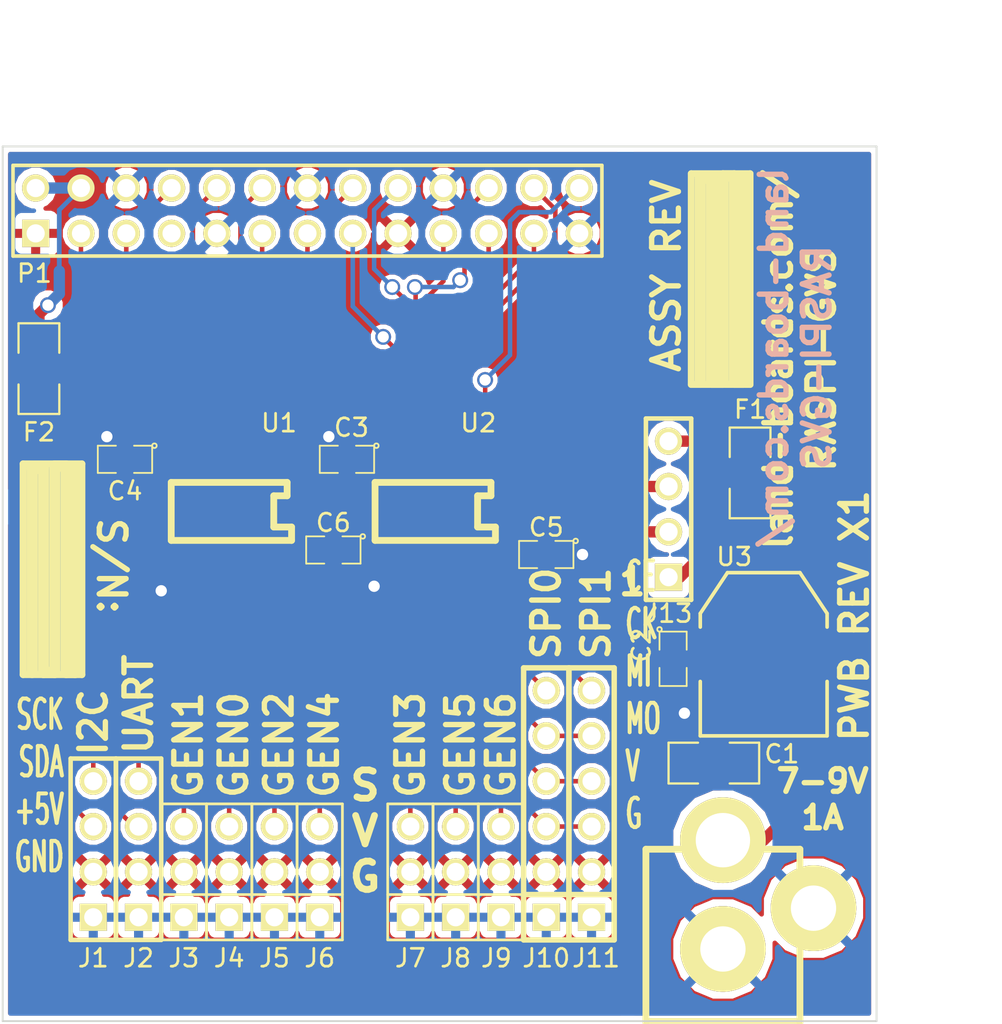
<source format=kicad_pcb>
(kicad_pcb (version 3) (host pcbnew "(2013-05-31 BZR 4019)-stable")

  (general
    (links 93)
    (no_connects 0)
    (area -0.050001 -7.849999 59.999999 53.403501)
    (thickness 1.6)
    (drawings 29)
    (tracks 186)
    (zones 0)
    (modules 27)
    (nets 41)
  )

  (page A3)
  (layers
    (15 F.Cu signal hide)
    (0 B.Cu signal)
    (20 B.SilkS user)
    (21 F.SilkS user)
    (22 B.Mask user)
    (23 F.Mask user)
    (26 Eco1.User user)
    (28 Edge.Cuts user)
  )

  (setup
    (last_trace_width 0.254)
    (trace_clearance 0.254)
    (zone_clearance 0.254)
    (zone_45_only no)
    (trace_min 0.254)
    (segment_width 0.2)
    (edge_width 0.1)
    (via_size 0.889)
    (via_drill 0.635)
    (via_min_size 0.889)
    (via_min_drill 0.508)
    (uvia_size 0.508)
    (uvia_drill 0.127)
    (uvias_allowed no)
    (uvia_min_size 0.508)
    (uvia_min_drill 0.127)
    (pcb_text_width 0.3)
    (pcb_text_size 1.5 1.5)
    (mod_edge_width 0.15)
    (mod_text_size 1 1)
    (mod_text_width 0.15)
    (pad_size 1.5 1.5)
    (pad_drill 0.6)
    (pad_to_mask_clearance 0)
    (aux_axis_origin 0 0)
    (visible_elements 7FFFFFBF)
    (pcbplotparams
      (layerselection 284196865)
      (usegerberextensions true)
      (excludeedgelayer true)
      (linewidth 0.150000)
      (plotframeref false)
      (viasonmask false)
      (mode 1)
      (useauxorigin false)
      (hpglpennumber 1)
      (hpglpenspeed 20)
      (hpglpendiameter 15)
      (hpglpenoverlay 2)
      (psnegative false)
      (psa4output false)
      (plotreference true)
      (plotvalue true)
      (plotothertext true)
      (plotinvisibletext false)
      (padsonsilk false)
      (subtractmaskfromsilk false)
      (outputformat 1)
      (mirror false)
      (drillshape 0)
      (scaleselection 1)
      (outputdirectory plots/))
  )

  (net 0 "")
  (net 1 /+3.3V)
  (net 2 /BGPGEN0)
  (net 3 /BGPGEN1)
  (net 4 /BGPGEN2)
  (net 5 /BGPGEN3)
  (net 6 /BGPGEN4)
  (net 7 /BGPGEN6)
  (net 8 /BGPGNE5)
  (net 9 /BRXD0)
  (net 10 /BSCLK1)
  (net 11 /BSDA1)
  (net 12 /BSPICE0)
  (net 13 /BSPICE1)
  (net 14 /BSPIMISO)
  (net 15 /BSPIMOSI)
  (net 16 /BSPISCK)
  (net 17 /BTXD0)
  (net 18 /GND)
  (net 19 /GPGEN0)
  (net 20 /GPGEN1)
  (net 21 /GPGEN2)
  (net 22 /GPGEN3)
  (net 23 /GPGEN4)
  (net 24 /GPGEN6)
  (net 25 /GPGNE5)
  (net 26 /GV5V)
  (net 27 /R5)
  (net 28 /RP5V)
  (net 29 /RXD0)
  (net 30 /SCLK1)
  (net 31 /SDA1)
  (net 32 /SPICE0)
  (net 33 /SPICE1)
  (net 34 /SPIMISO)
  (net 35 /SPIMOSI)
  (net 36 /SPISCK)
  (net 37 /TXD0)
  (net 38 /VR5V)
  (net 39 /VRIN)
  (net 40 /VROUT)

  (net_class Default "This is the default net class."
    (clearance 0.254)
    (trace_width 0.254)
    (via_dia 0.889)
    (via_drill 0.635)
    (uvia_dia 0.508)
    (uvia_drill 0.127)
    (add_net "")
    (add_net /BGPGEN0)
    (add_net /BGPGEN1)
    (add_net /BGPGEN2)
    (add_net /BGPGEN3)
    (add_net /BGPGEN4)
    (add_net /BGPGEN6)
    (add_net /BGPGNE5)
    (add_net /BRXD0)
    (add_net /BSCLK1)
    (add_net /BSDA1)
    (add_net /BSPICE0)
    (add_net /BSPICE1)
    (add_net /BSPIMISO)
    (add_net /BSPIMOSI)
    (add_net /BSPISCK)
    (add_net /BTXD0)
    (add_net /GPGEN0)
    (add_net /GPGEN1)
    (add_net /GPGEN2)
    (add_net /GPGEN3)
    (add_net /GPGEN4)
    (add_net /GPGEN6)
    (add_net /GPGNE5)
    (add_net /RXD0)
    (add_net /SCLK1)
    (add_net /SDA1)
    (add_net /SPICE0)
    (add_net /SPICE1)
    (add_net /SPIMISO)
    (add_net /SPIMOSI)
    (add_net /SPISCK)
    (add_net /TXD0)
  )

  (net_class POWER025 ""
    (clearance 0.381)
    (trace_width 0.635)
    (via_dia 0.889)
    (via_drill 0.635)
    (uvia_dia 0.508)
    (uvia_drill 0.127)
    (add_net /+3.3V)
    (add_net /GND)
    (add_net /GV5V)
    (add_net /R5)
    (add_net /RP5V)
    (add_net /VR5V)
    (add_net /VRIN)
    (add_net /VROUT)
  )

  (module pin_array_13x2   locked (layer F.Cu) (tedit 53B18EA4) (tstamp 53531AA9)
    (at 17.09 3.6)
    (descr "2 x 13 pins connector")
    (tags CONN)
    (path /53B16746)
    (fp_text reference P1 (at -15.312 3.512) (layer F.SilkS)
      (effects (font (size 1 1) (thickness 0.15)))
    )
    (fp_text value RASPIO (at 7.62 -3.81) (layer F.SilkS) hide
      (effects (font (size 1.016 1.016) (thickness 0.2032)))
    )
    (fp_line (start -16.51 2.54) (end 16.51 2.54) (layer F.SilkS) (width 0.2032))
    (fp_line (start 16.51 -2.54) (end -16.51 -2.54) (layer F.SilkS) (width 0.2032))
    (fp_line (start -16.51 -2.54) (end -16.51 2.54) (layer F.SilkS) (width 0.2032))
    (fp_line (start 16.51 2.54) (end 16.51 -2.54) (layer F.SilkS) (width 0.2032))
    (pad 1 thru_hole rect (at -15.24 1.27) (size 1.524 1.524) (drill 1.016)
      (layers *.Cu *.Mask F.SilkS)
      (net 1 /+3.3V)
    )
    (pad 2 thru_hole circle (at -15.24 -1.27) (size 1.524 1.524) (drill 1.016)
      (layers *.Cu *.Mask F.SilkS)
      (net 27 /R5)
    )
    (pad 3 thru_hole circle (at -12.7 1.27) (size 1.524 1.524) (drill 1.016)
      (layers *.Cu *.Mask F.SilkS)
      (net 31 /SDA1)
    )
    (pad 4 thru_hole circle (at -12.7 -1.27) (size 1.524 1.524) (drill 1.016)
      (layers *.Cu *.Mask F.SilkS)
      (net 27 /R5)
    )
    (pad 5 thru_hole circle (at -10.16 1.27) (size 1.524 1.524) (drill 1.016)
      (layers *.Cu *.Mask F.SilkS)
      (net 30 /SCLK1)
    )
    (pad 6 thru_hole circle (at -10.16 -1.27) (size 1.524 1.524) (drill 1.016)
      (layers *.Cu *.Mask F.SilkS)
      (net 18 /GND)
    )
    (pad 7 thru_hole circle (at -7.62 1.27) (size 1.524 1.524) (drill 1.016)
      (layers *.Cu *.Mask F.SilkS)
    )
    (pad 8 thru_hole circle (at -7.62 -1.27) (size 1.524 1.524) (drill 1.016)
      (layers *.Cu *.Mask F.SilkS)
      (net 37 /TXD0)
    )
    (pad 9 thru_hole circle (at -5.08 1.27) (size 1.524 1.524) (drill 1.016)
      (layers *.Cu *.Mask F.SilkS)
      (net 18 /GND)
    )
    (pad 10 thru_hole circle (at -5.08 -1.27) (size 1.524 1.524) (drill 1.016)
      (layers *.Cu *.Mask F.SilkS)
      (net 29 /RXD0)
    )
    (pad 11 thru_hole circle (at -2.54 1.27) (size 1.524 1.524) (drill 1.016)
      (layers *.Cu *.Mask F.SilkS)
      (net 19 /GPGEN0)
    )
    (pad 12 thru_hole circle (at -2.54 -1.27) (size 1.524 1.524) (drill 1.016)
      (layers *.Cu *.Mask F.SilkS)
      (net 20 /GPGEN1)
    )
    (pad 13 thru_hole circle (at 0 1.27) (size 1.524 1.524) (drill 1.016)
      (layers *.Cu *.Mask F.SilkS)
      (net 21 /GPGEN2)
    )
    (pad 14 thru_hole circle (at 0 -1.27) (size 1.524 1.524) (drill 1.016)
      (layers *.Cu *.Mask F.SilkS)
      (net 18 /GND)
    )
    (pad 15 thru_hole circle (at 2.54 1.27) (size 1.524 1.524) (drill 1.016)
      (layers *.Cu *.Mask F.SilkS)
      (net 22 /GPGEN3)
    )
    (pad 16 thru_hole circle (at 2.54 -1.27) (size 1.524 1.524) (drill 1.016)
      (layers *.Cu *.Mask F.SilkS)
      (net 23 /GPGEN4)
    )
    (pad 17 thru_hole circle (at 5.08 1.27) (size 1.524 1.524) (drill 1.016)
      (layers *.Cu *.Mask F.SilkS)
      (net 1 /+3.3V)
    )
    (pad 18 thru_hole circle (at 5.08 -1.27) (size 1.524 1.524) (drill 1.016)
      (layers *.Cu *.Mask F.SilkS)
      (net 25 /GPGNE5)
    )
    (pad 19 thru_hole circle (at 7.62 1.27) (size 1.524 1.524) (drill 1.016)
      (layers *.Cu *.Mask F.SilkS)
      (net 35 /SPIMOSI)
    )
    (pad 20 thru_hole circle (at 7.62 -1.27) (size 1.524 1.524) (drill 1.016)
      (layers *.Cu *.Mask F.SilkS)
      (net 18 /GND)
    )
    (pad 21 thru_hole circle (at 10.16 1.27) (size 1.524 1.524) (drill 1.016)
      (layers *.Cu *.Mask F.SilkS)
      (net 34 /SPIMISO)
    )
    (pad 22 thru_hole circle (at 10.16 -1.27) (size 1.524 1.524) (drill 1.016)
      (layers *.Cu *.Mask F.SilkS)
      (net 24 /GPGEN6)
    )
    (pad 23 thru_hole circle (at 12.7 1.27) (size 1.524 1.524) (drill 1.016)
      (layers *.Cu *.Mask F.SilkS)
      (net 36 /SPISCK)
    )
    (pad 24 thru_hole circle (at 12.7 -1.27) (size 1.524 1.524) (drill 1.016)
      (layers *.Cu *.Mask F.SilkS)
      (net 32 /SPICE0)
    )
    (pad 25 thru_hole circle (at 15.24 1.27) (size 1.524 1.524) (drill 1.016)
      (layers *.Cu *.Mask F.SilkS)
      (net 18 /GND)
    )
    (pad 26 thru_hole circle (at 15.24 -1.27) (size 1.524 1.524) (drill 1.016)
      (layers *.Cu *.Mask F.SilkS)
      (net 33 /SPICE1)
    )
    (model pin_array/pins_array_13x2.wrl
      (at (xyz 0 0 0))
      (scale (xyz 1 1 1))
      (rotate (xyz 0 0 0))
    )
  )

  (module PIN_ARRAY_4x1 (layer F.Cu) (tedit 53B18346) (tstamp 53B15E9B)
    (at 7.62 39.37 90)
    (descr "Double rangee de contacts 2 x 5 pins")
    (tags CONN)
    (path /53B17085)
    (fp_text reference J2 (at -6.096 0 180) (layer F.SilkS)
      (effects (font (size 1 1) (thickness 0.15)))
    )
    (fp_text value CONN_4 (at 0 2.54 90) (layer F.SilkS) hide
      (effects (font (size 1.016 1.016) (thickness 0.2032)))
    )
    (fp_line (start 5.08 1.27) (end -5.08 1.27) (layer F.SilkS) (width 0.254))
    (fp_line (start 5.08 -1.27) (end -5.08 -1.27) (layer F.SilkS) (width 0.254))
    (fp_line (start -5.08 -1.27) (end -5.08 1.27) (layer F.SilkS) (width 0.254))
    (fp_line (start 5.08 1.27) (end 5.08 -1.27) (layer F.SilkS) (width 0.254))
    (pad 1 thru_hole rect (at -3.81 0 90) (size 1.524 1.524) (drill 1.016)
      (layers *.Cu *.Mask F.SilkS)
      (net 18 /GND)
    )
    (pad 2 thru_hole circle (at -1.27 0 90) (size 1.524 1.524) (drill 1.016)
      (layers *.Cu *.Mask F.SilkS)
      (net 26 /GV5V)
    )
    (pad 3 thru_hole circle (at 1.27 0 90) (size 1.524 1.524) (drill 1.016)
      (layers *.Cu *.Mask F.SilkS)
      (net 17 /BTXD0)
    )
    (pad 4 thru_hole circle (at 3.81 0 90) (size 1.524 1.524) (drill 1.016)
      (layers *.Cu *.Mask F.SilkS)
      (net 9 /BRXD0)
    )
    (model pin_array\pins_array_4x1.wrl
      (at (xyz 0 0 0))
      (scale (xyz 1 1 1))
      (rotate (xyz 0 0 0))
    )
  )

  (module PIN_ARRAY_3X1 (layer F.Cu) (tedit 53B18362) (tstamp 53B15EB3)
    (at 10.16 40.64 90)
    (descr "Connecteur 3 pins")
    (tags "CONN DEV")
    (path /53B1860D)
    (fp_text reference J3 (at -4.826 0 180) (layer F.SilkS)
      (effects (font (size 1 1) (thickness 0.15)))
    )
    (fp_text value CONN_3 (at 0 -2.159 90) (layer F.SilkS) hide
      (effects (font (size 1.016 1.016) (thickness 0.1524)))
    )
    (fp_line (start -3.81 1.27) (end -3.81 -1.27) (layer F.SilkS) (width 0.1524))
    (fp_line (start -3.81 -1.27) (end 3.81 -1.27) (layer F.SilkS) (width 0.1524))
    (fp_line (start 3.81 -1.27) (end 3.81 1.27) (layer F.SilkS) (width 0.1524))
    (fp_line (start 3.81 1.27) (end -3.81 1.27) (layer F.SilkS) (width 0.1524))
    (fp_line (start -1.27 -1.27) (end -1.27 1.27) (layer F.SilkS) (width 0.1524))
    (pad 1 thru_hole rect (at -2.54 0 90) (size 1.524 1.524) (drill 1.016)
      (layers *.Cu *.Mask F.SilkS)
      (net 18 /GND)
    )
    (pad 2 thru_hole circle (at 0 0 90) (size 1.524 1.524) (drill 1.016)
      (layers *.Cu *.Mask F.SilkS)
      (net 26 /GV5V)
    )
    (pad 3 thru_hole circle (at 2.54 0 90) (size 1.524 1.524) (drill 1.016)
      (layers *.Cu *.Mask F.SilkS)
      (net 3 /BGPGEN1)
    )
    (model pin_array/pins_array_3x1.wrl
      (at (xyz 0 0 0))
      (scale (xyz 1 1 1))
      (rotate (xyz 0 0 0))
    )
  )

  (module PIN_ARRAY_3X1 (layer F.Cu) (tedit 53B184B9) (tstamp 53B15EBF)
    (at 15.24 40.64 90)
    (descr "Connecteur 3 pins")
    (tags "CONN DEV")
    (path /53B18601)
    (fp_text reference J5 (at -4.826 0 180) (layer F.SilkS)
      (effects (font (size 1 1) (thickness 0.15)))
    )
    (fp_text value CONN_3 (at 0 -2.159 90) (layer F.SilkS) hide
      (effects (font (size 1.016 1.016) (thickness 0.1524)))
    )
    (fp_line (start -3.81 1.27) (end -3.81 -1.27) (layer F.SilkS) (width 0.1524))
    (fp_line (start -3.81 -1.27) (end 3.81 -1.27) (layer F.SilkS) (width 0.1524))
    (fp_line (start 3.81 -1.27) (end 3.81 1.27) (layer F.SilkS) (width 0.1524))
    (fp_line (start 3.81 1.27) (end -3.81 1.27) (layer F.SilkS) (width 0.1524))
    (fp_line (start -1.27 -1.27) (end -1.27 1.27) (layer F.SilkS) (width 0.1524))
    (pad 1 thru_hole rect (at -2.54 0 90) (size 1.524 1.524) (drill 1.016)
      (layers *.Cu *.Mask F.SilkS)
      (net 18 /GND)
    )
    (pad 2 thru_hole circle (at 0 0 90) (size 1.524 1.524) (drill 1.016)
      (layers *.Cu *.Mask F.SilkS)
      (net 26 /GV5V)
    )
    (pad 3 thru_hole circle (at 2.54 0 90) (size 1.524 1.524) (drill 1.016)
      (layers *.Cu *.Mask F.SilkS)
      (net 4 /BGPGEN2)
    )
    (model pin_array/pins_array_3x1.wrl
      (at (xyz 0 0 0))
      (scale (xyz 1 1 1))
      (rotate (xyz 0 0 0))
    )
  )

  (module PIN_ARRAY_3X1 (layer F.Cu) (tedit 53B18373) (tstamp 53B15ECB)
    (at 22.86 40.64 90)
    (descr "Connecteur 3 pins")
    (tags "CONN DEV")
    (path /53B17589)
    (fp_text reference J7 (at -4.826 0 180) (layer F.SilkS)
      (effects (font (size 1 1) (thickness 0.15)))
    )
    (fp_text value CONN_3 (at 0 -2.159 90) (layer F.SilkS) hide
      (effects (font (size 1.016 1.016) (thickness 0.1524)))
    )
    (fp_line (start -3.81 1.27) (end -3.81 -1.27) (layer F.SilkS) (width 0.1524))
    (fp_line (start -3.81 -1.27) (end 3.81 -1.27) (layer F.SilkS) (width 0.1524))
    (fp_line (start 3.81 -1.27) (end 3.81 1.27) (layer F.SilkS) (width 0.1524))
    (fp_line (start 3.81 1.27) (end -3.81 1.27) (layer F.SilkS) (width 0.1524))
    (fp_line (start -1.27 -1.27) (end -1.27 1.27) (layer F.SilkS) (width 0.1524))
    (pad 1 thru_hole rect (at -2.54 0 90) (size 1.524 1.524) (drill 1.016)
      (layers *.Cu *.Mask F.SilkS)
      (net 18 /GND)
    )
    (pad 2 thru_hole circle (at 0 0 90) (size 1.524 1.524) (drill 1.016)
      (layers *.Cu *.Mask F.SilkS)
      (net 26 /GV5V)
    )
    (pad 3 thru_hole circle (at 2.54 0 90) (size 1.524 1.524) (drill 1.016)
      (layers *.Cu *.Mask F.SilkS)
      (net 5 /BGPGEN3)
    )
    (model pin_array/pins_array_3x1.wrl
      (at (xyz 0 0 0))
      (scale (xyz 1 1 1))
      (rotate (xyz 0 0 0))
    )
  )

  (module PIN_ARRAY_3X1 (layer F.Cu) (tedit 53B1836E) (tstamp 53B15ED7)
    (at 27.94 40.64 90)
    (descr "Connecteur 3 pins")
    (tags "CONN DEV")
    (path /53B174B9)
    (fp_text reference J9 (at -4.826 -0.254 180) (layer F.SilkS)
      (effects (font (size 1 1) (thickness 0.15)))
    )
    (fp_text value CONN_3 (at 0 -2.159 90) (layer F.SilkS) hide
      (effects (font (size 1.016 1.016) (thickness 0.1524)))
    )
    (fp_line (start -3.81 1.27) (end -3.81 -1.27) (layer F.SilkS) (width 0.1524))
    (fp_line (start -3.81 -1.27) (end 3.81 -1.27) (layer F.SilkS) (width 0.1524))
    (fp_line (start 3.81 -1.27) (end 3.81 1.27) (layer F.SilkS) (width 0.1524))
    (fp_line (start 3.81 1.27) (end -3.81 1.27) (layer F.SilkS) (width 0.1524))
    (fp_line (start -1.27 -1.27) (end -1.27 1.27) (layer F.SilkS) (width 0.1524))
    (pad 1 thru_hole rect (at -2.54 0 90) (size 1.524 1.524) (drill 1.016)
      (layers *.Cu *.Mask F.SilkS)
      (net 18 /GND)
    )
    (pad 2 thru_hole circle (at 0 0 90) (size 1.524 1.524) (drill 1.016)
      (layers *.Cu *.Mask F.SilkS)
      (net 26 /GV5V)
    )
    (pad 3 thru_hole circle (at 2.54 0 90) (size 1.524 1.524) (drill 1.016)
      (layers *.Cu *.Mask F.SilkS)
      (net 7 /BGPGEN6)
    )
    (model pin_array/pins_array_3x1.wrl
      (at (xyz 0 0 0))
      (scale (xyz 1 1 1))
      (rotate (xyz 0 0 0))
    )
  )

  (module PIN_ARRAY_3X1 (layer F.Cu) (tedit 53B1835C) (tstamp 53B15EE3)
    (at 17.78 40.64 90)
    (descr "Connecteur 3 pins")
    (tags "CONN DEV")
    (path /53B17388)
    (fp_text reference J6 (at -4.826 0 180) (layer F.SilkS)
      (effects (font (size 1 1) (thickness 0.15)))
    )
    (fp_text value CONN_3 (at 0 -2.159 90) (layer F.SilkS) hide
      (effects (font (size 1.016 1.016) (thickness 0.1524)))
    )
    (fp_line (start -3.81 1.27) (end -3.81 -1.27) (layer F.SilkS) (width 0.1524))
    (fp_line (start -3.81 -1.27) (end 3.81 -1.27) (layer F.SilkS) (width 0.1524))
    (fp_line (start 3.81 -1.27) (end 3.81 1.27) (layer F.SilkS) (width 0.1524))
    (fp_line (start 3.81 1.27) (end -3.81 1.27) (layer F.SilkS) (width 0.1524))
    (fp_line (start -1.27 -1.27) (end -1.27 1.27) (layer F.SilkS) (width 0.1524))
    (pad 1 thru_hole rect (at -2.54 0 90) (size 1.524 1.524) (drill 1.016)
      (layers *.Cu *.Mask F.SilkS)
      (net 18 /GND)
    )
    (pad 2 thru_hole circle (at 0 0 90) (size 1.524 1.524) (drill 1.016)
      (layers *.Cu *.Mask F.SilkS)
      (net 26 /GV5V)
    )
    (pad 3 thru_hole circle (at 2.54 0 90) (size 1.524 1.524) (drill 1.016)
      (layers *.Cu *.Mask F.SilkS)
      (net 6 /BGPGEN4)
    )
    (model pin_array/pins_array_3x1.wrl
      (at (xyz 0 0 0))
      (scale (xyz 1 1 1))
      (rotate (xyz 0 0 0))
    )
  )

  (module PIN_ARRAY_3X1 (layer F.Cu) (tedit 53B18353) (tstamp 53B15EEF)
    (at 25.4 40.64 90)
    (descr "Connecteur 3 pins")
    (tags "CONN DEV")
    (path /53B1751A)
    (fp_text reference J8 (at -4.826 0 180) (layer F.SilkS)
      (effects (font (size 1 1) (thickness 0.15)))
    )
    (fp_text value CONN_3 (at 0 -2.159 90) (layer F.SilkS) hide
      (effects (font (size 1.016 1.016) (thickness 0.1524)))
    )
    (fp_line (start -3.81 1.27) (end -3.81 -1.27) (layer F.SilkS) (width 0.1524))
    (fp_line (start -3.81 -1.27) (end 3.81 -1.27) (layer F.SilkS) (width 0.1524))
    (fp_line (start 3.81 -1.27) (end 3.81 1.27) (layer F.SilkS) (width 0.1524))
    (fp_line (start 3.81 1.27) (end -3.81 1.27) (layer F.SilkS) (width 0.1524))
    (fp_line (start -1.27 -1.27) (end -1.27 1.27) (layer F.SilkS) (width 0.1524))
    (pad 1 thru_hole rect (at -2.54 0 90) (size 1.524 1.524) (drill 1.016)
      (layers *.Cu *.Mask F.SilkS)
      (net 18 /GND)
    )
    (pad 2 thru_hole circle (at 0 0 90) (size 1.524 1.524) (drill 1.016)
      (layers *.Cu *.Mask F.SilkS)
      (net 26 /GV5V)
    )
    (pad 3 thru_hole circle (at 2.54 0 90) (size 1.524 1.524) (drill 1.016)
      (layers *.Cu *.Mask F.SilkS)
      (net 8 /BGPGNE5)
    )
    (model pin_array/pins_array_3x1.wrl
      (at (xyz 0 0 0))
      (scale (xyz 1 1 1))
      (rotate (xyz 0 0 0))
    )
  )

  (module PIN_ARRAY-6X1 (layer F.Cu) (tedit 53B184B3) (tstamp 53B15F2C)
    (at 33.02 36.83 90)
    (descr "Connecteur 6 pins")
    (tags "CONN DEV")
    (path /53B1765D)
    (fp_text reference J11 (at -8.636 0.254 180) (layer F.SilkS)
      (effects (font (size 1 1) (thickness 0.15)))
    )
    (fp_text value CONN_6 (at 0 2.159 90) (layer F.SilkS) hide
      (effects (font (size 1.016 0.889) (thickness 0.2032)))
    )
    (fp_line (start -7.62 1.27) (end -7.62 -1.27) (layer F.SilkS) (width 0.3048))
    (fp_line (start -7.62 -1.27) (end 7.62 -1.27) (layer F.SilkS) (width 0.3048))
    (fp_line (start 7.62 -1.27) (end 7.62 1.27) (layer F.SilkS) (width 0.3048))
    (fp_line (start 7.62 1.27) (end -7.62 1.27) (layer F.SilkS) (width 0.3048))
    (fp_line (start -5.08 1.27) (end -5.08 -1.27) (layer F.SilkS) (width 0.3048))
    (pad 1 thru_hole rect (at -6.35 0 90) (size 1.524 1.524) (drill 1.016)
      (layers *.Cu *.Mask F.SilkS)
      (net 18 /GND)
    )
    (pad 2 thru_hole circle (at -3.81 0 90) (size 1.524 1.524) (drill 1.016)
      (layers *.Cu *.Mask F.SilkS)
      (net 26 /GV5V)
    )
    (pad 3 thru_hole circle (at -1.27 0 90) (size 1.524 1.524) (drill 1.016)
      (layers *.Cu *.Mask F.SilkS)
      (net 15 /BSPIMOSI)
    )
    (pad 4 thru_hole circle (at 1.27 0 90) (size 1.524 1.524) (drill 1.016)
      (layers *.Cu *.Mask F.SilkS)
      (net 14 /BSPIMISO)
    )
    (pad 5 thru_hole circle (at 3.81 0 90) (size 1.524 1.524) (drill 1.016)
      (layers *.Cu *.Mask F.SilkS)
      (net 16 /BSPISCK)
    )
    (pad 6 thru_hole circle (at 6.35 0 90) (size 1.524 1.524) (drill 1.016)
      (layers *.Cu *.Mask F.SilkS)
      (net 13 /BSPICE1)
    )
    (model pin_array/pins_array_6x1.wrl
      (at (xyz 0 0 0))
      (scale (xyz 1 1 1))
      (rotate (xyz 0 0 0))
    )
  )

  (module SM1206 (layer F.Cu) (tedit 53B18EE9) (tstamp 53B18B4E)
    (at 41.91 18.288 90)
    (path /53B185B8)
    (attr smd)
    (fp_text reference F1 (at 3.556 0 180) (layer F.SilkS)
      (effects (font (size 1 1) (thickness 0.15)))
    )
    (fp_text value FUSE (at 0 0 90) (layer F.SilkS) hide
      (effects (font (size 0.762 0.762) (thickness 0.127)))
    )
    (fp_line (start -2.54 -1.143) (end -2.54 1.143) (layer F.SilkS) (width 0.127))
    (fp_line (start -2.54 1.143) (end -0.889 1.143) (layer F.SilkS) (width 0.127))
    (fp_line (start 0.889 -1.143) (end 2.54 -1.143) (layer F.SilkS) (width 0.127))
    (fp_line (start 2.54 -1.143) (end 2.54 1.143) (layer F.SilkS) (width 0.127))
    (fp_line (start 2.54 1.143) (end 0.889 1.143) (layer F.SilkS) (width 0.127))
    (fp_line (start -0.889 -1.143) (end -2.54 -1.143) (layer F.SilkS) (width 0.127))
    (pad 1 smd rect (at -1.651 0 90) (size 1.524 2.032)
      (layers F.Cu F.Mask)
      (net 40 /VROUT)
    )
    (pad 2 smd rect (at 1.651 0 90) (size 1.524 2.032)
      (layers F.Cu F.Mask)
      (net 38 /VR5V)
    )
    (model smd/chip_cms.wrl
      (at (xyz 0 0 0))
      (scale (xyz 0.17 0.16 0.16))
      (rotate (xyz 0 0 0))
    )
  )

  (module PIN_ARRAY_4x1 (layer F.Cu) (tedit 53B18E79) (tstamp 53B18B5A)
    (at 5.08 39.37 90)
    (descr "Double rangee de contacts 2 x 5 pins")
    (tags CONN)
    (path /53B17BBF)
    (fp_text reference J1 (at -6.096 0 180) (layer F.SilkS)
      (effects (font (size 1 1) (thickness 0.15)))
    )
    (fp_text value CONN_4 (at 0 2.54 90) (layer F.SilkS) hide
      (effects (font (size 1.016 1.016) (thickness 0.2032)))
    )
    (fp_line (start 5.08 1.27) (end -5.08 1.27) (layer F.SilkS) (width 0.254))
    (fp_line (start 5.08 -1.27) (end -5.08 -1.27) (layer F.SilkS) (width 0.254))
    (fp_line (start -5.08 -1.27) (end -5.08 1.27) (layer F.SilkS) (width 0.254))
    (fp_line (start 5.08 1.27) (end 5.08 -1.27) (layer F.SilkS) (width 0.254))
    (pad 1 thru_hole rect (at -3.81 0 90) (size 1.524 1.524) (drill 1.016)
      (layers *.Cu *.Mask F.SilkS)
      (net 18 /GND)
    )
    (pad 2 thru_hole circle (at -1.27 0 90) (size 1.524 1.524) (drill 1.016)
      (layers *.Cu *.Mask F.SilkS)
      (net 26 /GV5V)
    )
    (pad 3 thru_hole circle (at 1.27 0 90) (size 1.524 1.524) (drill 1.016)
      (layers *.Cu *.Mask F.SilkS)
      (net 11 /BSDA1)
    )
    (pad 4 thru_hole circle (at 3.81 0 90) (size 1.524 1.524) (drill 1.016)
      (layers *.Cu *.Mask F.SilkS)
      (net 10 /BSCLK1)
    )
    (model pin_array\pins_array_4x1.wrl
      (at (xyz 0 0 0))
      (scale (xyz 1 1 1))
      (rotate (xyz 0 0 0))
    )
  )

  (module PIN_ARRAY_3X1 (layer F.Cu) (tedit 53B190A9) (tstamp 53B15EA7)
    (at 12.7 40.64 90)
    (descr "Connecteur 3 pins")
    (tags "CONN DEV")
    (path /53B18607)
    (fp_text reference J4 (at -4.826 0 180) (layer F.SilkS)
      (effects (font (size 1 1) (thickness 0.15)))
    )
    (fp_text value CONN_3 (at 0 -2.159 90) (layer F.SilkS) hide
      (effects (font (size 1.016 1.016) (thickness 0.1524)))
    )
    (fp_line (start -3.81 1.27) (end -3.81 -1.27) (layer F.SilkS) (width 0.1524))
    (fp_line (start -3.81 -1.27) (end 3.81 -1.27) (layer F.SilkS) (width 0.1524))
    (fp_line (start 3.81 -1.27) (end 3.81 1.27) (layer F.SilkS) (width 0.1524))
    (fp_line (start 3.81 1.27) (end -3.81 1.27) (layer F.SilkS) (width 0.1524))
    (fp_line (start -1.27 -1.27) (end -1.27 1.27) (layer F.SilkS) (width 0.1524))
    (pad 1 thru_hole rect (at -2.54 0 90) (size 1.524 1.524) (drill 1.016)
      (layers *.Cu *.Mask F.SilkS)
      (net 18 /GND)
    )
    (pad 2 thru_hole circle (at 0 0 90) (size 1.524 1.524) (drill 1.016)
      (layers *.Cu *.Mask F.SilkS)
      (net 26 /GV5V)
    )
    (pad 3 thru_hole circle (at 2.54 0 90) (size 1.524 1.524) (drill 1.016)
      (layers *.Cu *.Mask F.SilkS)
      (net 2 /BGPGEN0)
    )
    (model pin_array/pins_array_3x1.wrl
      (at (xyz 0 0 0))
      (scale (xyz 1 1 1))
      (rotate (xyz 0 0 0))
    )
  )

  (module PIN_ARRAY-6X1 (layer F.Cu) (tedit 53B1B778) (tstamp 53B15EFB)
    (at 30.48 36.83 90)
    (descr "Connecteur 6 pins")
    (tags "CONN DEV")
    (path /53B1766F)
    (fp_text reference J10 (at -8.636 0 180) (layer F.SilkS)
      (effects (font (size 1 1) (thickness 0.15)))
    )
    (fp_text value CONN_6 (at 0 2.159 90) (layer F.SilkS) hide
      (effects (font (size 1.016 0.889) (thickness 0.2032)))
    )
    (fp_line (start -7.62 1.27) (end -7.62 -1.27) (layer F.SilkS) (width 0.3048))
    (fp_line (start -7.62 -1.27) (end 7.62 -1.27) (layer F.SilkS) (width 0.3048))
    (fp_line (start 7.62 -1.27) (end 7.62 1.27) (layer F.SilkS) (width 0.3048))
    (fp_line (start 7.62 1.27) (end -7.62 1.27) (layer F.SilkS) (width 0.3048))
    (fp_line (start -5.08 1.27) (end -5.08 -1.27) (layer F.SilkS) (width 0.3048))
    (pad 1 thru_hole rect (at -6.35 0 90) (size 1.524 1.524) (drill 1.016)
      (layers *.Cu *.Mask F.SilkS)
      (net 18 /GND)
    )
    (pad 2 thru_hole circle (at -3.81 0 90) (size 1.524 1.524) (drill 1.016)
      (layers *.Cu *.Mask F.SilkS)
      (net 26 /GV5V)
    )
    (pad 3 thru_hole circle (at -1.27 0 90) (size 1.524 1.524) (drill 1.016)
      (layers *.Cu *.Mask F.SilkS)
      (net 15 /BSPIMOSI)
    )
    (pad 4 thru_hole circle (at 1.27 0 90) (size 1.524 1.524) (drill 1.016)
      (layers *.Cu *.Mask F.SilkS)
      (net 14 /BSPIMISO)
    )
    (pad 5 thru_hole circle (at 3.81 0 90) (size 1.524 1.524) (drill 1.016)
      (layers *.Cu *.Mask F.SilkS)
      (net 16 /BSPISCK)
    )
    (pad 6 thru_hole circle (at 6.35 0 90) (size 1.524 1.524) (drill 1.016)
      (layers *.Cu *.Mask F.SilkS)
      (net 12 /BSPICE0)
    )
    (model pin_array/pins_array_6x1.wrl
      (at (xyz 0 0 0))
      (scale (xyz 1 1 1))
      (rotate (xyz 0 0 0))
    )
  )

  (module SOG20 (layer F.Cu) (tedit 53B1C1F4) (tstamp 53B15E76)
    (at 24.13 20.32 180)
    (descr "Cms SOJ 20 pins large")
    (tags "CMS SOJ")
    (path /53B16C9D)
    (attr smd)
    (fp_text reference U2 (at -2.54 4.826 180) (layer F.SilkS)
      (effects (font (size 1 1) (thickness 0.15)))
    )
    (fp_text value TXB0108 (at 0 0.254 180) (layer F.SilkS) hide
      (effects (font (size 1.524 1.27) (thickness 0.127)))
    )
    (fp_line (start -3.5 -1.75) (end 3.25 -1.75) (layer F.SilkS) (width 0.381))
    (fp_line (start 3.25 -1.75) (end 3.25 1.5) (layer F.SilkS) (width 0.381))
    (fp_line (start 3.25 1.5) (end -3.25 1.5) (layer F.SilkS) (width 0.381))
    (fp_line (start -3.25 1.5) (end -3.25 0.75) (layer F.SilkS) (width 0.381))
    (fp_line (start -3.25 0.75) (end -2.5 0.75) (layer F.SilkS) (width 0.381))
    (fp_line (start -2.5 0.75) (end -2.5 -1) (layer F.SilkS) (width 0.381))
    (fp_line (start -2.5 -1) (end -3.5 -1) (layer F.SilkS) (width 0.381))
    (fp_line (start -3.5 -1) (end -3.5 -1.75) (layer F.SilkS) (width 0.381))
    (pad 11 smd rect (at 2.95 -2.8 180) (size 0.25 1.55)
      (layers F.Cu F.Mask)
      (net 18 /GND)
    )
    (pad 12 smd rect (at 2.275 -2.8 180) (size 0.25 1.55)
      (layers F.Cu F.Mask)
      (net 5 /BGPGEN3)
    )
    (pad 13 smd rect (at 1.625 -2.8 180) (size 0.25 1.55)
      (layers F.Cu F.Mask)
      (net 8 /BGPGNE5)
    )
    (pad 14 smd rect (at 0.975 -2.8 180) (size 0.25 1.55)
      (layers F.Cu F.Mask)
      (net 7 /BGPGEN6)
    )
    (pad 15 smd rect (at 0.325 -2.8 180) (size 0.25 1.55)
      (layers F.Cu F.Mask)
      (net 15 /BSPIMOSI)
    )
    (pad 16 smd rect (at -0.325 -2.8 180) (size 0.25 1.55)
      (layers F.Cu F.Mask)
      (net 14 /BSPIMISO)
    )
    (pad 17 smd rect (at -0.975 -2.8 180) (size 0.25 1.55)
      (layers F.Cu F.Mask)
      (net 16 /BSPISCK)
    )
    (pad 18 smd rect (at -1.625 -2.8 180) (size 0.25 1.55)
      (layers F.Cu F.Mask)
      (net 12 /BSPICE0)
    )
    (pad 19 smd rect (at -2.275 -2.8 180) (size 0.25 1.55)
      (layers F.Cu F.Mask)
      (net 26 /GV5V)
    )
    (pad 20 smd rect (at -2.925 -2.8 180) (size 0.25 1.55)
      (layers F.Cu F.Mask)
      (net 13 /BSPICE1)
    )
    (pad 1 smd rect (at -2.925 2.8 180) (size 0.25 1.55)
      (layers F.Cu F.Mask)
      (net 33 /SPICE1)
    )
    (pad 2 smd rect (at -2.275 2.8 180) (size 0.25 1.55)
      (layers F.Cu F.Mask)
      (net 1 /+3.3V)
    )
    (pad 3 smd rect (at -1.625 2.8 180) (size 0.25 1.55)
      (layers F.Cu F.Mask)
      (net 32 /SPICE0)
    )
    (pad 4 smd rect (at -0.975 2.8 180) (size 0.25 1.55)
      (layers F.Cu F.Mask)
      (net 36 /SPISCK)
    )
    (pad 5 smd rect (at -0.325 2.8 180) (size 0.25 1.55)
      (layers F.Cu F.Mask)
      (net 34 /SPIMISO)
    )
    (pad 6 smd rect (at 0.325 2.8 180) (size 0.25 1.55)
      (layers F.Cu F.Mask)
      (net 35 /SPIMOSI)
    )
    (pad 7 smd rect (at 0.975 2.8 180) (size 0.25 1.55)
      (layers F.Cu F.Mask)
      (net 24 /GPGEN6)
    )
    (pad 8 smd rect (at 1.625 2.8 180) (size 0.25 1.55)
      (layers F.Cu F.Mask)
      (net 25 /GPGNE5)
    )
    (pad 9 smd rect (at 2.275 2.8 180) (size 0.25 1.55)
      (layers F.Cu F.Mask)
      (net 22 /GPGEN3)
    )
    (pad 10 smd rect (at 2.925 2.8 180) (size 0.25 1.55)
      (layers F.Cu F.Mask)
      (net 1 /+3.3V)
    )
    (model smd/cms_so20.wrl
      (at (xyz 0 0 0))
      (scale (xyz 0.5 0.6 0.5))
      (rotate (xyz 0 0 0))
    )
  )

  (module SOG20 (layer F.Cu) (tedit 53B1C1CA) (tstamp 53B15E8F)
    (at 12.7 20.32 180)
    (descr "Cms SOJ 20 pins large")
    (tags "CMS SOJ")
    (path /53B16CAA)
    (attr smd)
    (fp_text reference U1 (at -2.794 4.826 180) (layer F.SilkS)
      (effects (font (size 1 1) (thickness 0.15)))
    )
    (fp_text value TXB0108 (at 0 0.254 180) (layer F.SilkS) hide
      (effects (font (size 1.524 1.27) (thickness 0.127)))
    )
    (fp_line (start -3.5 -1.75) (end 3.25 -1.75) (layer F.SilkS) (width 0.381))
    (fp_line (start 3.25 -1.75) (end 3.25 1.5) (layer F.SilkS) (width 0.381))
    (fp_line (start 3.25 1.5) (end -3.25 1.5) (layer F.SilkS) (width 0.381))
    (fp_line (start -3.25 1.5) (end -3.25 0.75) (layer F.SilkS) (width 0.381))
    (fp_line (start -3.25 0.75) (end -2.5 0.75) (layer F.SilkS) (width 0.381))
    (fp_line (start -2.5 0.75) (end -2.5 -1) (layer F.SilkS) (width 0.381))
    (fp_line (start -2.5 -1) (end -3.5 -1) (layer F.SilkS) (width 0.381))
    (fp_line (start -3.5 -1) (end -3.5 -1.75) (layer F.SilkS) (width 0.381))
    (pad 11 smd rect (at 2.95 -2.8 180) (size 0.25 1.55)
      (layers F.Cu F.Mask)
      (net 18 /GND)
    )
    (pad 12 smd rect (at 2.275 -2.8 180) (size 0.25 1.55)
      (layers F.Cu F.Mask)
      (net 11 /BSDA1)
    )
    (pad 13 smd rect (at 1.625 -2.8 180) (size 0.25 1.55)
      (layers F.Cu F.Mask)
      (net 10 /BSCLK1)
    )
    (pad 14 smd rect (at 0.975 -2.8 180) (size 0.25 1.55)
      (layers F.Cu F.Mask)
      (net 17 /BTXD0)
    )
    (pad 15 smd rect (at 0.325 -2.8 180) (size 0.25 1.55)
      (layers F.Cu F.Mask)
      (net 9 /BRXD0)
    )
    (pad 16 smd rect (at -0.325 -2.8 180) (size 0.25 1.55)
      (layers F.Cu F.Mask)
      (net 3 /BGPGEN1)
    )
    (pad 17 smd rect (at -0.975 -2.8 180) (size 0.25 1.55)
      (layers F.Cu F.Mask)
      (net 2 /BGPGEN0)
    )
    (pad 18 smd rect (at -1.625 -2.8 180) (size 0.25 1.55)
      (layers F.Cu F.Mask)
      (net 4 /BGPGEN2)
    )
    (pad 19 smd rect (at -2.275 -2.8 180) (size 0.25 1.55)
      (layers F.Cu F.Mask)
      (net 26 /GV5V)
    )
    (pad 20 smd rect (at -2.925 -2.8 180) (size 0.25 1.55)
      (layers F.Cu F.Mask)
      (net 6 /BGPGEN4)
    )
    (pad 1 smd rect (at -2.925 2.8 180) (size 0.25 1.55)
      (layers F.Cu F.Mask)
      (net 23 /GPGEN4)
    )
    (pad 2 smd rect (at -2.275 2.8 180) (size 0.25 1.55)
      (layers F.Cu F.Mask)
      (net 1 /+3.3V)
    )
    (pad 3 smd rect (at -1.625 2.8 180) (size 0.25 1.55)
      (layers F.Cu F.Mask)
      (net 21 /GPGEN2)
    )
    (pad 4 smd rect (at -0.975 2.8 180) (size 0.25 1.55)
      (layers F.Cu F.Mask)
      (net 19 /GPGEN0)
    )
    (pad 5 smd rect (at -0.325 2.8 180) (size 0.25 1.55)
      (layers F.Cu F.Mask)
      (net 20 /GPGEN1)
    )
    (pad 6 smd rect (at 0.325 2.8 180) (size 0.25 1.55)
      (layers F.Cu F.Mask)
      (net 29 /RXD0)
    )
    (pad 7 smd rect (at 0.975 2.8 180) (size 0.25 1.55)
      (layers F.Cu F.Mask)
      (net 37 /TXD0)
    )
    (pad 8 smd rect (at 1.625 2.8 180) (size 0.25 1.55)
      (layers F.Cu F.Mask)
      (net 30 /SCLK1)
    )
    (pad 9 smd rect (at 2.275 2.8 180) (size 0.25 1.55)
      (layers F.Cu F.Mask)
      (net 31 /SDA1)
    )
    (pad 10 smd rect (at 2.925 2.8 180) (size 0.25 1.55)
      (layers F.Cu F.Mask)
      (net 1 /+3.3V)
    )
    (model smd/cms_so20.wrl
      (at (xyz 0 0 0))
      (scale (xyz 0.5 0.6 0.5))
      (rotate (xyz 0 0 0))
    )
  )

  (module SOT223 (layer F.Cu) (tedit 53B1CF24) (tstamp 53B1B07C)
    (at 42.672 28.448)
    (descr "module CMS SOT223 4 pins")
    (tags "CMS SOT")
    (path /53B1B57F)
    (attr smd)
    (fp_text reference U3 (at -1.651 -5.461) (layer F.SilkS)
      (effects (font (size 1 1) (thickness 0.15)))
    )
    (fp_text value AP1117 (at 0 0.762) (layer F.SilkS) hide
      (effects (font (size 1.016 1.016) (thickness 0.2032)))
    )
    (fp_line (start -3.556 1.524) (end -3.556 4.572) (layer F.SilkS) (width 0.2032))
    (fp_line (start -3.556 4.572) (end 3.556 4.572) (layer F.SilkS) (width 0.2032))
    (fp_line (start 3.556 4.572) (end 3.556 1.524) (layer F.SilkS) (width 0.2032))
    (fp_line (start -3.556 -1.524) (end -3.556 -2.286) (layer F.SilkS) (width 0.2032))
    (fp_line (start -3.556 -2.286) (end -2.032 -4.572) (layer F.SilkS) (width 0.2032))
    (fp_line (start -2.032 -4.572) (end 2.032 -4.572) (layer F.SilkS) (width 0.2032))
    (fp_line (start 2.032 -4.572) (end 3.556 -2.286) (layer F.SilkS) (width 0.2032))
    (fp_line (start 3.556 -2.286) (end 3.556 -1.524) (layer F.SilkS) (width 0.2032))
    (pad 4 smd rect (at 0 -3.302) (size 3.6576 2.032)
      (layers F.Cu F.Mask)
      (net 40 /VROUT)
    )
    (pad 2 smd rect (at 0 3.302) (size 1.016 2.032)
      (layers F.Cu F.Mask)
      (net 40 /VROUT)
    )
    (pad 3 smd rect (at 2.286 3.302) (size 1.016 2.032)
      (layers F.Cu F.Mask)
      (net 39 /VRIN)
    )
    (pad 1 smd rect (at -2.286 3.302) (size 1.016 2.032)
      (layers F.Cu F.Mask)
      (net 18 /GND)
    )
    (model smd/SOT223.wrl
      (at (xyz 0 0 0))
      (scale (xyz 0.4 0.4 0.4))
      (rotate (xyz 0 0 0))
    )
  )

  (module SM1206 (layer F.Cu) (tedit 53B1C0FA) (tstamp 53B1B088)
    (at 39.878 34.544 180)
    (path /53B1AC65)
    (attr smd)
    (fp_text reference C1 (at -3.81 0.508 180) (layer F.SilkS)
      (effects (font (size 1 1) (thickness 0.15)))
    )
    (fp_text value 106 (at 0 0 180) (layer F.SilkS) hide
      (effects (font (size 0.762 0.762) (thickness 0.127)))
    )
    (fp_line (start -2.54 -1.143) (end -2.54 1.143) (layer F.SilkS) (width 0.127))
    (fp_line (start -2.54 1.143) (end -0.889 1.143) (layer F.SilkS) (width 0.127))
    (fp_line (start 0.889 -1.143) (end 2.54 -1.143) (layer F.SilkS) (width 0.127))
    (fp_line (start 2.54 -1.143) (end 2.54 1.143) (layer F.SilkS) (width 0.127))
    (fp_line (start 2.54 1.143) (end 0.889 1.143) (layer F.SilkS) (width 0.127))
    (fp_line (start -0.889 -1.143) (end -2.54 -1.143) (layer F.SilkS) (width 0.127))
    (pad 1 smd rect (at -1.651 0 180) (size 1.524 2.032)
      (layers F.Cu F.Mask)
      (net 40 /VROUT)
    )
    (pad 2 smd rect (at 1.651 0 180) (size 1.524 2.032)
      (layers F.Cu F.Mask)
      (net 18 /GND)
    )
    (model smd/chip_cms.wrl
      (at (xyz 0 0 0))
      (scale (xyz 0.17 0.16 0.16))
      (rotate (xyz 0 0 0))
    )
  )

  (module SM1206 (layer F.Cu) (tedit 53B1B613) (tstamp 53B1B0AC)
    (at 2.032 12.446 270)
    (path /53B1B2CC)
    (attr smd)
    (fp_text reference F2 (at 3.556 0 360) (layer F.SilkS)
      (effects (font (size 1 1) (thickness 0.15)))
    )
    (fp_text value FUSE (at 0 0 270) (layer F.SilkS) hide
      (effects (font (size 0.762 0.762) (thickness 0.127)))
    )
    (fp_line (start -2.54 -1.143) (end -2.54 1.143) (layer F.SilkS) (width 0.127))
    (fp_line (start -2.54 1.143) (end -0.889 1.143) (layer F.SilkS) (width 0.127))
    (fp_line (start 0.889 -1.143) (end 2.54 -1.143) (layer F.SilkS) (width 0.127))
    (fp_line (start 2.54 -1.143) (end 2.54 1.143) (layer F.SilkS) (width 0.127))
    (fp_line (start 2.54 1.143) (end 0.889 1.143) (layer F.SilkS) (width 0.127))
    (fp_line (start -0.889 -1.143) (end -2.54 -1.143) (layer F.SilkS) (width 0.127))
    (pad 1 smd rect (at -1.651 0 270) (size 1.524 2.032)
      (layers F.Cu F.Mask)
      (net 27 /R5)
    )
    (pad 2 smd rect (at 1.651 0 270) (size 1.524 2.032)
      (layers F.Cu F.Mask)
      (net 28 /RP5V)
    )
    (model smd/chip_cms.wrl
      (at (xyz 0 0 0))
      (scale (xyz 0.17 0.16 0.16))
      (rotate (xyz 0 0 0))
    )
  )

  (module PIN_ARRAY_4x1 (layer F.Cu) (tedit 53B1C1E9) (tstamp 53B1B0B8)
    (at 37.338 20.32 90)
    (descr "Double rangee de contacts 2 x 5 pins")
    (tags CONN)
    (path /53B1B82C)
    (fp_text reference J13 (at -5.842 0 180) (layer F.SilkS)
      (effects (font (size 1 1) (thickness 0.15)))
    )
    (fp_text value CONN_4 (at 0 2.54 90) (layer F.SilkS) hide
      (effects (font (size 1.016 1.016) (thickness 0.2032)))
    )
    (fp_line (start 5.08 1.27) (end -5.08 1.27) (layer F.SilkS) (width 0.254))
    (fp_line (start 5.08 -1.27) (end -5.08 -1.27) (layer F.SilkS) (width 0.254))
    (fp_line (start -5.08 -1.27) (end -5.08 1.27) (layer F.SilkS) (width 0.254))
    (fp_line (start 5.08 1.27) (end 5.08 -1.27) (layer F.SilkS) (width 0.254))
    (pad 1 thru_hole rect (at -3.81 0 90) (size 1.524 1.524) (drill 1.016)
      (layers *.Cu *.Mask F.SilkS)
      (net 38 /VR5V)
    )
    (pad 2 thru_hole circle (at -1.27 0 90) (size 1.524 1.524) (drill 1.016)
      (layers *.Cu *.Mask F.SilkS)
      (net 26 /GV5V)
    )
    (pad 3 thru_hole circle (at 1.27 0 90) (size 1.524 1.524) (drill 1.016)
      (layers *.Cu *.Mask F.SilkS)
      (net 28 /RP5V)
    )
    (pad 4 thru_hole circle (at 3.81 0 90) (size 1.524 1.524) (drill 1.016)
      (layers *.Cu *.Mask F.SilkS)
      (net 38 /VR5V)
    )
    (model pin_array\pins_array_4x1.wrl
      (at (xyz 0 0 0))
      (scale (xyz 1 1 1))
      (rotate (xyz 0 0 0))
    )
  )

  (module JACK_2.1MM (layer F.Cu) (tedit 500C5ED7) (tstamp 53B1B0C6)
    (at 40.386 44.958 90)
    (descr "DC Pwr, 2.1mm Jack")
    (tags "DC Power jack, 2.1mm")
    (path /53B1A8A1)
    (fp_text reference J12 (at -0.0508 -6.05028 90) (layer F.SilkS) hide
      (effects (font (size 1 1) (thickness 0.15)))
    )
    (fp_text value JACK-3.5MM (at -5.588 0.254 180) (layer F.SilkS) hide
      (effects (font (size 1.016 1.016) (thickness 0.254)))
    )
    (fp_line (start -7.112 -4.318) (end -7.874 -4.318) (layer F.SilkS) (width 0.381))
    (fp_line (start -7.874 -4.318) (end -7.874 4.318) (layer F.SilkS) (width 0.381))
    (fp_line (start -7.874 4.318) (end -7.112 4.318) (layer F.SilkS) (width 0.381))
    (fp_line (start -4.064 -4.318) (end -4.064 4.318) (layer F.SilkS) (width 0.381))
    (fp_line (start 5.588 -4.318) (end 5.588 4.318) (layer F.SilkS) (width 0.381))
    (fp_line (start -7.112 4.318) (end 5.588 4.318) (layer F.SilkS) (width 0.381))
    (fp_line (start -7.112 -4.318) (end 5.588 -4.318) (layer F.SilkS) (width 0.381))
    (pad 2 thru_hole circle (at 0 0 90) (size 4.8006 4.8006) (drill 2.54)
      (layers *.Cu *.Mask F.SilkS)
      (net 18 /GND)
    )
    (pad 1 thru_hole circle (at 6.096 0 90) (size 4.8006 4.8006) (drill 3.048)
      (layers *.Cu *.Mask F.SilkS)
      (net 39 /VRIN)
    )
    (pad 3 thru_hole circle (at 2.286 5.08 90) (size 4.8006 4.8006) (drill 2.54)
      (layers *.Cu *.Mask F.SilkS)
      (net 18 /GND)
    )
    (model connectors/POWER_21.wrl
      (at (xyz 0 0 0))
      (scale (xyz 0.8 0.8 0.8))
      (rotate (xyz 0 0 0))
    )
  )

  (module SM0805 (layer F.Cu) (tedit 53B1C1E5) (tstamp 53B1B094)
    (at 37.592 28.702 270)
    (path /53B1AC74)
    (attr smd)
    (fp_text reference C2 (at -0.762 1.778 270) (layer F.SilkS)
      (effects (font (size 1 1) (thickness 0.15)))
    )
    (fp_text value 104 (at 0 1.524 270) (layer F.SilkS) hide
      (effects (font (size 0.50038 0.50038) (thickness 0.10922)))
    )
    (fp_circle (center -1.651 0.762) (end -1.651 0.635) (layer F.SilkS) (width 0.09906))
    (fp_line (start -0.508 0.762) (end -1.524 0.762) (layer F.SilkS) (width 0.09906))
    (fp_line (start -1.524 0.762) (end -1.524 -0.762) (layer F.SilkS) (width 0.09906))
    (fp_line (start -1.524 -0.762) (end -0.508 -0.762) (layer F.SilkS) (width 0.09906))
    (fp_line (start 0.508 -0.762) (end 1.524 -0.762) (layer F.SilkS) (width 0.09906))
    (fp_line (start 1.524 -0.762) (end 1.524 0.762) (layer F.SilkS) (width 0.09906))
    (fp_line (start 1.524 0.762) (end 0.508 0.762) (layer F.SilkS) (width 0.09906))
    (pad 1 smd rect (at -0.9525 0 270) (size 0.889 1.397)
      (layers F.Cu F.Mask)
      (net 40 /VROUT)
    )
    (pad 2 smd rect (at 0.9525 0 270) (size 0.889 1.397)
      (layers F.Cu F.Mask)
      (net 18 /GND)
    )
    (model smd/chip_cms.wrl
      (at (xyz 0 0 0))
      (scale (xyz 0.1 0.1 0.1))
      (rotate (xyz 0 0 0))
    )
  )

  (module SM0805 (layer F.Cu) (tedit 53B1B751) (tstamp 53B1B0A0)
    (at 19.304 17.526 180)
    (path /53B1AC83)
    (attr smd)
    (fp_text reference C3 (at -0.254 1.778 180) (layer F.SilkS)
      (effects (font (size 1 1) (thickness 0.15)))
    )
    (fp_text value 104 (at 0 0.381 180) (layer F.SilkS) hide
      (effects (font (size 0.50038 0.50038) (thickness 0.10922)))
    )
    (fp_circle (center -1.651 0.762) (end -1.651 0.635) (layer F.SilkS) (width 0.09906))
    (fp_line (start -0.508 0.762) (end -1.524 0.762) (layer F.SilkS) (width 0.09906))
    (fp_line (start -1.524 0.762) (end -1.524 -0.762) (layer F.SilkS) (width 0.09906))
    (fp_line (start -1.524 -0.762) (end -0.508 -0.762) (layer F.SilkS) (width 0.09906))
    (fp_line (start 0.508 -0.762) (end 1.524 -0.762) (layer F.SilkS) (width 0.09906))
    (fp_line (start 1.524 -0.762) (end 1.524 0.762) (layer F.SilkS) (width 0.09906))
    (fp_line (start 1.524 0.762) (end 0.508 0.762) (layer F.SilkS) (width 0.09906))
    (pad 1 smd rect (at -0.9525 0 180) (size 0.889 1.397)
      (layers F.Cu F.Mask)
      (net 1 /+3.3V)
    )
    (pad 2 smd rect (at 0.9525 0 180) (size 0.889 1.397)
      (layers F.Cu F.Mask)
      (net 18 /GND)
    )
    (model smd/chip_cms.wrl
      (at (xyz 0 0 0))
      (scale (xyz 0.1 0.1 0.1))
      (rotate (xyz 0 0 0))
    )
  )

  (module SM0805 (layer F.Cu) (tedit 53B1B744) (tstamp 53B1B21A)
    (at 6.858 17.526 180)
    (path /53B1BACD)
    (attr smd)
    (fp_text reference C4 (at 0 -1.778 180) (layer F.SilkS)
      (effects (font (size 1 1) (thickness 0.15)))
    )
    (fp_text value 104 (at 0 0.381 180) (layer F.SilkS) hide
      (effects (font (size 0.50038 0.50038) (thickness 0.10922)))
    )
    (fp_circle (center -1.651 0.762) (end -1.651 0.635) (layer F.SilkS) (width 0.09906))
    (fp_line (start -0.508 0.762) (end -1.524 0.762) (layer F.SilkS) (width 0.09906))
    (fp_line (start -1.524 0.762) (end -1.524 -0.762) (layer F.SilkS) (width 0.09906))
    (fp_line (start -1.524 -0.762) (end -0.508 -0.762) (layer F.SilkS) (width 0.09906))
    (fp_line (start 0.508 -0.762) (end 1.524 -0.762) (layer F.SilkS) (width 0.09906))
    (fp_line (start 1.524 -0.762) (end 1.524 0.762) (layer F.SilkS) (width 0.09906))
    (fp_line (start 1.524 0.762) (end 0.508 0.762) (layer F.SilkS) (width 0.09906))
    (pad 1 smd rect (at -0.9525 0 180) (size 0.889 1.397)
      (layers F.Cu F.Mask)
      (net 1 /+3.3V)
    )
    (pad 2 smd rect (at 0.9525 0 180) (size 0.889 1.397)
      (layers F.Cu F.Mask)
      (net 18 /GND)
    )
    (model smd/chip_cms.wrl
      (at (xyz 0 0 0))
      (scale (xyz 0.1 0.1 0.1))
      (rotate (xyz 0 0 0))
    )
  )

  (module SM0805 (layer F.Cu) (tedit 53B1B754) (tstamp 53B1B226)
    (at 30.48 22.86 180)
    (path /53B1C1D1)
    (attr smd)
    (fp_text reference C5 (at 0 1.524 180) (layer F.SilkS)
      (effects (font (size 1 1) (thickness 0.15)))
    )
    (fp_text value 104 (at 0 0.381 180) (layer F.SilkS) hide
      (effects (font (size 0.50038 0.50038) (thickness 0.10922)))
    )
    (fp_circle (center -1.651 0.762) (end -1.651 0.635) (layer F.SilkS) (width 0.09906))
    (fp_line (start -0.508 0.762) (end -1.524 0.762) (layer F.SilkS) (width 0.09906))
    (fp_line (start -1.524 0.762) (end -1.524 -0.762) (layer F.SilkS) (width 0.09906))
    (fp_line (start -1.524 -0.762) (end -0.508 -0.762) (layer F.SilkS) (width 0.09906))
    (fp_line (start 0.508 -0.762) (end 1.524 -0.762) (layer F.SilkS) (width 0.09906))
    (fp_line (start 1.524 -0.762) (end 1.524 0.762) (layer F.SilkS) (width 0.09906))
    (fp_line (start 1.524 0.762) (end 0.508 0.762) (layer F.SilkS) (width 0.09906))
    (pad 1 smd rect (at -0.9525 0 180) (size 0.889 1.397)
      (layers F.Cu F.Mask)
      (net 18 /GND)
    )
    (pad 2 smd rect (at 0.9525 0 180) (size 0.889 1.397)
      (layers F.Cu F.Mask)
      (net 26 /GV5V)
    )
    (model smd/chip_cms.wrl
      (at (xyz 0 0 0))
      (scale (xyz 0.1 0.1 0.1))
      (rotate (xyz 0 0 0))
    )
  )

  (module SM0805 (layer F.Cu) (tedit 53B1B74C) (tstamp 53B1B232)
    (at 18.542 22.606 180)
    (path /53B1C1D7)
    (attr smd)
    (fp_text reference C6 (at 0 1.524 180) (layer F.SilkS)
      (effects (font (size 1 1) (thickness 0.15)))
    )
    (fp_text value 104 (at 0 0.381 180) (layer F.SilkS) hide
      (effects (font (size 0.50038 0.50038) (thickness 0.10922)))
    )
    (fp_circle (center -1.651 0.762) (end -1.651 0.635) (layer F.SilkS) (width 0.09906))
    (fp_line (start -0.508 0.762) (end -1.524 0.762) (layer F.SilkS) (width 0.09906))
    (fp_line (start -1.524 0.762) (end -1.524 -0.762) (layer F.SilkS) (width 0.09906))
    (fp_line (start -1.524 -0.762) (end -0.508 -0.762) (layer F.SilkS) (width 0.09906))
    (fp_line (start 0.508 -0.762) (end 1.524 -0.762) (layer F.SilkS) (width 0.09906))
    (fp_line (start 1.524 -0.762) (end 1.524 0.762) (layer F.SilkS) (width 0.09906))
    (fp_line (start 1.524 0.762) (end 0.508 0.762) (layer F.SilkS) (width 0.09906))
    (pad 1 smd rect (at -0.9525 0 180) (size 0.889 1.397)
      (layers F.Cu F.Mask)
      (net 18 /GND)
    )
    (pad 2 smd rect (at 0.9525 0 180) (size 0.889 1.397)
      (layers F.Cu F.Mask)
      (net 26 /GV5V)
    )
    (model smd/chip_cms.wrl
      (at (xyz 0 0 0))
      (scale (xyz 0.1 0.1 0.1))
      (rotate (xyz 0 0 0))
    )
  )

  (module REV_BLOCK (layer F.Cu) (tedit 50F8397A) (tstamp 53B1CEB4)
    (at 2.921 24.13 90)
    (path /53B1CE77)
    (fp_text reference COUP?2 (at 0.508 3.429 90) (layer F.SilkS) hide
      (effects (font (size 1.524 1.524) (thickness 0.3048)))
    )
    (fp_text value COUPON (at 1.143 5.715 90) (layer F.SilkS) hide
      (effects (font (size 1.524 1.524) (thickness 0.3048)))
    )
    (fp_line (start -5.334 -1.27) (end 6.096 -1.27) (layer F.SilkS) (width 0.635))
    (fp_line (start 6.096 -1.27) (end 6.096 -0.635) (layer F.SilkS) (width 0.635))
    (fp_line (start 6.096 -0.635) (end -5.334 -0.635) (layer F.SilkS) (width 0.635))
    (fp_line (start -5.334 -0.635) (end -5.334 0) (layer F.SilkS) (width 0.635))
    (fp_line (start -5.334 0) (end 6.223 0) (layer F.SilkS) (width 0.635))
    (fp_line (start 6.223 0) (end 6.223 0.635) (layer F.SilkS) (width 0.635))
    (fp_line (start 6.223 0.635) (end -5.334 0.635) (layer F.SilkS) (width 0.635))
    (fp_line (start -5.334 0.635) (end -5.334 1.143) (layer F.SilkS) (width 0.635))
    (fp_line (start -5.334 1.143) (end 6.096 1.143) (layer F.SilkS) (width 0.635))
    (fp_line (start 6.35 -1.778) (end -5.461 -1.778) (layer F.SilkS) (width 0.381))
    (fp_line (start -5.461 -1.778) (end -5.461 1.524) (layer F.SilkS) (width 0.381))
    (fp_line (start -5.461 1.524) (end 6.35 1.524) (layer F.SilkS) (width 0.381))
    (fp_line (start 6.35 1.524) (end 6.35 -1.778) (layer F.SilkS) (width 0.381))
  )

  (module REV_BLOCK (layer F.Cu) (tedit 50F8397A) (tstamp 53B1CEC5)
    (at 40.386 7.874 90)
    (path /53B1CE86)
    (fp_text reference COUP?1 (at 0.508 3.429 90) (layer F.SilkS) hide
      (effects (font (size 1.524 1.524) (thickness 0.3048)))
    )
    (fp_text value COUPON (at 1.143 5.715 90) (layer F.SilkS) hide
      (effects (font (size 1.524 1.524) (thickness 0.3048)))
    )
    (fp_line (start -5.334 -1.27) (end 6.096 -1.27) (layer F.SilkS) (width 0.635))
    (fp_line (start 6.096 -1.27) (end 6.096 -0.635) (layer F.SilkS) (width 0.635))
    (fp_line (start 6.096 -0.635) (end -5.334 -0.635) (layer F.SilkS) (width 0.635))
    (fp_line (start -5.334 -0.635) (end -5.334 0) (layer F.SilkS) (width 0.635))
    (fp_line (start -5.334 0) (end 6.223 0) (layer F.SilkS) (width 0.635))
    (fp_line (start 6.223 0) (end 6.223 0.635) (layer F.SilkS) (width 0.635))
    (fp_line (start 6.223 0.635) (end -5.334 0.635) (layer F.SilkS) (width 0.635))
    (fp_line (start -5.334 0.635) (end -5.334 1.143) (layer F.SilkS) (width 0.635))
    (fp_line (start -5.334 1.143) (end 6.096 1.143) (layer F.SilkS) (width 0.635))
    (fp_line (start 6.35 -1.778) (end -5.461 -1.778) (layer F.SilkS) (width 0.381))
    (fp_line (start -5.461 -1.778) (end -5.461 1.524) (layer F.SilkS) (width 0.381))
    (fp_line (start -5.461 1.524) (end 6.35 1.524) (layer F.SilkS) (width 0.381))
    (fp_line (start 6.35 1.524) (end 6.35 -1.778) (layer F.SilkS) (width 0.381))
  )

  (gr_text "PWB REV X1" (at 47.752 26.289 90) (layer F.SilkS)
    (effects (font (size 1.5 1.5) (thickness 0.3)))
  )
  (gr_text "ASSY REV" (at 37.211 7.239 90) (layer F.SilkS)
    (effects (font (size 1.5 1.5) (thickness 0.3)))
  )
  (gr_text S/N: (at 6.096 23.495 270) (layer F.SilkS)
    (effects (font (size 1.5 1.5) (thickness 0.3)))
  )
  (gr_text "land-boards.com/\nRASPI-GVS" (at 44.45 11.811 90) (layer B.SilkS)
    (effects (font (size 1.5 1.5) (thickness 0.3)) (justify mirror))
  )
  (gr_text 1 (at 35.306 24.384) (layer F.SilkS)
    (effects (font (size 1.5 1.5) (thickness 0.3)))
  )
  (dimension 48.26 (width 0.3) (layer Eco1.User)
    (gr_text "48.260 mm" (at 51.514999 24.384 270) (layer Eco1.User)
      (effects (font (size 1.5 1.5) (thickness 0.3)))
    )
    (feature1 (pts (xy 49.022 48.514) (xy 52.864999 48.514)))
    (feature2 (pts (xy 49.022 0.254) (xy 52.864999 0.254)))
    (crossbar (pts (xy 50.164999 0.254) (xy 50.164999 48.514)))
    (arrow1a (pts (xy 50.164999 48.514) (xy 49.578579 47.387497)))
    (arrow1b (pts (xy 50.164999 48.514) (xy 50.751419 47.387497)))
    (arrow2a (pts (xy 50.164999 0.254) (xy 49.578579 1.380503)))
    (arrow2b (pts (xy 50.164999 0.254) (xy 50.751419 1.380503)))
  )
  (dimension 13.589 (width 0.3) (layer Eco1.User)
    (gr_text "13.589 mm" (at 42.2275 -2.619999) (layer Eco1.User)
      (effects (font (size 1.5 1.5) (thickness 0.3)))
    )
    (feature1 (pts (xy 35.433 0) (xy 35.433 -3.969999)))
    (feature2 (pts (xy 49.022 0) (xy 49.022 -3.969999)))
    (crossbar (pts (xy 49.022 -1.269999) (xy 35.433 -1.269999)))
    (arrow1a (pts (xy 35.433 -1.269999) (xy 36.559503 -1.856419)))
    (arrow1b (pts (xy 35.433 -1.269999) (xy 36.559503 -0.683579)))
    (arrow2a (pts (xy 49.022 -1.269999) (xy 47.895497 -1.856419)))
    (arrow2b (pts (xy 49.022 -1.269999) (xy 47.895497 -0.683579)))
  )
  (gr_text "7-9V\n1A" (at 45.974 36.576) (layer F.SilkS)
    (effects (font (size 1.27 1.27) (thickness 0.3)))
  )
  (gr_text "SCK\nSDA\n+5V\nGND" (at 3.556 35.814) (layer F.SilkS)
    (effects (font (size 1.651 0.889) (thickness 0.22225)) (justify right))
  )
  (gr_text "CE\nCK\nMI\nMO\nV\nG" (at 34.798 30.734) (layer F.SilkS)
    (effects (font (size 1.651 0.889) (thickness 0.22225)) (justify left))
  )
  (gr_text "land-boards.com/\nRASPI-GVS" (at 44.704 11.938 90) (layer F.SilkS)
    (effects (font (size 1.5 1.5) (thickness 0.3)))
  )
  (gr_text SPI1 (at 33.274 26.162 90) (layer F.SilkS)
    (effects (font (size 1.5 1.5) (thickness 0.3)))
  )
  (gr_text SPI0 (at 30.48 26.162 90) (layer F.SilkS)
    (effects (font (size 1.5 1.5) (thickness 0.3)))
  )
  (gr_text GEN6 (at 27.94 33.528 90) (layer F.SilkS)
    (effects (font (size 1.5 1.5) (thickness 0.3)))
  )
  (gr_text GEN5 (at 25.654 33.528 90) (layer F.SilkS)
    (effects (font (size 1.5 1.5) (thickness 0.3)))
  )
  (gr_text GEN3 (at 22.86 33.528 90) (layer F.SilkS)
    (effects (font (size 1.5 1.5) (thickness 0.3)))
  )
  (gr_text GEN4 (at 18.034 33.528 90) (layer F.SilkS)
    (effects (font (size 1.5 1.5) (thickness 0.3)))
  )
  (gr_text GEN2 (at 15.494 33.528 90) (layer F.SilkS)
    (effects (font (size 1.5 1.5) (thickness 0.3)))
  )
  (gr_text GEN0 (at 12.954 33.528 90) (layer F.SilkS)
    (effects (font (size 1.5 1.5) (thickness 0.3)))
  )
  (gr_text GEN1 (at 10.414 33.528 90) (layer F.SilkS)
    (effects (font (size 1.5 1.5) (thickness 0.3)))
  )
  (gr_text UART (at 7.62 31.242 90) (layer F.SilkS)
    (effects (font (size 1.5 1.5) (thickness 0.3)))
  )
  (gr_text I2C (at 5.08 32.258 90) (layer F.SilkS)
    (effects (font (size 1.5 1.5) (thickness 0.3)))
  )
  (gr_text "S\nV\nG" (at 20.32 38.354) (layer F.SilkS)
    (effects (font (size 1.5875 1.5875) (thickness 0.381)))
  )
  (dimension 49 (width 0.3) (layer Eco1.User)
    (gr_text "49.000 mm" (at 24.5 -6.349999) (layer Eco1.User)
      (effects (font (size 1.5 1.5) (thickness 0.3)))
    )
    (feature1 (pts (xy 49 0) (xy 49 -7.699999)))
    (feature2 (pts (xy 0 0) (xy 0 -7.699999)))
    (crossbar (pts (xy 0 -4.999999) (xy 49 -4.999999)))
    (arrow1a (pts (xy 49 -4.999999) (xy 47.873497 -4.413579)))
    (arrow1b (pts (xy 49 -4.999999) (xy 47.873497 -5.586419)))
    (arrow2a (pts (xy 0 -4.999999) (xy 1.126503 -4.413579)))
    (arrow2b (pts (xy 0 -4.999999) (xy 1.126503 -5.586419)))
  )
  (dimension 49 (width 0.3) (layer Eco1.User)
    (gr_text "49.000 mm" (at 53.349999 24.5 270) (layer Eco1.User)
      (effects (font (size 1.5 1.5) (thickness 0.3)))
    )
    (feature1 (pts (xy 49 49) (xy 54.699999 49)))
    (feature2 (pts (xy 49 0) (xy 54.699999 0)))
    (crossbar (pts (xy 51.999999 0) (xy 51.999999 49)))
    (arrow1a (pts (xy 51.999999 49) (xy 51.413579 47.873497)))
    (arrow1b (pts (xy 51.999999 49) (xy 52.586419 47.873497)))
    (arrow2a (pts (xy 51.999999 0) (xy 51.413579 1.126503)))
    (arrow2b (pts (xy 51.999999 0) (xy 52.586419 1.126503)))
  )
  (gr_line (start 0 49) (end 0 0) (angle 90) (layer Edge.Cuts) (width 0.1))
  (gr_line (start 49 49) (end 0 49) (angle 90) (layer Edge.Cuts) (width 0.1))
  (gr_line (start 49 0) (end 49 49) (angle 90) (layer Edge.Cuts) (width 0.1))
  (gr_line (start 0 0) (end 49 0) (angle 90) (layer Edge.Cuts) (width 0.1))

  (segment (start 13.675 23.12) (end 13.675 31.791) (width 0.254) (layer F.Cu) (net 2) (status 10))
  (segment (start 12.7 32.766) (end 12.7 38.1) (width 0.254) (layer F.Cu) (net 2) (tstamp 53B18F53) (status 20))
  (segment (start 13.675 31.791) (end 12.7 32.766) (width 0.254) (layer F.Cu) (net 2) (tstamp 53B18F50))
  (segment (start 13.025 23.12) (end 13.025 29.901) (width 0.254) (layer F.Cu) (net 3) (status 10))
  (segment (start 10.16 32.766) (end 10.16 38.1) (width 0.254) (layer F.Cu) (net 3) (tstamp 53B18F4B) (status 20))
  (segment (start 13.025 29.901) (end 10.16 32.766) (width 0.254) (layer F.Cu) (net 3) (tstamp 53B18F48))
  (segment (start 14.325 23.12) (end 14.325 25.501) (width 0.254) (layer F.Cu) (net 4) (status 10))
  (segment (start 15.24 26.416) (end 15.24 38.1) (width 0.254) (layer F.Cu) (net 4) (tstamp 53B18DE9) (status 20))
  (segment (start 14.325 25.501) (end 15.24 26.416) (width 0.254) (layer F.Cu) (net 4) (tstamp 53B18DE8))
  (segment (start 21.855 23.12) (end 21.855 34.555) (width 0.254) (layer F.Cu) (net 5) (status 10))
  (segment (start 22.86 35.56) (end 22.86 38.1) (width 0.254) (layer F.Cu) (net 5) (tstamp 53B18E3E) (status 20))
  (segment (start 21.855 34.555) (end 22.86 35.56) (width 0.254) (layer F.Cu) (net 5) (tstamp 53B18E3D))
  (segment (start 15.625 23.12) (end 15.625 23.753) (width 0.254) (layer F.Cu) (net 6) (status 30))
  (segment (start 17.78 25.908) (end 17.78 38.1) (width 0.254) (layer F.Cu) (net 6) (tstamp 53B18DE5) (status 20))
  (segment (start 15.625 23.753) (end 17.78 25.908) (width 0.254) (layer F.Cu) (net 6) (tstamp 53B18DE4) (status 10))
  (segment (start 23.155 23.12) (end 23.155 31.537) (width 0.254) (layer F.Cu) (net 7) (status 10))
  (segment (start 27.94 36.322) (end 27.94 38.1) (width 0.254) (layer F.Cu) (net 7) (tstamp 53B18F62) (status 20))
  (segment (start 23.155 31.537) (end 27.94 36.322) (width 0.254) (layer F.Cu) (net 7) (tstamp 53B18F5F))
  (segment (start 22.505 23.12) (end 22.505 32.665) (width 0.254) (layer F.Cu) (net 8) (status 10))
  (segment (start 25.4 35.56) (end 25.4 38.1) (width 0.254) (layer F.Cu) (net 8) (tstamp 53B18E42) (status 20))
  (segment (start 22.505 32.665) (end 25.4 35.56) (width 0.254) (layer F.Cu) (net 8) (tstamp 53B18E40))
  (segment (start 12.375 23.12) (end 12.375 28.265) (width 0.254) (layer F.Cu) (net 9) (status 10))
  (segment (start 7.62 33.02) (end 7.62 35.56) (width 0.254) (layer F.Cu) (net 9) (tstamp 53B18F44) (status 20))
  (segment (start 12.375 28.265) (end 7.62 33.02) (width 0.254) (layer F.Cu) (net 9) (tstamp 53B18F41))
  (segment (start 11.075 23.12) (end 11.075 25.755) (width 0.254) (layer F.Cu) (net 10) (status 10))
  (segment (start 5.08 31.75) (end 5.08 35.56) (width 0.254) (layer F.Cu) (net 10) (tstamp 53B18F34) (status 20))
  (segment (start 11.075 25.755) (end 5.08 31.75) (width 0.254) (layer F.Cu) (net 10) (tstamp 53B18F32))
  (segment (start 10.425 23.12) (end 10.425 25.135) (width 0.254) (layer F.Cu) (net 11) (status 10))
  (segment (start 3.81 36.83) (end 5.08 38.1) (width 0.254) (layer F.Cu) (net 11) (tstamp 53B18E3A) (status 20))
  (segment (start 3.81 31.75) (end 3.81 36.83) (width 0.254) (layer F.Cu) (net 11) (tstamp 53B18E38))
  (segment (start 10.425 25.135) (end 3.81 31.75) (width 0.254) (layer F.Cu) (net 11) (tstamp 53B18E36))
  (segment (start 25.755 23.12) (end 25.755 25.755) (width 0.254) (layer F.Cu) (net 12) (status 10))
  (segment (start 25.755 25.755) (end 30.48 30.48) (width 0.254) (layer F.Cu) (net 12) (tstamp 53B18E5F) (status 20))
  (segment (start 27.055 23.12) (end 27.055 24.515) (width 0.254) (layer F.Cu) (net 13) (status 10))
  (segment (start 27.055 24.515) (end 33.02 30.48) (width 0.254) (layer F.Cu) (net 13) (tstamp 53B18E62) (status 20))
  (segment (start 24.455 23.12) (end 24.455 29.535) (width 0.254) (layer F.Cu) (net 14) (status 10))
  (segment (start 24.455 29.535) (end 30.48 35.56) (width 0.254) (layer F.Cu) (net 14) (tstamp 53B18E59) (status 20))
  (segment (start 30.48 35.56) (end 33.02 35.56) (width 0.254) (layer F.Cu) (net 14) (tstamp 53B17A96) (status 30))
  (segment (start 23.805 23.12) (end 23.805 30.663) (width 0.254) (layer F.Cu) (net 15) (status 10))
  (segment (start 23.805 30.663) (end 29.21 36.068) (width 0.254) (layer F.Cu) (net 15) (tstamp 53B18F68))
  (segment (start 29.21 36.068) (end 29.21 36.83) (width 0.254) (layer F.Cu) (net 15) (tstamp 53B18F6E))
  (segment (start 29.21 36.83) (end 30.48 38.1) (width 0.254) (layer F.Cu) (net 15) (tstamp 53B18E56) (status 20))
  (segment (start 30.48 38.1) (end 33.02 38.1) (width 0.254) (layer F.Cu) (net 15) (tstamp 53B17AA0) (status 30))
  (segment (start 25.105 23.12) (end 25.105 27.645) (width 0.254) (layer F.Cu) (net 16) (status 10))
  (segment (start 25.105 27.645) (end 30.48 33.02) (width 0.254) (layer F.Cu) (net 16) (tstamp 53B18E5C) (status 20))
  (segment (start 30.48 33.02) (end 33.02 33.02) (width 0.254) (layer F.Cu) (net 16) (status 30))
  (segment (start 11.725 23.12) (end 11.725 26.883) (width 0.254) (layer F.Cu) (net 17) (status 10))
  (segment (start 6.35 32.258) (end 6.35 37.084) (width 0.254) (layer F.Cu) (net 17) (tstamp 53B18F3A))
  (segment (start 11.725 26.883) (end 6.35 32.258) (width 0.254) (layer F.Cu) (net 17) (tstamp 53B18F37))
  (segment (start 7.366 38.1) (end 7.62 38.1) (width 0.254) (layer F.Cu) (net 17) (tstamp 53B18E2F) (status 30))
  (segment (start 6.35 37.084) (end 7.366 38.1) (width 0.254) (layer F.Cu) (net 17) (tstamp 53B18E2E) (status 20))
  (segment (start 38.227 34.544) (end 38.227 31.75) (width 0.635) (layer F.Cu) (net 18))
  (segment (start 38.227 31.75) (end 38.1 31.75) (width 0.635) (layer B.Cu) (net 18) (tstamp 53B1C19B))
  (via (at 38.227 31.75) (size 0.889) (layers F.Cu B.Cu) (net 18))
  (segment (start 38.227 34.544) (end 38.227 31.877) (width 0.635) (layer F.Cu) (net 18))
  (segment (start 38.227 31.877) (end 38.1 31.75) (width 0.635) (layer F.Cu) (net 18) (tstamp 53B1C18A))
  (segment (start 37.592 29.6545) (end 37.592 31.242) (width 0.635) (layer F.Cu) (net 18))
  (segment (start 37.592 31.242) (end 38.1 31.75) (width 0.635) (layer F.Cu) (net 18) (tstamp 53B1C187))
  (segment (start 40.386 31.75) (end 38.1 31.75) (width 0.635) (layer F.Cu) (net 18))
  (segment (start 5.9055 17.526) (end 5.9055 16.3195) (width 0.254) (layer F.Cu) (net 18))
  (via (at 5.842 16.256) (size 0.889) (layers F.Cu B.Cu) (net 18))
  (segment (start 5.9055 16.3195) (end 5.842 16.256) (width 0.254) (layer F.Cu) (net 18) (tstamp 53B1B5B8))
  (segment (start 18.3515 17.526) (end 18.3515 16.3195) (width 0.254) (layer F.Cu) (net 18))
  (via (at 18.288 16.256) (size 0.889) (layers F.Cu B.Cu) (net 18))
  (segment (start 18.3515 16.3195) (end 18.288 16.256) (width 0.254) (layer F.Cu) (net 18) (tstamp 53B1B5AE))
  (segment (start 19.4945 22.606) (end 19.4945 23.3045) (width 0.254) (layer F.Cu) (net 18))
  (segment (start 21.18 24.286) (end 20.828 24.638) (width 0.254) (layer F.Cu) (net 18) (tstamp 53B18E79))
  (via (at 20.828 24.638) (size 0.889) (layers F.Cu B.Cu) (net 18))
  (segment (start 21.18 24.286) (end 21.18 23.12) (width 0.254) (layer F.Cu) (net 18) (status 10))
  (segment (start 19.4945 23.3045) (end 20.828 24.638) (width 0.254) (layer F.Cu) (net 18) (tstamp 53B1B5AA))
  (segment (start 31.4325 22.86) (end 32.512 22.86) (width 0.254) (layer F.Cu) (net 18))
  (via (at 32.512 22.86) (size 0.889) (layers F.Cu B.Cu) (net 18))
  (segment (start 38.227 31.877) (end 38.1 31.75) (width 0.254) (layer F.Cu) (net 18) (tstamp 53B1B4F7))
  (segment (start 37.592 31.242) (end 38.1 31.75) (width 0.254) (layer F.Cu) (net 18) (tstamp 53B1B4FB))
  (segment (start 9.75 23.12) (end 9.75 24.032) (width 0.254) (layer F.Cu) (net 18) (status 10))
  (via (at 8.89 24.892) (size 0.889) (layers F.Cu B.Cu) (net 18))
  (segment (start 9.75 24.032) (end 8.89 24.892) (width 0.254) (layer F.Cu) (net 18) (tstamp 53B18E75))
  (segment (start 14.55 4.87) (end 14.55 12.12) (width 0.254) (layer F.Cu) (net 19) (status 10))
  (segment (start 14.55 12.12) (end 13.675 12.995) (width 0.254) (layer F.Cu) (net 19) (tstamp 53B18F2D))
  (segment (start 13.675 17.52) (end 13.675 12.995) (width 0.254) (layer F.Cu) (net 19) (status 10))
  (segment (start 13.025 8.001) (end 13.025 6.533) (width 0.254) (layer F.Cu) (net 20))
  (segment (start 13.335 3.545) (end 14.55 2.33) (width 0.254) (layer F.Cu) (net 20) (tstamp 53B1C26E))
  (segment (start 13.335 6.223) (end 13.335 3.545) (width 0.254) (layer F.Cu) (net 20) (tstamp 53B1C26D))
  (segment (start 13.025 6.533) (end 13.335 6.223) (width 0.254) (layer F.Cu) (net 20) (tstamp 53B1C26C))
  (segment (start 13.025 17.52) (end 13.025 8.001) (width 0.254) (layer F.Cu) (net 20) (status 10))
  (segment (start 17.09 4.87) (end 17.09 11.104) (width 0.254) (layer F.Cu) (net 21) (status 10))
  (segment (start 17.09 11.104) (end 14.325 13.869) (width 0.254) (layer F.Cu) (net 21) (tstamp 53B18F26))
  (segment (start 14.325 17.52) (end 14.325 13.869) (width 0.254) (layer F.Cu) (net 21) (status 10))
  (segment (start 21.855 17.52) (end 21.855 11.187) (width 0.254) (layer F.Cu) (net 22))
  (segment (start 19.63 8.962) (end 19.63 4.87) (width 0.254) (layer B.Cu) (net 22) (tstamp 53B1C79B))
  (segment (start 21.336 10.668) (end 19.63 8.962) (width 0.254) (layer B.Cu) (net 22) (tstamp 53B1C79A))
  (via (at 21.336 10.668) (size 0.889) (layers F.Cu B.Cu) (net 22))
  (segment (start 21.855 11.187) (end 21.336 10.668) (width 0.254) (layer F.Cu) (net 22) (tstamp 53B1C797))
  (segment (start 18.288 11.684) (end 15.625 14.347) (width 0.254) (layer F.Cu) (net 23) (tstamp 53B18F1F))
  (segment (start 15.625 17.52) (end 15.625 14.347) (width 0.254) (layer F.Cu) (net 23) (status 10))
  (segment (start 18.288 3.672) (end 19.63 2.33) (width 0.254) (layer F.Cu) (net 23) (tstamp 53B18DB5) (status 20))
  (segment (start 18.288 11.684) (end 18.288 3.672) (width 0.254) (layer F.Cu) (net 23) (tstamp 53B18EFE))
  (segment (start 27.25 2.33) (end 25.897 3.683) (width 0.254) (layer F.Cu) (net 24))
  (segment (start 25.897 3.683) (end 25.897 7.25) (width 0.254) (layer F.Cu) (net 24) (tstamp 53B1C755))
  (segment (start 23.114 7.874) (end 23.155 7.874) (width 0.254) (layer F.Cu) (net 24) (tstamp 53B1C75E))
  (via (at 23.114 7.874) (size 0.889) (layers F.Cu B.Cu) (net 24))
  (segment (start 25.273 7.874) (end 23.114 7.874) (width 0.254) (layer B.Cu) (net 24) (tstamp 53B1C759))
  (segment (start 25.654 7.493) (end 25.273 7.874) (width 0.254) (layer B.Cu) (net 24) (tstamp 53B1C758))
  (via (at 25.654 7.493) (size 0.889) (layers F.Cu B.Cu) (net 24))
  (segment (start 25.897 7.25) (end 25.654 7.493) (width 0.254) (layer F.Cu) (net 24) (tstamp 53B1C756))
  (segment (start 23.155 17.52) (end 23.155 7.874) (width 0.254) (layer F.Cu) (net 24) (status 10))
  (segment (start 22.17 2.33) (end 22.054 2.33) (width 0.254) (layer B.Cu) (net 25))
  (segment (start 20.828 6.858) (end 21.844 7.874) (width 0.254) (layer B.Cu) (net 25) (tstamp 53B1C954))
  (segment (start 20.828 3.556) (end 20.828 6.858) (width 0.254) (layer B.Cu) (net 25) (tstamp 53B1C950))
  (segment (start 22.054 2.33) (end 20.828 3.556) (width 0.254) (layer B.Cu) (net 25) (tstamp 53B1C94F))
  (via (at 21.844 7.874) (size 0.889) (layers F.Cu B.Cu) (net 25))
  (segment (start 22.505 17.52) (end 22.505 8.535) (width 0.254) (layer F.Cu) (net 25) (status 10))
  (segment (start 22.505 8.535) (end 21.844 7.874) (width 0.254) (layer F.Cu) (net 25) (tstamp 53B18DBD))
  (segment (start 37.338 21.59) (end 34.163 21.59) (width 0.635) (layer F.Cu) (net 26))
  (segment (start 4.39 2.33) (end 4.39 2.341) (width 0.254) (layer B.Cu) (net 27))
  (segment (start 4.39 2.341) (end 3.175 3.556) (width 0.254) (layer B.Cu) (net 27) (tstamp 53B1C9EB))
  (segment (start 3.175 3.556) (end 3.175 6.985) (width 0.254) (layer B.Cu) (net 27) (tstamp 53B1C9EC))
  (segment (start 4.39 2.33) (end 1.85 2.33) (width 0.635) (layer B.Cu) (net 27))
  (segment (start 2.54 8.89) (end 3.175 8.255) (width 0.635) (layer B.Cu) (net 27))
  (segment (start 3.175 8.255) (end 3.175 6.985) (width 0.635) (layer B.Cu) (net 27) (tstamp 53B1C39B))
  (segment (start 3.175 3.556) (end 3.175 6.985) (width 0.254) (layer B.Cu) (net 27) (tstamp 53B1C344))
  (segment (start 3.175 6.985) (end 3.175 8.255) (width 0.254) (layer B.Cu) (net 27) (tstamp 53B1C3A1))
  (segment (start 2.032 10.795) (end 2.032 9.398) (width 0.635) (layer F.Cu) (net 27))
  (via (at 2.54 8.89) (size 0.889) (layers F.Cu B.Cu) (net 27))
  (segment (start 2.032 9.398) (end 2.54 8.89) (width 0.635) (layer F.Cu) (net 27) (tstamp 53B1C152))
  (segment (start 4.39 2.33) (end 4.39 2.468) (width 0.254) (layer F.Cu) (net 27) (status 30))
  (segment (start 37.338 19.05) (end 36.068 19.05) (width 0.635) (layer F.Cu) (net 28))
  (segment (start 2.032 18.288) (end 2.032 14.097) (width 0.635) (layer F.Cu) (net 28) (tstamp 53B1BD4A))
  (segment (start 3.556 19.812) (end 2.032 18.288) (width 0.635) (layer F.Cu) (net 28) (tstamp 53B1BD46))
  (segment (start 35.306 19.812) (end 3.556 19.812) (width 0.635) (layer F.Cu) (net 28) (tstamp 53B1BD3E))
  (segment (start 36.068 19.05) (end 35.306 19.812) (width 0.635) (layer F.Cu) (net 28) (tstamp 53B1BD3C))
  (segment (start 10.668 11.684) (end 12.375 13.391) (width 0.254) (layer F.Cu) (net 29) (tstamp 53B18F18))
  (segment (start 12.375 17.52) (end 12.375 13.391) (width 0.254) (layer F.Cu) (net 29) (status 10))
  (segment (start 10.668 3.672) (end 12.01 2.33) (width 0.254) (layer F.Cu) (net 29) (tstamp 53B18DA1) (status 20))
  (segment (start 10.668 11.684) (end 10.668 3.672) (width 0.254) (layer F.Cu) (net 29) (tstamp 53B18EF4))
  (segment (start 6.93 8.636) (end 6.93 10.613) (width 0.254) (layer F.Cu) (net 30))
  (segment (start 11.075 14.758) (end 11.075 17.52) (width 0.254) (layer F.Cu) (net 30) (tstamp 53B1C3C6))
  (segment (start 6.93 10.613) (end 11.075 14.758) (width 0.254) (layer F.Cu) (net 30) (tstamp 53B1C3C4))
  (segment (start 6.93 8.636) (end 6.93 4.87) (width 0.254) (layer F.Cu) (net 30) (tstamp 53B1C3C2) (status 20))
  (segment (start 6.985 4.925) (end 6.93 4.87) (width 0.254) (layer F.Cu) (net 30) (tstamp 53B16921) (status 30))
  (segment (start 10.425 17.52) (end 10.425 16.267) (width 0.254) (layer F.Cu) (net 31) (status 10))
  (segment (start 4.39 10.232) (end 4.39 4.87) (width 0.254) (layer F.Cu) (net 31) (tstamp 53B18D8E) (status 20))
  (segment (start 10.425 16.267) (end 4.39 10.232) (width 0.254) (layer F.Cu) (net 31) (tstamp 53B18D8C))
  (segment (start 25.755 17.52) (end 25.755 11.075) (width 0.254) (layer F.Cu) (net 32) (status 10))
  (segment (start 30.988 3.528) (end 29.79 2.33) (width 0.254) (layer F.Cu) (net 32) (tstamp 53B18DDA) (status 20))
  (segment (start 30.988 5.842) (end 30.988 3.528) (width 0.254) (layer F.Cu) (net 32) (tstamp 53B18DD8))
  (segment (start 25.755 11.075) (end 30.988 5.842) (width 0.254) (layer F.Cu) (net 32) (tstamp 53B18DD6))
  (segment (start 29.972 3.683) (end 28.956 3.683) (width 0.254) (layer B.Cu) (net 33))
  (segment (start 28.956 3.683) (end 28.448 4.191) (width 0.254) (layer B.Cu) (net 33) (tstamp 53B1C806))
  (segment (start 32.33 2.33) (end 32.087 2.33) (width 0.254) (layer B.Cu) (net 33))
  (segment (start 32.087 2.33) (end 30.734 3.683) (width 0.254) (layer B.Cu) (net 33) (tstamp 53B1C7E5))
  (segment (start 27.051 13.081) (end 27.055 13.081) (width 0.254) (layer F.Cu) (net 33) (tstamp 53B1C7F6))
  (via (at 27.051 13.081) (size 0.889) (layers F.Cu B.Cu) (net 33))
  (segment (start 28.448 11.684) (end 27.051 13.081) (width 0.254) (layer B.Cu) (net 33) (tstamp 53B1C7F0))
  (segment (start 28.448 4.191) (end 28.448 11.684) (width 0.254) (layer B.Cu) (net 33) (tstamp 53B1C808))
  (segment (start 30.734 3.683) (end 29.972 3.683) (width 0.254) (layer B.Cu) (net 33) (tstamp 53B1C7E6))
  (segment (start 27.055 13.081) (end 27.055 17.52) (width 0.254) (layer F.Cu) (net 33) (tstamp 53B1C7F9))
  (segment (start 24.455 10.922) (end 24.455 10.343) (width 0.254) (layer F.Cu) (net 34))
  (segment (start 27.25 7.548) (end 27.25 4.87) (width 0.254) (layer F.Cu) (net 34) (tstamp 53B1C752))
  (segment (start 24.455 10.343) (end 27.25 7.548) (width 0.254) (layer F.Cu) (net 34) (tstamp 53B1C751))
  (segment (start 24.455 17.52) (end 24.455 10.922) (width 0.254) (layer F.Cu) (net 34) (status 10))
  (segment (start 23.805 9.271) (end 23.805 8.453) (width 0.254) (layer F.Cu) (net 35))
  (segment (start 24.71 7.548) (end 24.71 4.87) (width 0.254) (layer F.Cu) (net 35) (tstamp 53B1C6FC))
  (segment (start 23.805 8.453) (end 24.71 7.548) (width 0.254) (layer F.Cu) (net 35) (tstamp 53B1C6FB))
  (segment (start 23.805 17.52) (end 23.805 9.271) (width 0.254) (layer F.Cu) (net 35) (status 10))
  (segment (start 25.105 11.303) (end 25.105 10.836) (width 0.254) (layer F.Cu) (net 36))
  (segment (start 29.79 6.151) (end 29.79 4.87) (width 0.254) (layer F.Cu) (net 36) (tstamp 53B1C74E))
  (segment (start 25.105 10.836) (end 29.79 6.151) (width 0.254) (layer F.Cu) (net 36) (tstamp 53B1C74D))
  (segment (start 25.105 17.52) (end 25.105 11.303) (width 0.254) (layer F.Cu) (net 36) (status 10))
  (segment (start 8.128 3.672) (end 8.128 10.922) (width 0.254) (layer F.Cu) (net 37))
  (segment (start 8.128 10.922) (end 11.725 14.519) (width 0.254) (layer F.Cu) (net 37) (tstamp 53B18F11))
  (segment (start 11.725 17.52) (end 11.725 14.519) (width 0.254) (layer F.Cu) (net 37) (status 10))
  (segment (start 8.128 3.672) (end 9.47 2.33) (width 0.254) (layer F.Cu) (net 37) (tstamp 53B18D9A) (status 20))
  (segment (start 37.338 24.13) (end 37.973 24.13) (width 0.635) (layer F.Cu) (net 38))
  (segment (start 37.973 24.13) (end 39.116 22.987) (width 0.635) (layer F.Cu) (net 38) (tstamp 53B1C8FF))
  (segment (start 39.116 22.987) (end 39.116 16.51) (width 0.635) (layer F.Cu) (net 38) (tstamp 53B1C900))
  (segment (start 37.338 16.51) (end 39.116 16.51) (width 0.635) (layer F.Cu) (net 38))
  (segment (start 39.116 16.51) (end 39.37 16.51) (width 0.635) (layer F.Cu) (net 38) (tstamp 53B1C905))
  (segment (start 39.37 16.51) (end 41.783 16.51) (width 0.635) (layer F.Cu) (net 38) (tstamp 53B1C8D1))
  (segment (start 41.783 16.51) (end 41.91 16.637) (width 0.635) (layer F.Cu) (net 38) (tstamp 53B1BD50))
  (segment (start 37.338 16.51) (end 39.878 16.51) (width 0.254) (layer F.Cu) (net 38))
  (segment (start 39.878 16.51) (end 41.783 16.51) (width 0.254) (layer F.Cu) (net 38) (tstamp 53B1B6B0))
  (segment (start 41.783 16.51) (end 41.91 16.637) (width 0.254) (layer F.Cu) (net 38) (tstamp 53B1B504))
  (segment (start 40.386 38.862) (end 42.672 38.862) (width 0.635) (layer F.Cu) (net 39))
  (segment (start 42.672 38.862) (end 44.958 36.576) (width 0.635) (layer F.Cu) (net 39) (tstamp 53B1C173))
  (segment (start 44.958 36.576) (end 44.958 31.75) (width 0.635) (layer F.Cu) (net 39) (tstamp 53B1C174))

  (zone (net 26) (net_name /GV5V) (layer F.Cu) (tstamp 53B17A7C) (hatch edge 0.508)
    (connect_pads (clearance 0.254))
    (min_thickness 0.254)
    (fill (arc_segments 16) (thermal_gap 0.508) (thermal_bridge_width 0.508))
    (polygon
      (pts
        (xy 0 48.768) (xy 34.798 49.022) (xy 34.798 21.082) (xy 0 21.082)
      )
    )
    (filled_polygon
      (pts
        (xy 34.671 48.569) (xy 34.429143 48.569) (xy 34.429143 40.847696) (xy 34.40136 40.292631) (xy 34.242396 39.908858)
        (xy 34.163197 39.886141) (xy 34.163197 37.873641) (xy 33.989553 37.453389) (xy 33.668302 37.131577) (xy 33.248354 36.9572)
        (xy 32.793641 36.956803) (xy 32.373389 37.130447) (xy 32.051577 37.451698) (xy 31.993318 37.592) (xy 31.506825 37.592)
        (xy 31.449553 37.453389) (xy 31.128302 37.131577) (xy 30.708354 36.9572) (xy 30.253641 36.956803) (xy 30.113236 37.014816)
        (xy 29.718 36.61958) (xy 29.718 36.414526) (xy 29.831698 36.528423) (xy 30.251646 36.7028) (xy 30.706359 36.703197)
        (xy 31.126611 36.529553) (xy 31.448423 36.208302) (xy 31.506681 36.068) (xy 31.993174 36.068) (xy 32.050447 36.206611)
        (xy 32.371698 36.528423) (xy 32.791646 36.7028) (xy 33.246359 36.703197) (xy 33.666611 36.529553) (xy 33.988423 36.208302)
        (xy 34.1628 35.788354) (xy 34.163197 35.333641) (xy 33.989553 34.913389) (xy 33.668302 34.591577) (xy 33.248354 34.4172)
        (xy 32.793641 34.416803) (xy 32.373389 34.590447) (xy 32.051577 34.911698) (xy 31.993318 35.052) (xy 31.506825 35.052)
        (xy 31.449553 34.913389) (xy 31.128302 34.591577) (xy 30.708354 34.4172) (xy 30.253641 34.416803) (xy 30.113237 34.474816)
        (xy 24.963 29.324579) (xy 24.963 28.22142) (xy 29.394714 32.653135) (xy 29.3372 32.791646) (xy 29.336803 33.246359)
        (xy 29.510447 33.666611) (xy 29.831698 33.988423) (xy 30.251646 34.1628) (xy 30.706359 34.163197) (xy 31.126611 33.989553)
        (xy 31.448423 33.668302) (xy 31.506681 33.528) (xy 31.993174 33.528) (xy 32.050447 33.666611) (xy 32.371698 33.988423)
        (xy 32.791646 34.1628) (xy 33.246359 34.163197) (xy 33.666611 33.989553) (xy 33.988423 33.668302) (xy 34.1628 33.248354)
        (xy 34.163197 32.793641) (xy 34.163197 30.253641) (xy 33.989553 29.833389) (xy 33.668302 29.511577) (xy 33.464665 29.427019)
        (xy 33.464665 22.671367) (xy 33.319961 22.321157) (xy 33.052253 22.05298) (xy 32.702295 21.907665) (xy 32.323367 21.907335)
        (xy 32.32189 21.907945) (xy 32.307913 21.874117) (xy 32.165135 21.73109) (xy 31.978491 21.653588) (xy 31.776396 21.653412)
        (xy 30.887396 21.653412) (xy 30.700617 21.730587) (xy 30.55759 21.873365) (xy 30.548756 21.894637) (xy 30.510013 21.801332)
        (xy 30.331229 21.622859) (xy 30.097755 21.52639) (xy 29.81325 21.5265) (xy 29.6545 21.68525) (xy 29.6545 22.733)
        (xy 29.6745 22.733) (xy 29.6745 22.987) (xy 29.6545 22.987) (xy 29.6545 24.03475) (xy 29.81325 24.1935)
        (xy 30.097755 24.19361) (xy 30.331229 24.097141) (xy 30.510013 23.918668) (xy 30.548682 23.825541) (xy 30.557087 23.845883)
        (xy 30.699865 23.98891) (xy 30.886509 24.066412) (xy 31.088604 24.066588) (xy 31.977604 24.066588) (xy 32.164383 23.989413)
        (xy 32.30741 23.846635) (xy 32.32166 23.812316) (xy 32.321705 23.812335) (xy 32.700633 23.812665) (xy 33.050843 23.667961)
        (xy 33.31902 23.400253) (xy 33.464335 23.050295) (xy 33.464665 22.671367) (xy 33.464665 29.427019) (xy 33.248354 29.3372)
        (xy 32.793641 29.336803) (xy 32.653237 29.394816) (xy 29.4005 26.142079) (xy 29.4005 24.03475) (xy 29.4005 22.987)
        (xy 29.4005 22.733) (xy 29.4005 21.68525) (xy 29.24175 21.5265) (xy 28.957245 21.52639) (xy 28.723771 21.622859)
        (xy 28.544987 21.801332) (xy 28.448111 22.034636) (xy 28.44789 22.287255) (xy 28.448 22.57425) (xy 28.60675 22.733)
        (xy 29.4005 22.733) (xy 29.4005 22.987) (xy 28.60675 22.987) (xy 28.448 23.14575) (xy 28.44789 23.432745)
        (xy 28.448111 23.685364) (xy 28.544987 23.918668) (xy 28.723771 24.097141) (xy 28.957245 24.19361) (xy 29.24175 24.1935)
        (xy 29.4005 24.03475) (xy 29.4005 26.142079) (xy 27.563 24.304579) (xy 27.563 23.12) (xy 27.561066 23.110277)
        (xy 27.561066 22.269547) (xy 27.503184 22.129463) (xy 27.396101 22.022192) (xy 27.256118 21.964066) (xy 27.104547 21.963934)
        (xy 27.047078 21.963934) (xy 26.889229 21.806359) (xy 26.655755 21.70989) (xy 26.62625 21.71) (xy 26.4675 21.86875)
        (xy 26.4675 22.993) (xy 26.53 22.993) (xy 26.53 23.247) (xy 26.4675 23.247) (xy 26.4675 24.37125)
        (xy 26.547 24.45075) (xy 26.547 24.515) (xy 26.585669 24.709403) (xy 26.69579 24.87421) (xy 31.934714 30.113135)
        (xy 31.8772 30.251646) (xy 31.876803 30.706359) (xy 32.050447 31.126611) (xy 32.371698 31.448423) (xy 32.791646 31.6228)
        (xy 33.246359 31.623197) (xy 33.666611 31.449553) (xy 33.988423 31.128302) (xy 34.1628 30.708354) (xy 34.163197 30.253641)
        (xy 34.163197 32.793641) (xy 33.989553 32.373389) (xy 33.668302 32.051577) (xy 33.248354 31.8772) (xy 32.793641 31.876803)
        (xy 32.373389 32.050447) (xy 32.051577 32.371698) (xy 31.993318 32.512) (xy 31.506825 32.512) (xy 31.449553 32.373389)
        (xy 31.128302 32.051577) (xy 30.708354 31.8772) (xy 30.253641 31.876803) (xy 30.113237 31.934816) (xy 25.613 27.434579)
        (xy 25.613 26.33142) (xy 29.394714 30.113134) (xy 29.3372 30.251646) (xy 29.336803 30.706359) (xy 29.510447 31.126611)
        (xy 29.831698 31.448423) (xy 30.251646 31.6228) (xy 30.706359 31.623197) (xy 31.126611 31.449553) (xy 31.448423 31.128302)
        (xy 31.6228 30.708354) (xy 31.623197 30.253641) (xy 31.449553 29.833389) (xy 31.128302 29.511577) (xy 30.708354 29.3372)
        (xy 30.253641 29.336803) (xy 30.113236 29.394816) (xy 26.263 25.54458) (xy 26.263 24.45075) (xy 26.3425 24.37125)
        (xy 26.3425 23.247) (xy 26.28 23.247) (xy 26.28 22.993) (xy 26.3425 22.993) (xy 26.3425 21.86875)
        (xy 26.18375 21.71) (xy 26.154245 21.70989) (xy 25.920771 21.806359) (xy 25.762921 21.963934) (xy 25.554547 21.963934)
        (xy 25.429867 22.015451) (xy 25.306118 21.964066) (xy 25.154547 21.963934) (xy 24.904547 21.963934) (xy 24.779867 22.015451)
        (xy 24.656118 21.964066) (xy 24.504547 21.963934) (xy 24.254547 21.963934) (xy 24.129867 22.015451) (xy 24.006118 21.964066)
        (xy 23.854547 21.963934) (xy 23.604547 21.963934) (xy 23.479867 22.015451) (xy 23.356118 21.964066) (xy 23.204547 21.963934)
        (xy 22.954547 21.963934) (xy 22.829867 22.015451) (xy 22.706118 21.964066) (xy 22.554547 21.963934) (xy 22.304547 21.963934)
        (xy 22.179867 22.015451) (xy 22.056118 21.964066) (xy 21.904547 21.963934) (xy 21.654547 21.963934) (xy 21.645942 21.967489)
        (xy 21.593135 21.91459) (xy 21.406491 21.837088) (xy 21.204396 21.836912) (xy 20.954396 21.836912) (xy 20.767617 21.914087)
        (xy 20.62459 22.056865) (xy 20.547088 22.243509) (xy 20.546912 22.445604) (xy 20.546912 23.110387) (xy 20.545 23.12)
        (xy 20.545 23.456974) (xy 20.446952 23.358927) (xy 20.447088 23.203896) (xy 20.447088 21.806896) (xy 20.369913 21.620117)
        (xy 20.227135 21.47709) (xy 20.040491 21.399588) (xy 19.838396 21.399412) (xy 18.949396 21.399412) (xy 18.762617 21.476587)
        (xy 18.61959 21.619365) (xy 18.610756 21.640637) (xy 18.572013 21.547332) (xy 18.393229 21.368859) (xy 18.159755 21.27239)
        (xy 17.87525 21.2725) (xy 17.7165 21.43125) (xy 17.7165 22.479) (xy 17.7365 22.479) (xy 17.7365 22.733)
        (xy 17.7165 22.733) (xy 17.7165 23.78075) (xy 17.87525 23.9395) (xy 18.159755 23.93961) (xy 18.393229 23.843141)
        (xy 18.572013 23.664668) (xy 18.610682 23.571541) (xy 18.619087 23.591883) (xy 18.761865 23.73491) (xy 18.948509 23.812412)
        (xy 19.104521 23.812547) (xy 19.875546 24.583572) (xy 19.875335 24.826633) (xy 20.020039 25.176843) (xy 20.287747 25.44502)
        (xy 20.637705 25.590335) (xy 21.016633 25.590665) (xy 21.347 25.454159) (xy 21.347 34.555) (xy 21.385669 34.749403)
        (xy 21.49579 34.91421) (xy 22.352 35.77042) (xy 22.352 37.073174) (xy 22.213389 37.130447) (xy 21.891577 37.451698)
        (xy 21.7172 37.871646) (xy 21.716803 38.326359) (xy 21.890447 38.746611) (xy 22.211698 39.068423) (xy 22.631646 39.2428)
        (xy 22.825706 39.242969) (xy 22.512631 39.25864) (xy 22.128858 39.417604) (xy 22.059393 39.659788) (xy 22.86 40.460395)
        (xy 23.660607 39.659788) (xy 23.591142 39.417604) (xy 23.093738 39.240147) (xy 23.506611 39.069553) (xy 23.828423 38.748302)
        (xy 24.0028 38.328354) (xy 24.003197 37.873641) (xy 23.829553 37.453389) (xy 23.508302 37.131577) (xy 23.368 37.073318)
        (xy 23.368 35.56) (xy 23.329331 35.365597) (xy 23.32933 35.365596) (xy 23.29279 35.31091) (xy 23.21921 35.20079)
        (xy 23.21921 35.200789) (xy 22.363 34.344579) (xy 22.363 33.24142) (xy 24.892 35.77042) (xy 24.892 37.073174)
        (xy 24.753389 37.130447) (xy 24.431577 37.451698) (xy 24.2572 37.871646) (xy 24.256803 38.326359) (xy 24.430447 38.746611)
        (xy 24.751698 39.068423) (xy 25.171646 39.2428) (xy 25.365706 39.242969) (xy 25.052631 39.25864) (xy 24.668858 39.417604)
        (xy 24.599393 39.659788) (xy 25.4 40.460395) (xy 26.200607 39.659788) (xy 26.131142 39.417604) (xy 25.633738 39.240147)
        (xy 26.046611 39.069553) (xy 26.368423 38.748302) (xy 26.5428 38.328354) (xy 26.543197 37.873641) (xy 26.369553 37.453389)
        (xy 26.048302 37.131577) (xy 25.908 37.073318) (xy 25.908 35.56) (xy 25.875746 35.397849) (xy 25.869331 35.365597)
        (xy 25.869331 35.365596) (xy 25.75921 35.20079) (xy 23.013 32.45458) (xy 23.013 32.11342) (xy 27.432 36.53242)
        (xy 27.432 37.073174) (xy 27.293389 37.130447) (xy 26.971577 37.451698) (xy 26.7972 37.871646) (xy 26.796803 38.326359)
        (xy 26.970447 38.746611) (xy 27.291698 39.068423) (xy 27.711646 39.2428) (xy 27.905706 39.242969) (xy 27.592631 39.25864)
        (xy 27.208858 39.417604) (xy 27.139393 39.659788) (xy 27.94 40.460395) (xy 28.740607 39.659788) (xy 28.671142 39.417604)
        (xy 28.173738 39.240147) (xy 28.586611 39.069553) (xy 28.908423 38.748302) (xy 29.0828 38.328354) (xy 29.083197 37.873641)
        (xy 28.909553 37.453389) (xy 28.588302 37.131577) (xy 28.448 37.073318) (xy 28.448 36.322) (xy 28.447999 36.321999)
        (xy 28.409331 36.127597) (xy 28.40933 36.127596) (xy 28.37279 36.07291) (xy 28.29921 35.96279) (xy 28.29921 35.962789)
        (xy 23.663 31.326579) (xy 23.663 31.23942) (xy 28.702 36.27842) (xy 28.702 36.83) (xy 28.740669 37.024403)
        (xy 28.85079 37.18921) (xy 29.394714 37.733134) (xy 29.3372 37.871646) (xy 29.336803 38.326359) (xy 29.510447 38.746611)
        (xy 29.831698 39.068423) (xy 30.251646 39.2428) (xy 30.445706 39.242969) (xy 30.132631 39.25864) (xy 29.748858 39.417604)
        (xy 29.679393 39.659788) (xy 30.48 40.460395) (xy 31.280607 39.659788) (xy 31.211142 39.417604) (xy 30.713738 39.240147)
        (xy 31.126611 39.069553) (xy 31.448423 38.748302) (xy 31.506681 38.608) (xy 31.993174 38.608) (xy 32.050447 38.746611)
        (xy 32.371698 39.068423) (xy 32.791646 39.2428) (xy 32.985706 39.242969) (xy 32.672631 39.25864) (xy 32.288858 39.417604)
        (xy 32.219393 39.659788) (xy 33.02 40.460395) (xy 33.820607 39.659788) (xy 33.751142 39.417604) (xy 33.253738 39.240147)
        (xy 33.666611 39.069553) (xy 33.988423 38.748302) (xy 34.1628 38.328354) (xy 34.163197 37.873641) (xy 34.163197 39.886141)
        (xy 34.000212 39.839393) (xy 33.199605 40.64) (xy 34.000212 41.440607) (xy 34.242396 41.371142) (xy 34.429143 40.847696)
        (xy 34.429143 48.569) (xy 34.290088 48.569) (xy 34.290088 43.841396) (xy 34.290088 42.317396) (xy 34.212913 42.130617)
        (xy 34.070135 41.98759) (xy 33.883491 41.910088) (xy 33.681396 41.909912) (xy 33.636428 41.909912) (xy 33.751142 41.862396)
        (xy 33.820607 41.620212) (xy 33.02 40.819605) (xy 32.840395 40.99921) (xy 32.840395 40.64) (xy 32.039788 39.839393)
        (xy 31.797604 39.908858) (xy 31.753547 40.032347) (xy 31.702396 39.908858) (xy 31.460212 39.839393) (xy 30.659605 40.64)
        (xy 31.460212 41.440607) (xy 31.702396 41.371142) (xy 31.746452 41.247652) (xy 31.797604 41.371142) (xy 32.039788 41.440607)
        (xy 32.840395 40.64) (xy 32.840395 40.99921) (xy 32.219393 41.620212) (xy 32.288858 41.862396) (xy 32.422043 41.909912)
        (xy 32.157396 41.909912) (xy 31.970617 41.987087) (xy 31.82759 42.129865) (xy 31.750088 42.316509) (xy 31.750087 42.317394)
        (xy 31.672913 42.130617) (xy 31.530135 41.98759) (xy 31.343491 41.910088) (xy 31.141396 41.909912) (xy 31.096428 41.909912)
        (xy 31.211142 41.862396) (xy 31.280607 41.620212) (xy 30.48 40.819605) (xy 30.300395 40.99921) (xy 30.300395 40.64)
        (xy 29.499788 39.839393) (xy 29.257604 39.908858) (xy 29.213547 40.032347) (xy 29.162396 39.908858) (xy 28.920212 39.839393)
        (xy 28.119605 40.64) (xy 28.920212 41.440607) (xy 29.162396 41.371142) (xy 29.206452 41.247652) (xy 29.257604 41.371142)
        (xy 29.499788 41.440607) (xy 30.300395 40.64) (xy 30.300395 40.99921) (xy 29.679393 41.620212) (xy 29.748858 41.862396)
        (xy 29.882043 41.909912) (xy 29.617396 41.909912) (xy 29.430617 41.987087) (xy 29.28759 42.129865) (xy 29.210088 42.316509)
        (xy 29.210087 42.317394) (xy 29.132913 42.130617) (xy 28.990135 41.98759) (xy 28.803491 41.910088) (xy 28.601396 41.909912)
        (xy 28.556428 41.909912) (xy 28.671142 41.862396) (xy 28.740607 41.620212) (xy 27.94 40.819605) (xy 27.760395 40.99921)
        (xy 27.760395 40.64) (xy 26.959788 39.839393) (xy 26.717604 39.908858) (xy 26.673547 40.032347) (xy 26.622396 39.908858)
        (xy 26.380212 39.839393) (xy 25.579605 40.64) (xy 26.380212 41.440607) (xy 26.622396 41.371142) (xy 26.666452 41.247652)
        (xy 26.717604 41.371142) (xy 26.959788 41.440607) (xy 27.760395 40.64) (xy 27.760395 40.99921) (xy 27.139393 41.620212)
        (xy 27.208858 41.862396) (xy 27.342043 41.909912) (xy 27.077396 41.909912) (xy 26.890617 41.987087) (xy 26.74759 42.129865)
        (xy 26.670088 42.316509) (xy 26.670087 42.317394) (xy 26.592913 42.130617) (xy 26.450135 41.98759) (xy 26.263491 41.910088)
        (xy 26.061396 41.909912) (xy 26.016428 41.909912) (xy 26.131142 41.862396) (xy 26.200607 41.620212) (xy 25.4 40.819605)
        (xy 25.220395 40.99921) (xy 25.220395 40.64) (xy 24.419788 39.839393) (xy 24.177604 39.908858) (xy 24.133547 40.032347)
        (xy 24.082396 39.908858) (xy 23.840212 39.839393) (xy 23.039605 40.64) (xy 23.840212 41.440607) (xy 24.082396 41.371142)
        (xy 24.126452 41.247652) (xy 24.177604 41.371142) (xy 24.419788 41.440607) (xy 25.220395 40.64) (xy 25.220395 40.99921)
        (xy 24.599393 41.620212) (xy 24.668858 41.862396) (xy 24.802043 41.909912) (xy 24.537396 41.909912) (xy 24.350617 41.987087)
        (xy 24.20759 42.129865) (xy 24.130088 42.316509) (xy 24.130087 42.317394) (xy 24.052913 42.130617) (xy 23.910135 41.98759)
        (xy 23.723491 41.910088) (xy 23.521396 41.909912) (xy 23.476428 41.909912) (xy 23.591142 41.862396) (xy 23.660607 41.620212)
        (xy 22.86 40.819605) (xy 22.680395 40.99921) (xy 22.680395 40.64) (xy 21.879788 39.839393) (xy 21.637604 39.908858)
        (xy 21.450857 40.432304) (xy 21.47864 40.987369) (xy 21.637604 41.371142) (xy 21.879788 41.440607) (xy 22.680395 40.64)
        (xy 22.680395 40.99921) (xy 22.059393 41.620212) (xy 22.128858 41.862396) (xy 22.262043 41.909912) (xy 21.997396 41.909912)
        (xy 21.810617 41.987087) (xy 21.66759 42.129865) (xy 21.590088 42.316509) (xy 21.589912 42.518604) (xy 21.589912 44.042604)
        (xy 21.667087 44.229383) (xy 21.809865 44.37241) (xy 21.996509 44.449912) (xy 22.198604 44.450088) (xy 23.722604 44.450088)
        (xy 23.909383 44.372913) (xy 24.05241 44.230135) (xy 24.129912 44.043491) (xy 24.129912 44.042605) (xy 24.207087 44.229383)
        (xy 24.349865 44.37241) (xy 24.536509 44.449912) (xy 24.738604 44.450088) (xy 26.262604 44.450088) (xy 26.449383 44.372913)
        (xy 26.59241 44.230135) (xy 26.669912 44.043491) (xy 26.669912 44.042605) (xy 26.747087 44.229383) (xy 26.889865 44.37241)
        (xy 27.076509 44.449912) (xy 27.278604 44.450088) (xy 28.802604 44.450088) (xy 28.989383 44.372913) (xy 29.13241 44.230135)
        (xy 29.209912 44.043491) (xy 29.209912 44.042605) (xy 29.287087 44.229383) (xy 29.429865 44.37241) (xy 29.616509 44.449912)
        (xy 29.818604 44.450088) (xy 31.342604 44.450088) (xy 31.529383 44.372913) (xy 31.67241 44.230135) (xy 31.749912 44.043491)
        (xy 31.749912 44.042605) (xy 31.827087 44.229383) (xy 31.969865 44.37241) (xy 32.156509 44.449912) (xy 32.358604 44.450088)
        (xy 33.882604 44.450088) (xy 34.069383 44.372913) (xy 34.21241 44.230135) (xy 34.289912 44.043491) (xy 34.290088 43.841396)
        (xy 34.290088 48.569) (xy 19.189143 48.569) (xy 19.189143 40.847696) (xy 19.16136 40.292631) (xy 19.002396 39.908858)
        (xy 18.923197 39.886141) (xy 18.923197 37.873641) (xy 18.749553 37.453389) (xy 18.428302 37.131577) (xy 18.288 37.073318)
        (xy 18.288 25.908) (xy 18.255746 25.745849) (xy 18.249331 25.713597) (xy 18.249331 25.713596) (xy 18.13921 25.54879)
        (xy 17.4625 24.87208) (xy 17.4625 23.78075) (xy 17.4625 22.733) (xy 17.4625 22.479) (xy 17.4625 21.43125)
        (xy 17.30375 21.2725) (xy 17.019245 21.27239) (xy 16.785771 21.368859) (xy 16.606987 21.547332) (xy 16.510111 21.780636)
        (xy 16.50989 22.033255) (xy 16.51 22.32025) (xy 16.66875 22.479) (xy 17.4625 22.479) (xy 17.4625 22.733)
        (xy 16.66875 22.733) (xy 16.51 22.89175) (xy 16.50989 23.178745) (xy 16.510111 23.431364) (xy 16.606987 23.664668)
        (xy 16.785771 23.843141) (xy 17.019245 23.93961) (xy 17.30375 23.9395) (xy 17.4625 23.78075) (xy 17.4625 24.87208)
        (xy 16.133 23.54258) (xy 16.133 23.12) (xy 16.131066 23.110277) (xy 16.131066 22.269547) (xy 16.073184 22.129463)
        (xy 15.966101 22.022192) (xy 15.826118 21.964066) (xy 15.674547 21.963934) (xy 15.617078 21.963934) (xy 15.459229 21.806359)
        (xy 15.225755 21.70989) (xy 15.19625 21.71) (xy 15.0375 21.86875) (xy 15.0375 22.993) (xy 15.1 22.993)
        (xy 15.1 23.247) (xy 15.0375 23.247) (xy 15.0375 24.37125) (xy 15.19625 24.53) (xy 15.225755 24.53011)
        (xy 15.459229 24.433641) (xy 15.52328 24.3697) (xy 17.272 26.11842) (xy 17.272 37.073174) (xy 17.133389 37.130447)
        (xy 16.811577 37.451698) (xy 16.6372 37.871646) (xy 16.636803 38.326359) (xy 16.810447 38.746611) (xy 17.131698 39.068423)
        (xy 17.551646 39.2428) (xy 17.745706 39.242969) (xy 17.432631 39.25864) (xy 17.048858 39.417604) (xy 16.979393 39.659788)
        (xy 17.78 40.460395) (xy 18.580607 39.659788) (xy 18.511142 39.417604) (xy 18.013738 39.240147) (xy 18.426611 39.069553)
        (xy 18.748423 38.748302) (xy 18.9228 38.328354) (xy 18.923197 37.873641) (xy 18.923197 39.886141) (xy 18.760212 39.839393)
        (xy 17.959605 40.64) (xy 18.760212 41.440607) (xy 19.002396 41.371142) (xy 19.189143 40.847696) (xy 19.189143 48.569)
        (xy 19.050088 48.569) (xy 19.050088 43.841396) (xy 19.050088 42.317396) (xy 18.972913 42.130617) (xy 18.830135 41.98759)
        (xy 18.643491 41.910088) (xy 18.441396 41.909912) (xy 18.396428 41.909912) (xy 18.511142 41.862396) (xy 18.580607 41.620212)
        (xy 17.78 40.819605) (xy 17.600395 40.99921) (xy 17.600395 40.64) (xy 16.799788 39.839393) (xy 16.557604 39.908858)
        (xy 16.513547 40.032347) (xy 16.462396 39.908858) (xy 16.383197 39.886141) (xy 16.383197 37.873641) (xy 16.209553 37.453389)
        (xy 15.888302 37.131577) (xy 15.748 37.073318) (xy 15.748 26.416) (xy 15.715746 26.253849) (xy 15.709331 26.221597)
        (xy 15.709331 26.221596) (xy 15.59921 26.05679) (xy 15.59921 26.056789) (xy 14.833 25.290579) (xy 14.833 24.45075)
        (xy 14.9125 24.37125) (xy 14.9125 23.247) (xy 14.85 23.247) (xy 14.85 22.993) (xy 14.9125 22.993)
        (xy 14.9125 21.86875) (xy 14.75375 21.71) (xy 14.724245 21.70989) (xy 14.490771 21.806359) (xy 14.332921 21.963934)
        (xy 14.124547 21.963934) (xy 13.999867 22.015451) (xy 13.876118 21.964066) (xy 13.724547 21.963934) (xy 13.474547 21.963934)
        (xy 13.349867 22.015451) (xy 13.226118 21.964066) (xy 13.074547 21.963934) (xy 12.824547 21.963934) (xy 12.699867 22.015451)
        (xy 12.576118 21.964066) (xy 12.424547 21.963934) (xy 12.174547 21.963934) (xy 12.049867 22.015451) (xy 11.926118 21.964066)
        (xy 11.774547 21.963934) (xy 11.524547 21.963934) (xy 11.399867 22.015451) (xy 11.276118 21.964066) (xy 11.124547 21.963934)
        (xy 10.874547 21.963934) (xy 10.749867 22.015451) (xy 10.626118 21.964066) (xy 10.474547 21.963934) (xy 10.224547 21.963934)
        (xy 10.215942 21.967489) (xy 10.163135 21.91459) (xy 9.976491 21.837088) (xy 9.774396 21.836912) (xy 9.524396 21.836912)
        (xy 9.337617 21.914087) (xy 9.19459 22.056865) (xy 9.117088 22.243509) (xy 9.116912 22.445604) (xy 9.116912 23.110387)
        (xy 9.115 23.12) (xy 9.115 23.768974) (xy 8.944427 23.939546) (xy 8.701367 23.939335) (xy 8.351157 24.084039)
        (xy 8.08298 24.351747) (xy 7.937665 24.701705) (xy 7.937335 25.080633) (xy 8.082039 25.430843) (xy 8.349747 25.69902)
        (xy 8.699705 25.844335) (xy 8.996985 25.844593) (xy 3.45079 31.39079) (xy 3.340669 31.555597) (xy 3.302 31.75)
        (xy 3.302 36.83) (xy 3.340669 37.024403) (xy 3.45079 37.18921) (xy 3.994714 37.733134) (xy 3.9372 37.871646)
        (xy 3.936803 38.326359) (xy 4.110447 38.746611) (xy 4.431698 39.068423) (xy 4.851646 39.2428) (xy 5.045706 39.242969)
        (xy 4.732631 39.25864) (xy 4.348858 39.417604) (xy 4.279393 39.659788) (xy 5.08 40.460395) (xy 5.880607 39.659788)
        (xy 5.811142 39.417604) (xy 5.313738 39.240147) (xy 5.726611 39.069553) (xy 6.048423 38.748302) (xy 6.2228 38.328354)
        (xy 6.223197 37.873641) (xy 6.083762 37.536182) (xy 6.477149 37.929569) (xy 6.476803 38.326359) (xy 6.650447 38.746611)
        (xy 6.971698 39.068423) (xy 7.391646 39.2428) (xy 7.585706 39.242969) (xy 7.272631 39.25864) (xy 6.888858 39.417604)
        (xy 6.819393 39.659788) (xy 7.62 40.460395) (xy 8.420607 39.659788) (xy 8.351142 39.417604) (xy 7.853738 39.240147)
        (xy 8.266611 39.069553) (xy 8.588423 38.748302) (xy 8.7628 38.328354) (xy 8.763197 37.873641) (xy 8.589553 37.453389)
        (xy 8.268302 37.131577) (xy 7.848354 36.9572) (xy 7.393641 36.956803) (xy 7.073501 37.089081) (xy 6.858 36.873579)
        (xy 6.858 36.414526) (xy 6.971698 36.528423) (xy 7.391646 36.7028) (xy 7.846359 36.703197) (xy 8.266611 36.529553)
        (xy 8.588423 36.208302) (xy 8.7628 35.788354) (xy 8.763197 35.333641) (xy 8.589553 34.913389) (xy 8.268302 34.591577)
        (xy 8.128 34.533318) (xy 8.128 33.23042) (xy 12.517 28.84142) (xy 12.517 29.690579) (xy 9.80079 32.40679)
        (xy 9.690669 32.571597) (xy 9.652 32.766) (xy 9.652 37.073174) (xy 9.513389 37.130447) (xy 9.191577 37.451698)
        (xy 9.0172 37.871646) (xy 9.016803 38.326359) (xy 9.190447 38.746611) (xy 9.511698 39.068423) (xy 9.931646 39.2428)
        (xy 10.125706 39.242969) (xy 9.812631 39.25864) (xy 9.428858 39.417604) (xy 9.359393 39.659788) (xy 10.16 40.460395)
        (xy 10.960607 39.659788) (xy 10.891142 39.417604) (xy 10.393738 39.240147) (xy 10.806611 39.069553) (xy 11.128423 38.748302)
        (xy 11.3028 38.328354) (xy 11.303197 37.873641) (xy 11.129553 37.453389) (xy 10.808302 37.131577) (xy 10.668 37.073318)
        (xy 10.668 32.97642) (xy 13.167 30.47742) (xy 13.167 31.58058) (xy 12.34079 32.40679) (xy 12.230669 32.571597)
        (xy 12.192 32.766) (xy 12.192 37.073174) (xy 12.053389 37.130447) (xy 11.731577 37.451698) (xy 11.5572 37.871646)
        (xy 11.556803 38.326359) (xy 11.730447 38.746611) (xy 12.051698 39.068423) (xy 12.471646 39.2428) (xy 12.665706 39.242969)
        (xy 12.352631 39.25864) (xy 11.968858 39.417604) (xy 11.899393 39.659788) (xy 12.7 40.460395) (xy 13.500607 39.659788)
        (xy 13.431142 39.417604) (xy 12.933738 39.240147) (xy 13.346611 39.069553) (xy 13.668423 38.748302) (xy 13.8428 38.328354)
        (xy 13.843197 37.873641) (xy 13.669553 37.453389) (xy 13.348302 37.131577) (xy 13.208 37.073318) (xy 13.208 32.97642)
        (xy 14.03421 32.15021) (xy 14.144331 31.985404) (xy 14.144331 31.985403) (xy 14.150746 31.95315) (xy 14.182999 31.791)
        (xy 14.183 31.791) (xy 14.183 26.07742) (xy 14.732 26.62642) (xy 14.732 37.073174) (xy 14.593389 37.130447)
        (xy 14.271577 37.451698) (xy 14.0972 37.871646) (xy 14.096803 38.326359) (xy 14.270447 38.746611) (xy 14.591698 39.068423)
        (xy 15.011646 39.2428) (xy 15.205706 39.242969) (xy 14.892631 39.25864) (xy 14.508858 39.417604) (xy 14.439393 39.659788)
        (xy 15.24 40.460395) (xy 16.040607 39.659788) (xy 15.971142 39.417604) (xy 15.473738 39.240147) (xy 15.886611 39.069553)
        (xy 16.208423 38.748302) (xy 16.3828 38.328354) (xy 16.383197 37.873641) (xy 16.383197 39.886141) (xy 16.220212 39.839393)
        (xy 15.419605 40.64) (xy 16.220212 41.440607) (xy 16.462396 41.371142) (xy 16.506452 41.247652) (xy 16.557604 41.371142)
        (xy 16.799788 41.440607) (xy 17.600395 40.64) (xy 17.600395 40.99921) (xy 16.979393 41.620212) (xy 17.048858 41.862396)
        (xy 17.182043 41.909912) (xy 16.917396 41.909912) (xy 16.730617 41.987087) (xy 16.58759 42.129865) (xy 16.510088 42.316509)
        (xy 16.510087 42.317394) (xy 16.432913 42.130617) (xy 16.290135 41.98759) (xy 16.103491 41.910088) (xy 15.901396 41.909912)
        (xy 15.856428 41.909912) (xy 15.971142 41.862396) (xy 16.040607 41.620212) (xy 15.24 40.819605) (xy 15.060395 40.99921)
        (xy 15.060395 40.64) (xy 14.259788 39.839393) (xy 14.017604 39.908858) (xy 13.973547 40.032347) (xy 13.922396 39.908858)
        (xy 13.680212 39.839393) (xy 12.879605 40.64) (xy 13.680212 41.440607) (xy 13.922396 41.371142) (xy 13.966452 41.247652)
        (xy 14.017604 41.371142) (xy 14.259788 41.440607) (xy 15.060395 40.64) (xy 15.060395 40.99921) (xy 14.439393 41.620212)
        (xy 14.508858 41.862396) (xy 14.642043 41.909912) (xy 14.377396 41.909912) (xy 14.190617 41.987087) (xy 14.04759 42.129865)
        (xy 13.970088 42.316509) (xy 13.970087 42.317394) (xy 13.892913 42.130617) (xy 13.750135 41.98759) (xy 13.563491 41.910088)
        (xy 13.361396 41.909912) (xy 13.316428 41.909912) (xy 13.431142 41.862396) (xy 13.500607 41.620212) (xy 12.7 40.819605)
        (xy 12.520395 40.99921) (xy 12.520395 40.64) (xy 11.719788 39.839393) (xy 11.477604 39.908858) (xy 11.433547 40.032347)
        (xy 11.382396 39.908858) (xy 11.140212 39.839393) (xy 10.339605 40.64) (xy 11.140212 41.440607) (xy 11.382396 41.371142)
        (xy 11.426452 41.247652) (xy 11.477604 41.371142) (xy 11.719788 41.440607) (xy 12.520395 40.64) (xy 12.520395 40.99921)
        (xy 11.899393 41.620212) (xy 11.968858 41.862396) (xy 12.102043 41.909912) (xy 11.837396 41.909912) (xy 11.650617 41.987087)
        (xy 11.50759 42.129865) (xy 11.430088 42.316509) (xy 11.430087 42.317394) (xy 11.352913 42.130617) (xy 11.210135 41.98759)
        (xy 11.023491 41.910088) (xy 10.821396 41.909912) (xy 10.776428 41.909912) (xy 10.891142 41.862396) (xy 10.960607 41.620212)
        (xy 10.16 40.819605) (xy 9.980395 40.99921) (xy 9.980395 40.64) (xy 9.179788 39.839393) (xy 8.937604 39.908858)
        (xy 8.893547 40.032347) (xy 8.842396 39.908858) (xy 8.600212 39.839393) (xy 7.799605 40.64) (xy 8.600212 41.440607)
        (xy 8.842396 41.371142) (xy 8.886452 41.247652) (xy 8.937604 41.371142) (xy 9.179788 41.440607) (xy 9.980395 40.64)
        (xy 9.980395 40.99921) (xy 9.359393 41.620212) (xy 9.428858 41.862396) (xy 9.562043 41.909912) (xy 9.297396 41.909912)
        (xy 9.110617 41.987087) (xy 8.96759 42.129865) (xy 8.890088 42.316509) (xy 8.890087 42.317394) (xy 8.812913 42.130617)
        (xy 8.670135 41.98759) (xy 8.483491 41.910088) (xy 8.281396 41.909912) (xy 8.236428 41.909912) (xy 8.351142 41.862396)
        (xy 8.420607 41.620212) (xy 7.62 40.819605) (xy 7.440395 40.99921) (xy 7.440395 40.64) (xy 6.639788 39.839393)
        (xy 6.397604 39.908858) (xy 6.353547 40.032347) (xy 6.302396 39.908858) (xy 6.060212 39.839393) (xy 5.259605 40.64)
        (xy 6.060212 41.440607) (xy 6.302396 41.371142) (xy 6.346452 41.247652) (xy 6.397604 41.371142) (xy 6.639788 41.440607)
        (xy 7.440395 40.64) (xy 7.440395 40.99921) (xy 6.819393 41.620212) (xy 6.888858 41.862396) (xy 7.022043 41.909912)
        (xy 6.757396 41.909912) (xy 6.570617 41.987087) (xy 6.42759 42.129865) (xy 6.350088 42.316509) (xy 6.350087 42.317394)
        (xy 6.272913 42.130617) (xy 6.130135 41.98759) (xy 5.943491 41.910088) (xy 5.741396 41.909912) (xy 5.696428 41.909912)
        (xy 5.811142 41.862396) (xy 5.880607 41.620212) (xy 5.08 40.819605) (xy 4.900395 40.99921) (xy 4.900395 40.64)
        (xy 4.099788 39.839393) (xy 3.857604 39.908858) (xy 3.670857 40.432304) (xy 3.69864 40.987369) (xy 3.857604 41.371142)
        (xy 4.099788 41.440607) (xy 4.900395 40.64) (xy 4.900395 40.99921) (xy 4.279393 41.620212) (xy 4.348858 41.862396)
        (xy 4.482043 41.909912) (xy 4.217396 41.909912) (xy 4.030617 41.987087) (xy 3.88759 42.129865) (xy 3.810088 42.316509)
        (xy 3.809912 42.518604) (xy 3.809912 44.042604) (xy 3.887087 44.229383) (xy 4.029865 44.37241) (xy 4.216509 44.449912)
        (xy 4.418604 44.450088) (xy 5.942604 44.450088) (xy 6.129383 44.372913) (xy 6.27241 44.230135) (xy 6.349912 44.043491)
        (xy 6.349912 44.042605) (xy 6.427087 44.229383) (xy 6.569865 44.37241) (xy 6.756509 44.449912) (xy 6.958604 44.450088)
        (xy 8.482604 44.450088) (xy 8.669383 44.372913) (xy 8.81241 44.230135) (xy 8.889912 44.043491) (xy 8.889912 44.042605)
        (xy 8.967087 44.229383) (xy 9.109865 44.37241) (xy 9.296509 44.449912) (xy 9.498604 44.450088) (xy 11.022604 44.450088)
        (xy 11.209383 44.372913) (xy 11.35241 44.230135) (xy 11.429912 44.043491) (xy 11.429912 44.042605) (xy 11.507087 44.229383)
        (xy 11.649865 44.37241) (xy 11.836509 44.449912) (xy 12.038604 44.450088) (xy 13.562604 44.450088) (xy 13.749383 44.372913)
        (xy 13.89241 44.230135) (xy 13.969912 44.043491) (xy 13.969912 44.042605) (xy 14.047087 44.229383) (xy 14.189865 44.37241)
        (xy 14.376509 44.449912) (xy 14.578604 44.450088) (xy 16.102604 44.450088) (xy 16.289383 44.372913) (xy 16.43241 44.230135)
        (xy 16.509912 44.043491) (xy 16.509912 44.042605) (xy 16.587087 44.229383) (xy 16.729865 44.37241) (xy 16.916509 44.449912)
        (xy 17.118604 44.450088) (xy 18.642604 44.450088) (xy 18.829383 44.372913) (xy 18.97241 44.230135) (xy 19.049912 44.043491)
        (xy 19.050088 43.841396) (xy 19.050088 48.569) (xy 0.431 48.569) (xy 0.431 21.209) (xy 34.671 21.209)
        (xy 34.671 48.569)
      )
    )
  )
  (zone (net 1) (net_name /+3.3V) (layer F.Cu) (tstamp 53B17A7D) (hatch edge 0.508)
    (connect_pads (clearance 0.254))
    (min_thickness 0.254)
    (fill (arc_segments 16) (thermal_gap 0.508) (thermal_bridge_width 0.508))
    (polygon
      (pts
        (xy 34.544 19.304) (xy 0 19.304) (xy 0 0) (xy 34.544 0)
      )
    )
    (filled_polygon
      (pts
        (xy 34.417 18.9865) (xy 33.600219 18.9865) (xy 33.600219 4.61849) (xy 33.473197 4.311072) (xy 33.473197 2.103641)
        (xy 33.299553 1.683389) (xy 32.978302 1.361577) (xy 32.558354 1.1872) (xy 32.103641 1.186803) (xy 31.683389 1.360447)
        (xy 31.361577 1.681698) (xy 31.1872 2.101646) (xy 31.186803 2.556359) (xy 31.360447 2.976611) (xy 31.681698 3.298423)
        (xy 32.101646 3.4728) (xy 32.556359 3.473197) (xy 32.976611 3.299553) (xy 33.298423 2.978302) (xy 33.4728 2.558354)
        (xy 33.473197 2.103641) (xy 33.473197 4.311072) (xy 33.407281 4.151543) (xy 33.050336 3.793975) (xy 32.583727 3.600222)
        (xy 32.07849 3.599781) (xy 31.611543 3.792719) (xy 31.496 3.90806) (xy 31.496 3.528) (xy 31.495999 3.527999)
        (xy 31.457331 3.333597) (xy 31.45733 3.333596) (xy 31.42079 3.27891) (xy 31.34721 3.16879) (xy 31.34721 3.168789)
        (xy 30.875285 2.696864) (xy 30.9328 2.558354) (xy 30.933197 2.103641) (xy 30.759553 1.683389) (xy 30.438302 1.361577)
        (xy 30.018354 1.1872) (xy 29.563641 1.186803) (xy 29.143389 1.360447) (xy 28.821577 1.681698) (xy 28.6472 2.101646)
        (xy 28.646803 2.556359) (xy 28.820447 2.976611) (xy 29.141698 3.298423) (xy 29.561646 3.4728) (xy 30.016359 3.473197)
        (xy 30.156762 3.415183) (xy 30.48 3.73842) (xy 30.48 3.943347) (xy 30.438302 3.901577) (xy 30.018354 3.7272)
        (xy 29.563641 3.726803) (xy 29.143389 3.900447) (xy 28.821577 4.221698) (xy 28.6472 4.641646) (xy 28.646803 5.096359)
        (xy 28.820447 5.516611) (xy 29.141698 5.838423) (xy 29.282 5.896681) (xy 29.282 5.940579) (xy 27.758 7.464579)
        (xy 27.758 5.896825) (xy 27.896611 5.839553) (xy 28.218423 5.518302) (xy 28.3928 5.098354) (xy 28.393197 4.643641)
        (xy 28.219553 4.223389) (xy 27.898302 3.901577) (xy 27.478354 3.7272) (xy 27.023641 3.726803) (xy 26.603389 3.900447)
        (xy 26.405 4.09849) (xy 26.405 3.89342) (xy 26.883135 3.415285) (xy 27.021646 3.4728) (xy 27.476359 3.473197)
        (xy 27.896611 3.299553) (xy 28.218423 2.978302) (xy 28.3928 2.558354) (xy 28.393197 2.103641) (xy 28.219553 1.683389)
        (xy 27.898302 1.361577) (xy 27.478354 1.1872) (xy 27.023641 1.186803) (xy 26.603389 1.360447) (xy 26.281577 1.681698)
        (xy 26.1072 2.101646) (xy 26.106803 2.556359) (xy 26.164816 2.696762) (xy 25.980219 2.881359) (xy 25.980219 2.07849)
        (xy 25.787281 1.611543) (xy 25.430336 1.253975) (xy 24.963727 1.060222) (xy 24.45849 1.059781) (xy 23.991543 1.252719)
        (xy 23.633975 1.609664) (xy 23.440222 2.076273) (xy 23.439781 2.58151) (xy 23.632719 3.048457) (xy 23.989664 3.406025)
        (xy 24.456273 3.599778) (xy 24.96151 3.600219) (xy 25.428457 3.407281) (xy 25.786025 3.050336) (xy 25.979778 2.583727)
        (xy 25.980219 2.07849) (xy 25.980219 2.881359) (xy 25.53779 3.32379) (xy 25.427669 3.488597) (xy 25.389 3.683)
        (xy 25.389 3.932328) (xy 25.358302 3.901577) (xy 24.938354 3.7272) (xy 24.483641 3.726803) (xy 24.063389 3.900447)
        (xy 23.741577 4.221698) (xy 23.5672 4.641646) (xy 23.56703 4.835706) (xy 23.55136 4.522631) (xy 23.392396 4.138858)
        (xy 23.313197 4.116141) (xy 23.313197 2.103641) (xy 23.139553 1.683389) (xy 22.818302 1.361577) (xy 22.398354 1.1872)
        (xy 21.943641 1.186803) (xy 21.523389 1.360447) (xy 21.201577 1.681698) (xy 21.0272 2.101646) (xy 21.026803 2.556359)
        (xy 21.200447 2.976611) (xy 21.521698 3.298423) (xy 21.941646 3.4728) (xy 22.135706 3.472969) (xy 21.822631 3.48864)
        (xy 21.438858 3.647604) (xy 21.369393 3.889788) (xy 22.17 4.690395) (xy 22.970607 3.889788) (xy 22.901142 3.647604)
        (xy 22.403738 3.470147) (xy 22.816611 3.299553) (xy 23.138423 2.978302) (xy 23.3128 2.558354) (xy 23.313197 2.103641)
        (xy 23.313197 4.116141) (xy 23.150212 4.069393) (xy 22.349605 4.87) (xy 23.150212 5.670607) (xy 23.392396 5.601142)
        (xy 23.569852 5.103738) (xy 23.740447 5.516611) (xy 24.061698 5.838423) (xy 24.202 5.896681) (xy 24.202 7.33758)
        (xy 23.907311 7.632268) (xy 23.814233 7.407002) (xy 23.582219 7.174583) (xy 23.278923 7.048643) (xy 22.970607 7.048374)
        (xy 22.970607 5.850212) (xy 22.17 5.049605) (xy 21.990395 5.22921) (xy 21.990395 4.87) (xy 21.189788 4.069393)
        (xy 20.947604 4.138858) (xy 20.770147 4.636261) (xy 20.599553 4.223389) (xy 20.278302 3.901577) (xy 19.858354 3.7272)
        (xy 19.403641 3.726803) (xy 18.983389 3.900447) (xy 18.796 4.087509) (xy 18.796 3.88242) (xy 19.263135 3.415285)
        (xy 19.401646 3.4728) (xy 19.856359 3.473197) (xy 20.276611 3.299553) (xy 20.598423 2.978302) (xy 20.7728 2.558354)
        (xy 20.773197 2.103641) (xy 20.599553 1.683389) (xy 20.278302 1.361577) (xy 19.858354 1.1872) (xy 19.403641 1.186803)
        (xy 18.983389 1.360447) (xy 18.661577 1.681698) (xy 18.4872 2.101646) (xy 18.486803 2.556359) (xy 18.544816 2.696762)
        (xy 18.360219 2.881359) (xy 18.360219 2.07849) (xy 18.167281 1.611543) (xy 17.810336 1.253975) (xy 17.343727 1.060222)
        (xy 16.83849 1.059781) (xy 16.371543 1.252719) (xy 16.013975 1.609664) (xy 15.820222 2.076273) (xy 15.819781 2.58151)
        (xy 16.012719 3.048457) (xy 16.369664 3.406025) (xy 16.836273 3.599778) (xy 17.34151 3.600219) (xy 17.808457 3.407281)
        (xy 18.166025 3.050336) (xy 18.359778 2.583727) (xy 18.360219 2.07849) (xy 18.360219 2.881359) (xy 17.92879 3.31279)
        (xy 17.818669 3.477597) (xy 17.78 3.672) (xy 17.78 3.943347) (xy 17.738302 3.901577) (xy 17.318354 3.7272)
        (xy 16.863641 3.726803) (xy 16.443389 3.900447) (xy 16.121577 4.221698) (xy 15.9472 4.641646) (xy 15.946803 5.096359)
        (xy 16.120447 5.516611) (xy 16.441698 5.838423) (xy 16.582 5.896681) (xy 16.582 10.893579) (xy 14.183 13.292579)
        (xy 14.183 13.20542) (xy 14.90921 12.479211) (xy 14.90921 12.47921) (xy 14.98279 12.36909) (xy 15.01933 12.314404)
        (xy 15.019331 12.314403) (xy 15.057999 12.120001) (xy 15.058 12.12) (xy 15.058 5.896825) (xy 15.196611 5.839553)
        (xy 15.518423 5.518302) (xy 15.6928 5.098354) (xy 15.693197 4.643641) (xy 15.519553 4.223389) (xy 15.198302 3.901577)
        (xy 14.778354 3.7272) (xy 14.323641 3.726803) (xy 13.903389 3.900447) (xy 13.843 3.96073) (xy 13.843 3.75542)
        (xy 14.183134 3.415285) (xy 14.321646 3.4728) (xy 14.776359 3.473197) (xy 15.196611 3.299553) (xy 15.518423 2.978302)
        (xy 15.6928 2.558354) (xy 15.693197 2.103641) (xy 15.519553 1.683389) (xy 15.198302 1.361577) (xy 14.778354 1.1872)
        (xy 14.323641 1.186803) (xy 13.903389 1.360447) (xy 13.581577 1.681698) (xy 13.4072 2.101646) (xy 13.406803 2.556359)
        (xy 13.464816 2.696763) (xy 12.97579 3.18579) (xy 12.865669 3.350597) (xy 12.827 3.545) (xy 12.827 3.890807)
        (xy 12.730336 3.793975) (xy 12.263727 3.600222) (xy 11.75849 3.599781) (xy 11.291543 3.792719) (xy 11.176 3.90806)
        (xy 11.176 3.88242) (xy 11.643135 3.415285) (xy 11.781646 3.4728) (xy 12.236359 3.473197) (xy 12.656611 3.299553)
        (xy 12.978423 2.978302) (xy 13.1528 2.558354) (xy 13.153197 2.103641) (xy 12.979553 1.683389) (xy 12.658302 1.361577)
        (xy 12.238354 1.1872) (xy 11.783641 1.186803) (xy 11.363389 1.360447) (xy 11.041577 1.681698) (xy 10.8672 2.101646)
        (xy 10.866803 2.556359) (xy 10.924816 2.696762) (xy 10.30879 3.31279) (xy 10.198669 3.477597) (xy 10.16 3.672)
        (xy 10.16 3.943347) (xy 10.118302 3.901577) (xy 9.698354 3.7272) (xy 9.243641 3.726803) (xy 8.823389 3.900447)
        (xy 8.636 4.087509) (xy 8.636 3.88242) (xy 9.103135 3.415285) (xy 9.241646 3.4728) (xy 9.696359 3.473197)
        (xy 10.116611 3.299553) (xy 10.438423 2.978302) (xy 10.6128 2.558354) (xy 10.613197 2.103641) (xy 10.439553 1.683389)
        (xy 10.118302 1.361577) (xy 9.698354 1.1872) (xy 9.243641 1.186803) (xy 8.823389 1.360447) (xy 8.501577 1.681698)
        (xy 8.3272 2.101646) (xy 8.326803 2.556359) (xy 8.384816 2.696762) (xy 8.200219 2.881359) (xy 8.200219 2.07849)
        (xy 8.007281 1.611543) (xy 7.650336 1.253975) (xy 7.183727 1.060222) (xy 6.67849 1.059781) (xy 6.211543 1.252719)
        (xy 5.853975 1.609664) (xy 5.660222 2.076273) (xy 5.660219 2.079709) (xy 5.660219 2.07849) (xy 5.467281 1.611543)
        (xy 5.110336 1.253975) (xy 4.643727 1.060222) (xy 4.13849 1.059781) (xy 3.671543 1.252719) (xy 3.313975 1.609664)
        (xy 3.120222 2.076273) (xy 3.119781 2.58151) (xy 3.312719 3.048457) (xy 3.669664 3.406025) (xy 4.136273 3.599778)
        (xy 4.64151 3.600219) (xy 5.108457 3.407281) (xy 5.466025 3.050336) (xy 5.659778 2.583727) (xy 5.660219 2.07849)
        (xy 5.660219 2.079709) (xy 5.659781 2.58151) (xy 5.852719 3.048457) (xy 6.209664 3.406025) (xy 6.676273 3.599778)
        (xy 7.18151 3.600219) (xy 7.648457 3.407281) (xy 8.006025 3.050336) (xy 8.199778 2.583727) (xy 8.200219 2.07849)
        (xy 8.200219 2.881359) (xy 7.76879 3.31279) (xy 7.658669 3.477597) (xy 7.62 3.672) (xy 7.62 3.943347)
        (xy 7.578302 3.901577) (xy 7.158354 3.7272) (xy 6.703641 3.726803) (xy 6.283389 3.900447) (xy 5.961577 4.221698)
        (xy 5.7872 4.641646) (xy 5.786803 5.096359) (xy 5.960447 5.516611) (xy 6.281698 5.838423) (xy 6.422 5.896681)
        (xy 6.422 8.636) (xy 6.422 10.613) (xy 6.460669 10.807403) (xy 6.57079 10.97221) (xy 10.567 14.96842)
        (xy 10.567 15.690579) (xy 4.898 10.021579) (xy 4.898 5.896825) (xy 5.036611 5.839553) (xy 5.358423 5.518302)
        (xy 5.5328 5.098354) (xy 5.533197 4.643641) (xy 5.359553 4.223389) (xy 5.038302 3.901577) (xy 4.618354 3.7272)
        (xy 4.163641 3.726803) (xy 3.743389 3.900447) (xy 3.421577 4.221698) (xy 3.2472 4.641646) (xy 3.24711 4.744729)
        (xy 3.24711 4.233755) (xy 3.246889 3.981136) (xy 3.150013 3.747832) (xy 2.971229 3.569359) (xy 2.737755 3.47289)
        (xy 2.409525 3.472949) (xy 2.568457 3.407281) (xy 2.926025 3.050336) (xy 3.119778 2.583727) (xy 3.120219 2.07849)
        (xy 2.927281 1.611543) (xy 2.570336 1.253975) (xy 2.103727 1.060222) (xy 1.59849 1.059781) (xy 1.131543 1.252719)
        (xy 0.773975 1.609664) (xy 0.580222 2.076273) (xy 0.579781 2.58151) (xy 0.772719 3.048457) (xy 1.129664 3.406025)
        (xy 1.290837 3.47295) (xy 0.962245 3.47289) (xy 0.728771 3.569359) (xy 0.549987 3.747832) (xy 0.453111 3.981136)
        (xy 0.45289 4.233755) (xy 0.453 4.58425) (xy 0.61175 4.743) (xy 1.723 4.743) (xy 1.723 4.723)
        (xy 1.977 4.723) (xy 1.977 4.743) (xy 3.08825 4.743) (xy 3.247 4.58425) (xy 3.24711 4.233755)
        (xy 3.24711 4.744729) (xy 3.246803 5.096359) (xy 3.420447 5.516611) (xy 3.741698 5.838423) (xy 3.882 5.896681)
        (xy 3.882 10.232) (xy 3.920669 10.426403) (xy 4.03079 10.59121) (xy 9.549563 16.109984) (xy 9.524245 16.10989)
        (xy 9.290771 16.206359) (xy 9.111987 16.384832) (xy 9.015111 16.618136) (xy 9.01489 16.870755) (xy 9.015 17.23425)
        (xy 9.17375 17.393) (xy 9.7125 17.393) (xy 9.7125 17.373) (xy 9.8375 17.373) (xy 9.8375 17.393)
        (xy 9.9 17.393) (xy 9.9 17.647) (xy 9.8375 17.647) (xy 9.8375 18.77125) (xy 9.99625 18.93)
        (xy 10.025755 18.93011) (xy 10.259229 18.833641) (xy 10.417078 18.676066) (xy 10.625453 18.676066) (xy 10.750132 18.624548)
        (xy 10.873882 18.675934) (xy 11.025453 18.676066) (xy 11.275453 18.676066) (xy 11.400132 18.624548) (xy 11.523882 18.675934)
        (xy 11.675453 18.676066) (xy 11.925453 18.676066) (xy 12.050132 18.624548) (xy 12.173882 18.675934) (xy 12.325453 18.676066)
        (xy 12.575453 18.676066) (xy 12.700132 18.624548) (xy 12.823882 18.675934) (xy 12.975453 18.676066) (xy 13.225453 18.676066)
        (xy 13.350132 18.624548) (xy 13.473882 18.675934) (xy 13.625453 18.676066) (xy 13.875453 18.676066) (xy 14.000132 18.624548)
        (xy 14.123882 18.675934) (xy 14.275453 18.676066) (xy 14.332921 18.676066) (xy 14.490771 18.833641) (xy 14.724245 18.93011)
        (xy 14.75375 18.93) (xy 14.9125 18.77125) (xy 14.9125 17.647) (xy 14.85 17.647) (xy 14.85 17.393)
        (xy 14.9125 17.393) (xy 14.9125 16.26875) (xy 14.833 16.18925) (xy 14.833 14.07942) (xy 17.44921 11.463211)
        (xy 17.44921 11.46321) (xy 17.52279 11.35309) (xy 17.55933 11.298404) (xy 17.559331 11.298403) (xy 17.597999 11.104)
        (xy 17.598 11.104) (xy 17.598 5.896825) (xy 17.736611 5.839553) (xy 17.78 5.796239) (xy 17.78 11.473579)
        (xy 15.26579 13.98779) (xy 15.155669 14.152597) (xy 15.117 14.347) (xy 15.117 16.18925) (xy 15.0375 16.26875)
        (xy 15.0375 17.393) (xy 15.1 17.393) (xy 15.1 17.647) (xy 15.0375 17.647) (xy 15.0375 18.77125)
        (xy 15.19625 18.93) (xy 15.225755 18.93011) (xy 15.459229 18.833641) (xy 15.617078 18.676066) (xy 15.825453 18.676066)
        (xy 15.965537 18.618184) (xy 16.072808 18.511101) (xy 16.130934 18.371118) (xy 16.131066 18.219547) (xy 16.131066 17.529722)
        (xy 16.133 17.52) (xy 16.133 14.55742) (xy 18.64721 12.043211) (xy 18.64721 12.04321) (xy 18.72079 11.93309)
        (xy 18.75733 11.878404) (xy 18.757331 11.878403) (xy 18.795999 11.684001) (xy 18.796 11.684) (xy 18.796 5.6524)
        (xy 18.981698 5.838423) (xy 19.401646 6.0128) (xy 19.856359 6.013197) (xy 20.276611 5.839553) (xy 20.598423 5.518302)
        (xy 20.7728 5.098354) (xy 20.772969 4.904293) (xy 20.78864 5.217369) (xy 20.947604 5.601142) (xy 21.189788 5.670607)
        (xy 21.990395 4.87) (xy 21.990395 5.22921) (xy 21.369393 5.850212) (xy 21.438858 6.092396) (xy 21.962304 6.279143)
        (xy 22.517369 6.25136) (xy 22.901142 6.092396) (xy 22.970607 5.850212) (xy 22.970607 7.048374) (xy 22.950518 7.048357)
        (xy 22.647002 7.173767) (xy 22.47891 7.341565) (xy 22.312219 7.174583) (xy 22.008923 7.048643) (xy 21.680518 7.048357)
        (xy 21.377002 7.173767) (xy 21.144583 7.405781) (xy 21.018643 7.709077) (xy 21.018357 8.037482) (xy 21.143767 8.340998)
        (xy 21.375781 8.573417) (xy 21.679077 8.699357) (xy 21.951173 8.699593) (xy 21.997 8.74542) (xy 21.997 10.1617)
        (xy 21.804219 9.968583) (xy 21.500923 9.842643) (xy 21.172518 9.842357) (xy 20.869002 9.967767) (xy 20.636583 10.199781)
        (xy 20.510643 10.503077) (xy 20.510357 10.831482) (xy 20.635767 11.134998) (xy 20.867781 11.367417) (xy 21.171077 11.493357)
        (xy 21.347 11.49351) (xy 21.347 16.18925) (xy 21.2675 16.26875) (xy 21.2675 16.535936) (xy 21.239013 16.467332)
        (xy 21.1425 16.370986) (xy 21.1425 16.26875) (xy 20.98375 16.11) (xy 20.954245 16.10989) (xy 20.754511 16.192417)
        (xy 20.54225 16.1925) (xy 20.3835 16.35125) (xy 20.3835 17.399) (xy 21.17725 17.399) (xy 21.2675 17.30875)
        (xy 21.2675 17.393) (xy 21.33 17.393) (xy 21.33 17.647) (xy 21.2675 17.647) (xy 21.2675 17.74325)
        (xy 21.17725 17.653) (xy 21.1425 17.653) (xy 21.1425 17.647) (xy 20.60375 17.647) (xy 20.59775 17.653)
        (xy 20.3835 17.653) (xy 20.3835 18.70075) (xy 20.54225 18.8595) (xy 20.78358 18.859593) (xy 20.954245 18.93011)
        (xy 20.98375 18.93) (xy 21.1425 18.77125) (xy 21.1425 18.681013) (xy 21.239013 18.584668) (xy 21.2675 18.516063)
        (xy 21.2675 18.77125) (xy 21.42625 18.93) (xy 21.455755 18.93011) (xy 21.689229 18.833641) (xy 21.847078 18.676066)
        (xy 22.055453 18.676066) (xy 22.180132 18.624548) (xy 22.303882 18.675934) (xy 22.455453 18.676066) (xy 22.705453 18.676066)
        (xy 22.830132 18.624548) (xy 22.953882 18.675934) (xy 23.105453 18.676066) (xy 23.355453 18.676066) (xy 23.480132 18.624548)
        (xy 23.603882 18.675934) (xy 23.755453 18.676066) (xy 24.005453 18.676066) (xy 24.130132 18.624548) (xy 24.253882 18.675934)
        (xy 24.405453 18.676066) (xy 24.655453 18.676066) (xy 24.780132 18.624548) (xy 24.903882 18.675934) (xy 25.055453 18.676066)
        (xy 25.305453 18.676066) (xy 25.430132 18.624548) (xy 25.553882 18.675934) (xy 25.705453 18.676066) (xy 25.762921 18.676066)
        (xy 25.920771 18.833641) (xy 26.154245 18.93011) (xy 26.18375 18.93) (xy 26.3425 18.77125) (xy 26.3425 17.647)
        (xy 26.28 17.647) (xy 26.28 17.393) (xy 26.3425 17.393) (xy 26.3425 16.26875) (xy 26.263 16.18925)
        (xy 26.263 13.335585) (xy 26.350767 13.547998) (xy 26.547 13.744573) (xy 26.547 16.18925) (xy 26.4675 16.26875)
        (xy 26.4675 17.393) (xy 26.53 17.393) (xy 26.53 17.647) (xy 26.4675 17.647) (xy 26.4675 18.77125)
        (xy 26.62625 18.93) (xy 26.655755 18.93011) (xy 26.889229 18.833641) (xy 27.047078 18.676066) (xy 27.255453 18.676066)
        (xy 27.395537 18.618184) (xy 27.502808 18.511101) (xy 27.560934 18.371118) (xy 27.561066 18.219547) (xy 27.561066 17.529722)
        (xy 27.563 17.52) (xy 27.563 13.736309) (xy 27.750417 13.549219) (xy 27.876357 13.245923) (xy 27.876643 12.917518)
        (xy 27.751233 12.614002) (xy 27.519219 12.381583) (xy 27.215923 12.255643) (xy 26.887518 12.255357) (xy 26.584002 12.380767)
        (xy 26.351583 12.612781) (xy 26.263 12.826111) (xy 26.263 11.28542) (xy 31.34721 6.201211) (xy 31.34721 6.20121)
        (xy 31.42079 6.09109) (xy 31.45733 6.036404) (xy 31.457331 6.036403) (xy 31.495999 5.842) (xy 31.496 5.842)
        (xy 31.496 5.832162) (xy 31.609664 5.946025) (xy 32.076273 6.139778) (xy 32.58151 6.140219) (xy 33.048457 5.947281)
        (xy 33.406025 5.590336) (xy 33.599778 5.123727) (xy 33.600219 4.61849) (xy 33.600219 18.9865) (xy 20.1295 18.9865)
        (xy 20.1295 18.70075) (xy 20.1295 17.653) (xy 20.1095 17.653) (xy 20.1095 17.399) (xy 20.1295 17.399)
        (xy 20.1295 16.35125) (xy 19.97075 16.1925) (xy 19.686245 16.19239) (xy 19.452771 16.288859) (xy 19.273987 16.467332)
        (xy 19.235317 16.560458) (xy 19.226913 16.540117) (xy 19.208878 16.52205) (xy 19.240335 16.446295) (xy 19.240665 16.067367)
        (xy 19.095961 15.717157) (xy 18.828253 15.44898) (xy 18.478295 15.303665) (xy 18.099367 15.303335) (xy 17.749157 15.448039)
        (xy 17.48098 15.715747) (xy 17.335665 16.065705) (xy 17.335335 16.444633) (xy 17.425407 16.662624) (xy 17.399088 16.726009)
        (xy 17.398912 16.928104) (xy 17.398912 18.325104) (xy 17.476087 18.511883) (xy 17.618865 18.65491) (xy 17.805509 18.732412)
        (xy 18.007604 18.732588) (xy 18.896604 18.732588) (xy 19.083383 18.655413) (xy 19.22641 18.512635) (xy 19.235243 18.491362)
        (xy 19.273987 18.584668) (xy 19.452771 18.763141) (xy 19.686245 18.85961) (xy 19.97075 18.8595) (xy 20.1295 18.70075)
        (xy 20.1295 18.9865) (xy 9.7125 18.9865) (xy 9.7125 18.77125) (xy 9.7125 17.647) (xy 9.17375 17.647)
        (xy 9.015 17.80575) (xy 9.01489 18.169245) (xy 9.015111 18.421864) (xy 9.111987 18.655168) (xy 9.290771 18.833641)
        (xy 9.524245 18.93011) (xy 9.55375 18.93) (xy 9.7125 18.77125) (xy 9.7125 18.9865) (xy 8.89011 18.9865)
        (xy 8.89011 18.098745) (xy 8.89011 16.953255) (xy 8.889889 16.700636) (xy 8.793013 16.467332) (xy 8.614229 16.288859)
        (xy 8.380755 16.19239) (xy 8.09625 16.1925) (xy 7.9375 16.35125) (xy 7.9375 17.399) (xy 8.73125 17.399)
        (xy 8.89 17.24025) (xy 8.89011 16.953255) (xy 8.89011 18.098745) (xy 8.89 17.81175) (xy 8.73125 17.653)
        (xy 7.9375 17.653) (xy 7.9375 18.70075) (xy 8.09625 18.8595) (xy 8.380755 18.85961) (xy 8.614229 18.763141)
        (xy 8.793013 18.584668) (xy 8.889889 18.351364) (xy 8.89011 18.098745) (xy 8.89011 18.9865) (xy 7.6835 18.9865)
        (xy 7.6835 18.70075) (xy 7.6835 17.653) (xy 7.6635 17.653) (xy 7.6635 17.399) (xy 7.6835 17.399)
        (xy 7.6835 16.35125) (xy 7.52475 16.1925) (xy 7.240245 16.19239) (xy 7.006771 16.288859) (xy 6.827987 16.467332)
        (xy 6.789317 16.560458) (xy 6.780913 16.540117) (xy 6.762878 16.52205) (xy 6.794335 16.446295) (xy 6.794665 16.067367)
        (xy 6.649961 15.717157) (xy 6.382253 15.44898) (xy 6.032295 15.303665) (xy 5.653367 15.303335) (xy 5.303157 15.448039)
        (xy 5.03498 15.715747) (xy 4.889665 16.065705) (xy 4.889335 16.444633) (xy 4.979407 16.662624) (xy 4.953088 16.726009)
        (xy 4.952912 16.928104) (xy 4.952912 18.325104) (xy 5.030087 18.511883) (xy 5.172865 18.65491) (xy 5.359509 18.732412)
        (xy 5.561604 18.732588) (xy 6.450604 18.732588) (xy 6.637383 18.655413) (xy 6.78041 18.512635) (xy 6.789243 18.491362)
        (xy 6.827987 18.584668) (xy 7.006771 18.763141) (xy 7.240245 18.85961) (xy 7.52475 18.8595) (xy 7.6835 18.70075)
        (xy 7.6835 18.9865) (xy 3.897933 18.9865) (xy 2.8575 17.946066) (xy 2.8575 15.367088) (xy 3.148604 15.367088)
        (xy 3.335383 15.289913) (xy 3.47841 15.147135) (xy 3.555912 14.960491) (xy 3.556088 14.758396) (xy 3.556088 13.234396)
        (xy 3.556088 11.456396) (xy 3.556088 9.932396) (xy 3.478913 9.745617) (xy 3.336135 9.60259) (xy 3.221899 9.555154)
        (xy 3.34702 9.430253) (xy 3.492335 9.080295) (xy 3.492665 8.701367) (xy 3.347961 8.351157) (xy 3.24711 8.250129)
        (xy 3.24711 5.506245) (xy 3.247 5.15575) (xy 3.08825 4.997) (xy 1.977 4.997) (xy 1.977 6.10825)
        (xy 2.13575 6.267) (xy 2.737755 6.26711) (xy 2.971229 6.170641) (xy 3.150013 5.992168) (xy 3.246889 5.758864)
        (xy 3.24711 5.506245) (xy 3.24711 8.250129) (xy 3.080253 8.08298) (xy 2.730295 7.937665) (xy 2.351367 7.937335)
        (xy 2.001157 8.082039) (xy 1.73298 8.349747) (xy 1.723 8.373781) (xy 1.723 6.10825) (xy 1.723 4.997)
        (xy 0.61175 4.997) (xy 0.453 5.15575) (xy 0.45289 5.506245) (xy 0.453111 5.758864) (xy 0.549987 5.992168)
        (xy 0.728771 6.170641) (xy 0.962245 6.26711) (xy 1.56425 6.267) (xy 1.723 6.10825) (xy 1.723 8.373781)
        (xy 1.605277 8.657288) (xy 1.448283 8.814283) (xy 1.269337 9.082094) (xy 1.2065 9.398) (xy 1.2065 9.524912)
        (xy 0.915396 9.524912) (xy 0.728617 9.602087) (xy 0.58559 9.744865) (xy 0.508088 9.931509) (xy 0.507912 10.133604)
        (xy 0.507912 11.657604) (xy 0.585087 11.844383) (xy 0.727865 11.98741) (xy 0.914509 12.064912) (xy 1.116604 12.065088)
        (xy 3.148604 12.065088) (xy 3.335383 11.987913) (xy 3.47841 11.845135) (xy 3.555912 11.658491) (xy 3.556088 11.456396)
        (xy 3.556088 13.234396) (xy 3.478913 13.047617) (xy 3.336135 12.90459) (xy 3.149491 12.827088) (xy 2.947396 12.826912)
        (xy 0.915396 12.826912) (xy 0.728617 12.904087) (xy 0.58559 13.046865) (xy 0.508088 13.233509) (xy 0.507912 13.435604)
        (xy 0.507912 14.959604) (xy 0.585087 15.146383) (xy 0.727865 15.28941) (xy 0.914509 15.366912) (xy 1.116604 15.367088)
        (xy 1.2065 15.367088) (xy 1.2065 18.288) (xy 1.269337 18.603906) (xy 1.448283 18.871717) (xy 1.753566 19.177)
        (xy 0.431 19.177) (xy 0.431 0.431) (xy 34.417 0.431) (xy 34.417 18.9865)
      )
    )
  )
  (zone (net 18) (net_name /GND) (layer B.Cu) (tstamp 53B18306) (hatch edge 0.508)
    (connect_pads (clearance 0.254))
    (min_thickness 0.254)
    (fill (arc_segments 16) (thermal_gap 0.508) (thermal_bridge_width 0.508))
    (polygon
      (pts
        (xy 0 0) (xy 49 0) (xy 49 49) (xy 0 49)
      )
    )
    (filled_polygon
      (pts
        (xy 48.569 48.569) (xy 48.502369 48.569) (xy 48.502369 43.270358) (xy 48.500221 42.062843) (xy 48.042257 40.957221)
        (xy 47.629935 40.68767) (xy 47.45033 40.867275) (xy 47.45033 40.508065) (xy 47.180779 40.095743) (xy 46.064358 39.635631)
        (xy 44.856843 39.637779) (xy 43.751221 40.095743) (xy 43.48167 40.508065) (xy 45.466 42.492395) (xy 47.45033 40.508065)
        (xy 47.45033 40.867275) (xy 45.645605 42.672) (xy 47.629935 44.65633) (xy 48.042257 44.386779) (xy 48.502369 43.270358)
        (xy 48.502369 48.569) (xy 47.45033 48.569) (xy 47.45033 44.835935) (xy 45.466 42.851605) (xy 45.451857 42.865747)
        (xy 45.286395 42.700285) (xy 45.272252 42.686142) (xy 45.286395 42.672) (xy 43.302065 40.68767) (xy 43.294803 40.692417)
        (xy 43.294803 38.286042) (xy 42.852974 37.216733) (xy 42.03557 36.397902) (xy 40.967034 35.954207) (xy 39.810042 35.953197)
        (xy 38.740733 36.395026) (xy 38.608219 36.527309) (xy 38.608219 21.33849) (xy 38.608219 18.79849) (xy 38.608219 16.25849)
        (xy 38.415281 15.791543) (xy 38.058336 15.433975) (xy 37.591727 15.240222) (xy 37.08649 15.239781) (xy 36.619543 15.432719)
        (xy 36.261975 15.789664) (xy 36.068222 16.256273) (xy 36.067781 16.76151) (xy 36.260719 17.228457) (xy 36.617664 17.586025)
        (xy 37.084273 17.779778) (xy 37.58951 17.780219) (xy 38.056457 17.587281) (xy 38.414025 17.230336) (xy 38.607778 16.763727)
        (xy 38.608219 16.25849) (xy 38.608219 18.79849) (xy 38.415281 18.331543) (xy 38.058336 17.973975) (xy 37.591727 17.780222)
        (xy 37.08649 17.779781) (xy 36.619543 17.972719) (xy 36.261975 18.329664) (xy 36.068222 18.796273) (xy 36.067781 19.30151)
        (xy 36.260719 19.768457) (xy 36.617664 20.126025) (xy 37.084273 20.319778) (xy 37.58951 20.320219) (xy 38.056457 20.127281)
        (xy 38.414025 19.770336) (xy 38.607778 19.303727) (xy 38.608219 18.79849) (xy 38.608219 21.33849) (xy 38.415281 20.871543)
        (xy 38.058336 20.513975) (xy 37.591727 20.320222) (xy 37.08649 20.319781) (xy 36.619543 20.512719) (xy 36.261975 20.869664)
        (xy 36.068222 21.336273) (xy 36.067781 21.84151) (xy 36.260719 22.308457) (xy 36.617664 22.666025) (xy 37.084273 22.859778)
        (xy 37.237791 22.859912) (xy 36.475396 22.859912) (xy 36.288617 22.937087) (xy 36.14559 23.079865) (xy 36.068088 23.266509)
        (xy 36.067912 23.468604) (xy 36.067912 24.992604) (xy 36.145087 25.179383) (xy 36.287865 25.32241) (xy 36.474509 25.399912)
        (xy 36.676604 25.400088) (xy 38.200604 25.400088) (xy 38.387383 25.322913) (xy 38.53041 25.180135) (xy 38.607912 24.993491)
        (xy 38.608088 24.791396) (xy 38.608088 23.267396) (xy 38.530913 23.080617) (xy 38.388135 22.93759) (xy 38.201491 22.860088)
        (xy 37.999396 22.859912) (xy 37.590252 22.859912) (xy 38.056457 22.667281) (xy 38.414025 22.310336) (xy 38.607778 21.843727)
        (xy 38.608219 21.33849) (xy 38.608219 36.527309) (xy 37.921902 37.21243) (xy 37.478207 38.280966) (xy 37.477197 39.437958)
        (xy 37.919026 40.507267) (xy 38.73643 41.326098) (xy 39.804966 41.769793) (xy 40.961958 41.770803) (xy 42.031267 41.328974)
        (xy 42.850098 40.51157) (xy 43.293793 39.443034) (xy 43.294803 38.286042) (xy 43.294803 40.692417) (xy 42.889743 40.957221)
        (xy 42.429631 42.073642) (xy 42.430804 42.733587) (xy 42.370328 42.794063) (xy 42.100779 42.381743) (xy 40.984358 41.921631)
        (xy 39.776843 41.923779) (xy 38.671221 42.381743) (xy 38.40167 42.794065) (xy 40.386 44.778395) (xy 40.400142 44.764252)
        (xy 40.579747 44.943857) (xy 40.565605 44.958) (xy 42.549935 46.94233) (xy 42.962257 46.672779) (xy 43.422369 45.556358)
        (xy 43.421194 44.896413) (xy 43.481671 44.835936) (xy 43.751221 45.248257) (xy 44.867642 45.708369) (xy 46.075157 45.706221)
        (xy 47.180779 45.248257) (xy 47.45033 44.835935) (xy 47.45033 48.569) (xy 42.37033 48.569) (xy 42.37033 47.121935)
        (xy 40.386 45.137605) (xy 40.206395 45.31721) (xy 40.206395 44.958) (xy 38.222065 42.97367) (xy 37.809743 43.243221)
        (xy 37.349631 44.359642) (xy 37.351779 45.567157) (xy 37.809743 46.672779) (xy 38.222065 46.94233) (xy 40.206395 44.958)
        (xy 40.206395 45.31721) (xy 38.40167 47.121935) (xy 38.671221 47.534257) (xy 39.787642 47.994369) (xy 40.995157 47.992221)
        (xy 42.100779 47.534257) (xy 42.37033 47.121935) (xy 42.37033 48.569) (xy 34.41711 48.569) (xy 34.41711 44.067755)
        (xy 34.41711 42.292245) (xy 34.320641 42.058771) (xy 34.142168 41.879987) (xy 33.908864 41.783111) (xy 33.656245 41.78289)
        (xy 33.579612 41.782914) (xy 33.738457 41.717281) (xy 34.096025 41.360336) (xy 34.289778 40.893727) (xy 34.290219 40.38849)
        (xy 34.163197 40.081072) (xy 34.163197 37.873641) (xy 34.163197 35.333641) (xy 34.163197 32.793641) (xy 34.163197 30.253641)
        (xy 33.989553 29.833389) (xy 33.739143 29.582541) (xy 33.739143 5.077696) (xy 33.71136 4.522631) (xy 33.552396 4.138858)
        (xy 33.473197 4.116141) (xy 33.473197 2.103641) (xy 33.299553 1.683389) (xy 32.978302 1.361577) (xy 32.558354 1.1872)
        (xy 32.103641 1.186803) (xy 31.683389 1.360447) (xy 31.361577 1.681698) (xy 31.1872 2.101646) (xy 31.186841 2.511737)
        (xy 30.785509 2.91307) (xy 30.9328 2.558354) (xy 30.933197 2.103641) (xy 30.759553 1.683389) (xy 30.438302 1.361577)
        (xy 30.018354 1.1872) (xy 29.563641 1.186803) (xy 29.143389 1.360447) (xy 28.821577 1.681698) (xy 28.6472 2.101646)
        (xy 28.646803 2.556359) (xy 28.820447 2.976611) (xy 29.01849 3.175) (xy 28.956 3.175) (xy 28.761597 3.213669)
        (xy 28.70691 3.250209) (xy 28.596789 3.32379) (xy 28.393197 3.527382) (xy 28.393197 2.103641) (xy 28.219553 1.683389)
        (xy 27.898302 1.361577) (xy 27.478354 1.1872) (xy 27.023641 1.186803) (xy 26.603389 1.360447) (xy 26.281577 1.681698)
        (xy 26.1072 2.101646) (xy 26.10703 2.295706) (xy 26.09136 1.982631) (xy 25.932396 1.598858) (xy 25.690212 1.529393)
        (xy 25.510607 1.708998) (xy 25.510607 1.349788) (xy 25.441142 1.107604) (xy 24.917696 0.920857) (xy 24.362631 0.94864)
        (xy 23.978858 1.107604) (xy 23.909393 1.349788) (xy 24.71 2.150395) (xy 25.510607 1.349788) (xy 25.510607 1.708998)
        (xy 24.889605 2.33) (xy 25.690212 3.130607) (xy 25.932396 3.061142) (xy 26.109852 2.563738) (xy 26.280447 2.976611)
        (xy 26.601698 3.298423) (xy 27.021646 3.4728) (xy 27.476359 3.473197) (xy 27.896611 3.299553) (xy 28.218423 2.978302)
        (xy 28.3928 2.558354) (xy 28.393197 2.103641) (xy 28.393197 3.527382) (xy 28.08879 3.83179) (xy 27.984477 3.987903)
        (xy 27.898302 3.901577) (xy 27.478354 3.7272) (xy 27.023641 3.726803) (xy 26.603389 3.900447) (xy 26.281577 4.221698)
        (xy 26.1072 4.641646) (xy 26.106803 5.096359) (xy 26.280447 5.516611) (xy 26.601698 5.838423) (xy 27.021646 6.0128)
        (xy 27.476359 6.013197) (xy 27.896611 5.839553) (xy 27.94 5.796239) (xy 27.94 11.47358) (xy 27.157987 12.255592)
        (xy 26.887518 12.255357) (xy 26.584002 12.380767) (xy 26.479643 12.484944) (xy 26.479643 7.329518) (xy 26.354233 7.026002)
        (xy 26.122219 6.793583) (xy 25.853197 6.681874) (xy 25.853197 4.643641) (xy 25.679553 4.223389) (xy 25.358302 3.901577)
        (xy 24.938354 3.7272) (xy 24.744293 3.72703) (xy 25.057369 3.71136) (xy 25.441142 3.552396) (xy 25.510607 3.310212)
        (xy 24.71 2.509605) (xy 23.909393 3.310212) (xy 23.978858 3.552396) (xy 24.476261 3.729852) (xy 24.063389 3.900447)
        (xy 23.741577 4.221698) (xy 23.5672 4.641646) (xy 23.566803 5.096359) (xy 23.740447 5.516611) (xy 24.061698 5.838423)
        (xy 24.481646 6.0128) (xy 24.936359 6.013197) (xy 25.356611 5.839553) (xy 25.678423 5.518302) (xy 25.8528 5.098354)
        (xy 25.853197 4.643641) (xy 25.853197 6.681874) (xy 25.818923 6.667643) (xy 25.490518 6.667357) (xy 25.187002 6.792767)
        (xy 24.954583 7.024781) (xy 24.828643 7.328077) (xy 24.828609 7.366) (xy 23.773302 7.366) (xy 23.582219 7.174583)
        (xy 23.278923 7.048643) (xy 22.950518 7.048357) (xy 22.647002 7.173767) (xy 22.47891 7.341565) (xy 22.312219 7.174583)
        (xy 22.008923 7.048643) (xy 21.736826 7.048406) (xy 21.336 6.647579) (xy 21.336 5.832162) (xy 21.449664 5.946025)
        (xy 21.916273 6.139778) (xy 22.42151 6.140219) (xy 22.888457 5.947281) (xy 23.246025 5.590336) (xy 23.439778 5.123727)
        (xy 23.440219 4.61849) (xy 23.247281 4.151543) (xy 22.890336 3.793975) (xy 22.423727 3.600222) (xy 21.91849 3.599781)
        (xy 21.451543 3.792719) (xy 21.336 3.90806) (xy 21.336 3.76642) (xy 21.721169 3.38125) (xy 21.941646 3.4728)
        (xy 22.396359 3.473197) (xy 22.816611 3.299553) (xy 23.138423 2.978302) (xy 23.3128 2.558354) (xy 23.312969 2.364293)
        (xy 23.32864 2.677369) (xy 23.487604 3.061142) (xy 23.729788 3.130607) (xy 24.530395 2.33) (xy 23.729788 1.529393)
        (xy 23.487604 1.598858) (xy 23.310147 2.096261) (xy 23.139553 1.683389) (xy 22.818302 1.361577) (xy 22.398354 1.1872)
        (xy 21.943641 1.186803) (xy 21.523389 1.360447) (xy 21.201577 1.681698) (xy 21.0272 2.101646) (xy 21.026803 2.556359)
        (xy 21.0509 2.614679) (xy 20.773197 2.892382) (xy 20.773197 2.103641) (xy 20.599553 1.683389) (xy 20.278302 1.361577)
        (xy 19.858354 1.1872) (xy 19.403641 1.186803) (xy 18.983389 1.360447) (xy 18.661577 1.681698) (xy 18.4872 2.101646)
        (xy 18.48703 2.295706) (xy 18.47136 1.982631) (xy 18.312396 1.598858) (xy 18.070212 1.529393) (xy 17.890607 1.708998)
        (xy 17.890607 1.349788) (xy 17.821142 1.107604) (xy 17.297696 0.920857) (xy 16.742631 0.94864) (xy 16.358858 1.107604)
        (xy 16.289393 1.349788) (xy 17.09 2.150395) (xy 17.890607 1.349788) (xy 17.890607 1.708998) (xy 17.269605 2.33)
        (xy 18.070212 3.130607) (xy 18.312396 3.061142) (xy 18.489852 2.563738) (xy 18.660447 2.976611) (xy 18.981698 3.298423)
        (xy 19.401646 3.4728) (xy 19.856359 3.473197) (xy 20.276611 3.299553) (xy 20.598423 2.978302) (xy 20.7728 2.558354)
        (xy 20.773197 2.103641) (xy 20.773197 2.892382) (xy 20.46879 3.19679) (xy 20.358669 3.361597) (xy 20.32 3.556)
        (xy 20.32 3.943347) (xy 20.278302 3.901577) (xy 19.858354 3.7272) (xy 19.403641 3.726803) (xy 18.983389 3.900447)
        (xy 18.661577 4.221698) (xy 18.4872 4.641646) (xy 18.486803 5.096359) (xy 18.660447 5.516611) (xy 18.981698 5.838423)
        (xy 19.122 5.896681) (xy 19.122 8.962) (xy 19.160669 9.156403) (xy 19.27079 9.32121) (xy 20.510592 10.561012)
        (xy 20.510357 10.831482) (xy 20.635767 11.134998) (xy 20.867781 11.367417) (xy 21.171077 11.493357) (xy 21.499482 11.493643)
        (xy 21.802998 11.368233) (xy 22.035417 11.136219) (xy 22.161357 10.832923) (xy 22.161643 10.504518) (xy 22.036233 10.201002)
        (xy 21.804219 9.968583) (xy 21.500923 9.842643) (xy 21.228826 9.842406) (xy 20.138 8.75158) (xy 20.138 5.896825)
        (xy 20.276611 5.839553) (xy 20.32 5.796239) (xy 20.32 6.858) (xy 20.358669 7.052403) (xy 20.46879 7.21721)
        (xy 21.018592 7.767013) (xy 21.018357 8.037482) (xy 21.143767 8.340998) (xy 21.375781 8.573417) (xy 21.679077 8.699357)
        (xy 22.007482 8.699643) (xy 22.310998 8.574233) (xy 22.479089 8.406434) (xy 22.645781 8.573417) (xy 22.949077 8.699357)
        (xy 23.277482 8.699643) (xy 23.580998 8.574233) (xy 23.773566 8.382) (xy 25.273 8.382) (xy 25.467403 8.343331)
        (xy 25.504758 8.31837) (xy 25.817482 8.318643) (xy 26.120998 8.193233) (xy 26.353417 7.961219) (xy 26.479357 7.657923)
        (xy 26.479643 7.329518) (xy 26.479643 12.484944) (xy 26.351583 12.612781) (xy 26.225643 12.916077) (xy 26.225357 13.244482)
        (xy 26.350767 13.547998) (xy 26.582781 13.780417) (xy 26.886077 13.906357) (xy 27.214482 13.906643) (xy 27.517998 13.781233)
        (xy 27.750417 13.549219) (xy 27.876357 13.245923) (xy 27.876593 12.973826) (xy 28.80721 12.04321) (xy 28.917331 11.878404)
        (xy 28.917331 11.878403) (xy 28.923746 11.84615) (xy 28.955999 11.684) (xy 28.956 11.684) (xy 28.956 5.6524)
        (xy 29.141698 5.838423) (xy 29.561646 6.0128) (xy 30.016359 6.013197) (xy 30.436611 5.839553) (xy 30.758423 5.518302)
        (xy 30.9328 5.098354) (xy 30.932969 4.904293) (xy 30.94864 5.217369) (xy 31.107604 5.601142) (xy 31.349788 5.670607)
        (xy 32.150395 4.87) (xy 31.349788 4.069393) (xy 31.107604 4.138858) (xy 30.930147 4.636261) (xy 30.759553 4.223389)
        (xy 30.72722 4.191) (xy 30.734 4.191) (xy 30.928403 4.152331) (xy 31.09321 4.04221) (xy 31.791432 3.343988)
        (xy 32.101646 3.4728) (xy 32.295706 3.472969) (xy 31.982631 3.48864) (xy 31.598858 3.647604) (xy 31.529393 3.889788)
        (xy 32.33 4.690395) (xy 33.130607 3.889788) (xy 33.061142 3.647604) (xy 32.563738 3.470147) (xy 32.976611 3.299553)
        (xy 33.298423 2.978302) (xy 33.4728 2.558354) (xy 33.473197 2.103641) (xy 33.473197 4.116141) (xy 33.310212 4.069393)
        (xy 32.509605 4.87) (xy 33.310212 5.670607) (xy 33.552396 5.601142) (xy 33.739143 5.077696) (xy 33.739143 29.582541)
        (xy 33.668302 29.511577) (xy 33.248354 29.3372) (xy 33.130607 29.337097) (xy 33.130607 5.850212) (xy 32.33 5.049605)
        (xy 31.529393 5.850212) (xy 31.598858 6.092396) (xy 32.122304 6.279143) (xy 32.677369 6.25136) (xy 33.061142 6.092396)
        (xy 33.130607 5.850212) (xy 33.130607 29.337097) (xy 32.793641 29.336803) (xy 32.373389 29.510447) (xy 32.051577 29.831698)
        (xy 31.8772 30.251646) (xy 31.876803 30.706359) (xy 32.050447 31.126611) (xy 32.371698 31.448423) (xy 32.791646 31.6228)
        (xy 33.246359 31.623197) (xy 33.666611 31.449553) (xy 33.988423 31.128302) (xy 34.1628 30.708354) (xy 34.163197 30.253641)
        (xy 34.163197 32.793641) (xy 33.989553 32.373389) (xy 33.668302 32.051577) (xy 33.248354 31.8772) (xy 32.793641 31.876803)
        (xy 32.373389 32.050447) (xy 32.051577 32.371698) (xy 31.8772 32.791646) (xy 31.876803 33.246359) (xy 32.050447 33.666611)
        (xy 32.371698 33.988423) (xy 32.791646 34.1628) (xy 33.246359 34.163197) (xy 33.666611 33.989553) (xy 33.988423 33.668302)
        (xy 34.1628 33.248354) (xy 34.163197 32.793641) (xy 34.163197 35.333641) (xy 33.989553 34.913389) (xy 33.668302 34.591577)
        (xy 33.248354 34.4172) (xy 32.793641 34.416803) (xy 32.373389 34.590447) (xy 32.051577 34.911698) (xy 31.8772 35.331646)
        (xy 31.876803 35.786359) (xy 32.050447 36.206611) (xy 32.371698 36.528423) (xy 32.791646 36.7028) (xy 33.246359 36.703197)
        (xy 33.666611 36.529553) (xy 33.988423 36.208302) (xy 34.1628 35.788354) (xy 34.163197 35.333641) (xy 34.163197 37.873641)
        (xy 33.989553 37.453389) (xy 33.668302 37.131577) (xy 33.248354 36.9572) (xy 32.793641 36.956803) (xy 32.373389 37.130447)
        (xy 32.051577 37.451698) (xy 31.8772 37.871646) (xy 31.876803 38.326359) (xy 32.050447 38.746611) (xy 32.371698 39.068423)
        (xy 32.791646 39.2428) (xy 33.246359 39.243197) (xy 33.666611 39.069553) (xy 33.988423 38.748302) (xy 34.1628 38.328354)
        (xy 34.163197 37.873641) (xy 34.163197 40.081072) (xy 34.097281 39.921543) (xy 33.740336 39.563975) (xy 33.273727 39.370222)
        (xy 32.76849 39.369781) (xy 32.301543 39.562719) (xy 31.943975 39.919664) (xy 31.750222 40.386273) (xy 31.749781 40.89151)
        (xy 31.942719 41.358457) (xy 32.299664 41.716025) (xy 32.46075 41.782914) (xy 32.383755 41.78289) (xy 32.131136 41.783111)
        (xy 31.897832 41.879987) (xy 31.75 42.028076) (xy 31.602168 41.879987) (xy 31.368864 41.783111) (xy 31.116245 41.78289)
        (xy 31.039612 41.782914) (xy 31.198457 41.717281) (xy 31.556025 41.360336) (xy 31.749778 40.893727) (xy 31.750219 40.38849)
        (xy 31.623197 40.081072) (xy 31.623197 37.873641) (xy 31.623197 35.333641) (xy 31.623197 32.793641) (xy 31.623197 30.253641)
        (xy 31.449553 29.833389) (xy 31.128302 29.511577) (xy 30.708354 29.3372) (xy 30.253641 29.336803) (xy 29.833389 29.510447)
        (xy 29.511577 29.831698) (xy 29.3372 30.251646) (xy 29.336803 30.706359) (xy 29.510447 31.126611) (xy 29.831698 31.448423)
        (xy 30.251646 31.6228) (xy 30.706359 31.623197) (xy 31.126611 31.449553) (xy 31.448423 31.128302) (xy 31.6228 30.708354)
        (xy 31.623197 30.253641) (xy 31.623197 32.793641) (xy 31.449553 32.373389) (xy 31.128302 32.051577) (xy 30.708354 31.8772)
        (xy 30.253641 31.876803) (xy 29.833389 32.050447) (xy 29.511577 32.371698) (xy 29.3372 32.791646) (xy 29.336803 33.246359)
        (xy 29.510447 33.666611) (xy 29.831698 33.988423) (xy 30.251646 34.1628) (xy 30.706359 34.163197) (xy 31.126611 33.989553)
        (xy 31.448423 33.668302) (xy 31.6228 33.248354) (xy 31.623197 32.793641) (xy 31.623197 35.333641) (xy 31.449553 34.913389)
        (xy 31.128302 34.591577) (xy 30.708354 34.4172) (xy 30.253641 34.416803) (xy 29.833389 34.590447) (xy 29.511577 34.911698)
        (xy 29.3372 35.331646) (xy 29.336803 35.786359) (xy 29.510447 36.206611) (xy 29.831698 36.528423) (xy 30.251646 36.7028)
        (xy 30.706359 36.703197) (xy 31.126611 36.529553) (xy 31.448423 36.208302) (xy 31.6228 35.788354) (xy 31.623197 35.333641)
        (xy 31.623197 37.873641) (xy 31.449553 37.453389) (xy 31.128302 37.131577) (xy 30.708354 36.9572) (xy 30.253641 36.956803)
        (xy 29.833389 37.130447) (xy 29.511577 37.451698) (xy 29.3372 37.871646) (xy 29.336803 38.326359) (xy 29.510447 38.746611)
        (xy 29.831698 39.068423) (xy 30.251646 39.2428) (xy 30.706359 39.243197) (xy 31.126611 39.069553) (xy 31.448423 38.748302)
        (xy 31.6228 38.328354) (xy 31.623197 37.873641) (xy 31.623197 40.081072) (xy 31.557281 39.921543) (xy 31.200336 39.563975)
        (xy 30.733727 39.370222) (xy 30.22849 39.369781) (xy 29.761543 39.562719) (xy 29.403975 39.919664) (xy 29.210222 40.386273)
        (xy 29.209781 40.89151) (xy 29.402719 41.358457) (xy 29.759664 41.716025) (xy 29.92075 41.782914) (xy 29.843755 41.78289)
        (xy 29.591136 41.783111) (xy 29.357832 41.879987) (xy 29.21 42.028076) (xy 29.062168 41.879987) (xy 28.828864 41.783111)
        (xy 28.576245 41.78289) (xy 28.499612 41.782914) (xy 28.658457 41.717281) (xy 29.016025 41.360336) (xy 29.209778 40.893727)
        (xy 29.210219 40.38849) (xy 29.083197 40.081072) (xy 29.083197 37.873641) (xy 28.909553 37.453389) (xy 28.588302 37.131577)
        (xy 28.168354 36.9572) (xy 27.713641 36.956803) (xy 27.293389 37.130447) (xy 26.971577 37.451698) (xy 26.7972 37.871646)
        (xy 26.796803 38.326359) (xy 26.970447 38.746611) (xy 27.291698 39.068423) (xy 27.711646 39.2428) (xy 28.166359 39.243197)
        (xy 28.586611 39.069553) (xy 28.908423 38.748302) (xy 29.0828 38.328354) (xy 29.083197 37.873641) (xy 29.083197 40.081072)
        (xy 29.017281 39.921543) (xy 28.660336 39.563975) (xy 28.193727 39.370222) (xy 27.68849 39.369781) (xy 27.221543 39.562719)
        (xy 26.863975 39.919664) (xy 26.670222 40.386273) (xy 26.669781 40.89151) (xy 26.862719 41.358457) (xy 27.219664 41.716025)
        (xy 27.38075 41.782914) (xy 27.303755 41.78289) (xy 27.051136 41.783111) (xy 26.817832 41.879987) (xy 26.67 42.028076)
        (xy 26.522168 41.879987) (xy 26.288864 41.783111) (xy 26.036245 41.78289) (xy 25.959612 41.782914) (xy 26.118457 41.717281)
        (xy 26.476025 41.360336) (xy 26.669778 40.893727) (xy 26.670219 40.38849) (xy 26.543197 40.081072) (xy 26.543197 37.873641)
        (xy 26.369553 37.453389) (xy 26.048302 37.131577) (xy 25.628354 36.9572) (xy 25.173641 36.956803) (xy 24.753389 37.130447)
        (xy 24.431577 37.451698) (xy 24.2572 37.871646) (xy 24.256803 38.326359) (xy 24.430447 38.746611) (xy 24.751698 39.068423)
        (xy 25.171646 39.2428) (xy 25.626359 39.243197) (xy 26.046611 39.069553) (xy 26.368423 38.748302) (xy 26.5428 38.328354)
        (xy 26.543197 37.873641) (xy 26.543197 40.081072) (xy 26.477281 39.921543) (xy 26.120336 39.563975) (xy 25.653727 39.370222)
        (xy 25.14849 39.369781) (xy 24.681543 39.562719) (xy 24.323975 39.919664) (xy 24.130222 40.386273) (xy 24.129781 40.89151)
        (xy 24.322719 41.358457) (xy 24.679664 41.716025) (xy 24.84075 41.782914) (xy 24.763755 41.78289) (xy 24.511136 41.783111)
        (xy 24.277832 41.879987) (xy 24.13 42.028076) (xy 23.982168 41.879987) (xy 23.748864 41.783111) (xy 23.496245 41.78289)
        (xy 23.419612 41.782914) (xy 23.578457 41.717281) (xy 23.936025 41.360336) (xy 24.129778 40.893727) (xy 24.130219 40.38849)
        (xy 24.003197 40.081072) (xy 24.003197 37.873641) (xy 23.829553 37.453389) (xy 23.508302 37.131577) (xy 23.088354 36.9572)
        (xy 22.633641 36.956803) (xy 22.213389 37.130447) (xy 21.891577 37.451698) (xy 21.7172 37.871646) (xy 21.716803 38.326359)
        (xy 21.890447 38.746611) (xy 22.211698 39.068423) (xy 22.631646 39.2428) (xy 23.086359 39.243197) (xy 23.506611 39.069553)
        (xy 23.828423 38.748302) (xy 24.0028 38.328354) (xy 24.003197 37.873641) (xy 24.003197 40.081072) (xy 23.937281 39.921543)
        (xy 23.580336 39.563975) (xy 23.113727 39.370222) (xy 22.60849 39.369781) (xy 22.141543 39.562719) (xy 21.783975 39.919664)
        (xy 21.590222 40.386273) (xy 21.589781 40.89151) (xy 21.782719 41.358457) (xy 22.139664 41.716025) (xy 22.30075 41.782914)
        (xy 22.223755 41.78289) (xy 21.971136 41.783111) (xy 21.737832 41.879987) (xy 21.559359 42.058771) (xy 21.46289 42.292245)
        (xy 21.463 42.89425) (xy 21.62175 43.053) (xy 22.733 43.053) (xy 22.733 43.033) (xy 22.987 43.033)
        (xy 22.987 43.053) (xy 24.09825 43.053) (xy 24.13 43.02125) (xy 24.16175 43.053) (xy 25.273 43.053)
        (xy 25.273 43.033) (xy 25.527 43.033) (xy 25.527 43.053) (xy 26.63825 43.053) (xy 26.67 43.02125)
        (xy 26.70175 43.053) (xy 27.813 43.053) (xy 27.813 43.033) (xy 28.067 43.033) (xy 28.067 43.053)
        (xy 29.17825 43.053) (xy 29.21 43.02125) (xy 29.24175 43.053) (xy 30.353 43.053) (xy 30.353 43.033)
        (xy 30.607 43.033) (xy 30.607 43.053) (xy 31.71825 43.053) (xy 31.75 43.02125) (xy 31.78175 43.053)
        (xy 32.893 43.053) (xy 32.893 43.033) (xy 33.147 43.033) (xy 33.147 43.053) (xy 34.25825 43.053)
        (xy 34.417 42.89425) (xy 34.41711 42.292245) (xy 34.41711 44.067755) (xy 34.417 43.46575) (xy 34.25825 43.307)
        (xy 33.147 43.307) (xy 33.147 44.41825) (xy 33.30575 44.577) (xy 33.656245 44.57711) (xy 33.908864 44.576889)
        (xy 34.142168 44.480013) (xy 34.320641 44.301229) (xy 34.41711 44.067755) (xy 34.41711 48.569) (xy 32.893 48.569)
        (xy 32.893 44.41825) (xy 32.893 43.307) (xy 31.78175 43.307) (xy 31.75 43.33875) (xy 31.71825 43.307)
        (xy 30.607 43.307) (xy 30.607 44.41825) (xy 30.76575 44.577) (xy 31.116245 44.57711) (xy 31.368864 44.576889)
        (xy 31.602168 44.480013) (xy 31.75 44.331923) (xy 31.897832 44.480013) (xy 32.131136 44.576889) (xy 32.383755 44.57711)
        (xy 32.73425 44.577) (xy 32.893 44.41825) (xy 32.893 48.569) (xy 30.353 48.569) (xy 30.353 44.41825)
        (xy 30.353 43.307) (xy 29.24175 43.307) (xy 29.21 43.33875) (xy 29.17825 43.307) (xy 28.067 43.307)
        (xy 28.067 44.41825) (xy 28.22575 44.577) (xy 28.576245 44.57711) (xy 28.828864 44.576889) (xy 29.062168 44.480013)
        (xy 29.21 44.331923) (xy 29.357832 44.480013) (xy 29.591136 44.576889) (xy 29.843755 44.57711) (xy 30.19425 44.577)
        (xy 30.353 44.41825) (xy 30.353 48.569) (xy 27.813 48.569) (xy 27.813 44.41825) (xy 27.813 43.307)
        (xy 26.70175 43.307) (xy 26.67 43.33875) (xy 26.63825 43.307) (xy 25.527 43.307) (xy 25.527 44.41825)
        (xy 25.68575 44.577) (xy 26.036245 44.57711) (xy 26.288864 44.576889) (xy 26.522168 44.480013) (xy 26.67 44.331923)
        (xy 26.817832 44.480013) (xy 27.051136 44.576889) (xy 27.303755 44.57711) (xy 27.65425 44.577) (xy 27.813 44.41825)
        (xy 27.813 48.569) (xy 25.273 48.569) (xy 25.273 44.41825) (xy 25.273 43.307) (xy 24.16175 43.307)
        (xy 24.13 43.33875) (xy 24.09825 43.307) (xy 22.987 43.307) (xy 22.987 44.41825) (xy 23.14575 44.577)
        (xy 23.496245 44.57711) (xy 23.748864 44.576889) (xy 23.982168 44.480013) (xy 24.13 44.331923) (xy 24.277832 44.480013)
        (xy 24.511136 44.576889) (xy 24.763755 44.57711) (xy 25.11425 44.577) (xy 25.273 44.41825) (xy 25.273 48.569)
        (xy 22.733 48.569) (xy 22.733 44.41825) (xy 22.733 43.307) (xy 21.62175 43.307) (xy 21.463 43.46575)
        (xy 21.46289 44.067755) (xy 21.559359 44.301229) (xy 21.737832 44.480013) (xy 21.971136 44.576889) (xy 22.223755 44.57711)
        (xy 22.57425 44.577) (xy 22.733 44.41825) (xy 22.733 48.569) (xy 19.17711 48.569) (xy 19.17711 44.067755)
        (xy 19.17711 42.292245) (xy 19.080641 42.058771) (xy 18.902168 41.879987) (xy 18.668864 41.783111) (xy 18.416245 41.78289)
        (xy 18.339612 41.782914) (xy 18.498457 41.717281) (xy 18.856025 41.360336) (xy 19.049778 40.893727) (xy 19.050219 40.38849)
        (xy 18.923197 40.081072) (xy 18.923197 37.873641) (xy 18.749553 37.453389) (xy 18.428302 37.131577) (xy 18.233197 37.050562)
        (xy 18.233197 4.643641) (xy 18.059553 4.223389) (xy 17.738302 3.901577) (xy 17.318354 3.7272) (xy 17.124293 3.72703)
        (xy 17.437369 3.71136) (xy 17.821142 3.552396) (xy 17.890607 3.310212) (xy 17.09 2.509605) (xy 16.910395 2.68921)
        (xy 16.910395 2.33) (xy 16.109788 1.529393) (xy 15.867604 1.598858) (xy 15.690147 2.096261) (xy 15.519553 1.683389)
        (xy 15.198302 1.361577) (xy 14.778354 1.1872) (xy 14.323641 1.186803) (xy 13.903389 1.360447) (xy 13.581577 1.681698)
        (xy 13.4072 2.101646) (xy 13.406803 2.556359) (xy 13.580447 2.976611) (xy 13.901698 3.298423) (xy 14.321646 3.4728)
        (xy 14.776359 3.473197) (xy 15.196611 3.299553) (xy 15.518423 2.978302) (xy 15.6928 2.558354) (xy 15.692969 2.364293)
        (xy 15.70864 2.677369) (xy 15.867604 3.061142) (xy 16.109788 3.130607) (xy 16.910395 2.33) (xy 16.910395 2.68921)
        (xy 16.289393 3.310212) (xy 16.358858 3.552396) (xy 16.856261 3.729852) (xy 16.443389 3.900447) (xy 16.121577 4.221698)
        (xy 15.9472 4.641646) (xy 15.946803 5.096359) (xy 16.120447 5.516611) (xy 16.441698 5.838423) (xy 16.861646 6.0128)
        (xy 17.316359 6.013197) (xy 17.736611 5.839553) (xy 18.058423 5.518302) (xy 18.2328 5.098354) (xy 18.233197 4.643641)
        (xy 18.233197 37.050562) (xy 18.008354 36.9572) (xy 17.553641 36.956803) (xy 17.133389 37.130447) (xy 16.811577 37.451698)
        (xy 16.6372 37.871646) (xy 16.636803 38.326359) (xy 16.810447 38.746611) (xy 17.131698 39.068423) (xy 17.551646 39.2428)
        (xy 18.006359 39.243197) (xy 18.426611 39.069553) (xy 18.748423 38.748302) (xy 18.9228 38.328354) (xy 18.923197 37.873641)
        (xy 18.923197 40.081072) (xy 18.857281 39.921543) (xy 18.500336 39.563975) (xy 18.033727 39.370222) (xy 17.52849 39.369781)
        (xy 17.061543 39.562719) (xy 16.703975 39.919664) (xy 16.510222 40.386273) (xy 16.509781 40.89151) (xy 16.702719 41.358457)
        (xy 17.059664 41.716025) (xy 17.22075 41.782914) (xy 17.143755 41.78289) (xy 16.891136 41.783111) (xy 16.657832 41.879987)
        (xy 16.51 42.028076) (xy 16.362168 41.879987) (xy 16.128864 41.783111) (xy 15.876245 41.78289) (xy 15.799612 41.782914)
        (xy 15.958457 41.717281) (xy 16.316025 41.360336) (xy 16.509778 40.893727) (xy 16.510219 40.38849) (xy 16.383197 40.081072)
        (xy 16.383197 37.873641) (xy 16.209553 37.453389) (xy 15.888302 37.131577) (xy 15.693197 37.050562) (xy 15.693197 4.643641)
        (xy 15.519553 4.223389) (xy 15.198302 3.901577) (xy 14.778354 3.7272) (xy 14.323641 3.726803) (xy 13.903389 3.900447)
        (xy 13.581577 4.221698) (xy 13.4072 4.641646) (xy 13.40703 4.835706) (xy 13.39136 4.522631) (xy 13.232396 4.138858)
        (xy 13.153197 4.116141) (xy 13.153197 2.103641) (xy 12.979553 1.683389) (xy 12.658302 1.361577) (xy 12.238354 1.1872)
        (xy 11.783641 1.186803) (xy 11.363389 1.360447) (xy 11.041577 1.681698) (xy 10.8672 2.101646) (xy 10.866803 2.556359)
        (xy 11.040447 2.976611) (xy 11.361698 3.298423) (xy 11.781646 3.4728) (xy 11.975706 3.472969) (xy 11.662631 3.48864)
        (xy 11.278858 3.647604) (xy 11.209393 3.889788) (xy 12.01 4.690395) (xy 12.810607 3.889788) (xy 12.741142 3.647604)
        (xy 12.243738 3.470147) (xy 12.656611 3.299553) (xy 12.978423 2.978302) (xy 13.1528 2.558354) (xy 13.153197 2.103641)
        (xy 13.153197 4.116141) (xy 12.990212 4.069393) (xy 12.189605 4.87) (xy 12.990212 5.670607) (xy 13.232396 5.601142)
        (xy 13.409852 5.103738) (xy 13.580447 5.516611) (xy 13.901698 5.838423) (xy 14.321646 6.0128) (xy 14.776359 6.013197)
        (xy 15.196611 5.839553) (xy 15.518423 5.518302) (xy 15.6928 5.098354) (xy 15.693197 4.643641) (xy 15.693197 37.050562)
        (xy 15.468354 36.9572) (xy 15.013641 36.956803) (xy 14.593389 37.130447) (xy 14.271577 37.451698) (xy 14.0972 37.871646)
        (xy 14.096803 38.326359) (xy 14.270447 38.746611) (xy 14.591698 39.068423) (xy 15.011646 39.2428) (xy 15.466359 39.243197)
        (xy 15.886611 39.069553) (xy 16.208423 38.748302) (xy 16.3828 38.328354) (xy 16.383197 37.873641) (xy 16.383197 40.081072)
        (xy 16.317281 39.921543) (xy 15.960336 39.563975) (xy 15.493727 39.370222) (xy 14.98849 39.369781) (xy 14.521543 39.562719)
        (xy 14.163975 39.919664) (xy 13.970222 40.386273) (xy 13.969781 40.89151) (xy 14.162719 41.358457) (xy 14.519664 41.716025)
        (xy 14.68075 41.782914) (xy 14.603755 41.78289) (xy 14.351136 41.783111) (xy 14.117832 41.879987) (xy 13.97 42.028076)
        (xy 13.822168 41.879987) (xy 13.588864 41.783111) (xy 13.336245 41.78289) (xy 13.259612 41.782914) (xy 13.418457 41.717281)
        (xy 13.776025 41.360336) (xy 13.969778 40.893727) (xy 13.970219 40.38849) (xy 13.843197 40.081072) (xy 13.843197 37.873641)
        (xy 13.669553 37.453389) (xy 13.348302 37.131577) (xy 12.928354 36.9572) (xy 12.810607 36.957097) (xy 12.810607 5.850212)
        (xy 12.01 5.049605) (xy 11.830395 5.22921) (xy 11.830395 4.87) (xy 11.029788 4.069393) (xy 10.787604 4.138858)
        (xy 10.613197 4.627712) (xy 10.613197 2.103641) (xy 10.439553 1.683389) (xy 10.118302 1.361577) (xy 9.698354 1.1872)
        (xy 9.243641 1.186803) (xy 8.823389 1.360447) (xy 8.501577 1.681698) (xy 8.3272 2.101646) (xy 8.32703 2.295706)
        (xy 8.31136 1.982631) (xy 8.152396 1.598858) (xy 7.910212 1.529393) (xy 7.730607 1.708998) (xy 7.730607 1.349788)
        (xy 7.661142 1.107604) (xy 7.137696 0.920857) (xy 6.582631 0.94864) (xy 6.198858 1.107604) (xy 6.129393 1.349788)
        (xy 6.93 2.150395) (xy 7.730607 1.349788) (xy 7.730607 1.708998) (xy 7.109605 2.33) (xy 7.910212 3.130607)
        (xy 8.152396 3.061142) (xy 8.329852 2.563738) (xy 8.500447 2.976611) (xy 8.821698 3.298423) (xy 9.241646 3.4728)
        (xy 9.696359 3.473197) (xy 10.116611 3.299553) (xy 10.438423 2.978302) (xy 10.6128 2.558354) (xy 10.613197 2.103641)
        (xy 10.613197 4.627712) (xy 10.610147 4.636261) (xy 10.439553 4.223389) (xy 10.118302 3.901577) (xy 9.698354 3.7272)
        (xy 9.243641 3.726803) (xy 8.823389 3.900447) (xy 8.501577 4.221698) (xy 8.3272 4.641646) (xy 8.326803 5.096359)
        (xy 8.500447 5.516611) (xy 8.821698 5.838423) (xy 9.241646 6.0128) (xy 9.696359 6.013197) (xy 10.116611 5.839553)
        (xy 10.438423 5.518302) (xy 10.6128 5.098354) (xy 10.612969 4.904293) (xy 10.62864 5.217369) (xy 10.787604 5.601142)
        (xy 11.029788 5.670607) (xy 11.830395 4.87) (xy 11.830395 5.22921) (xy 11.209393 5.850212) (xy 11.278858 6.092396)
        (xy 11.802304 6.279143) (xy 12.357369 6.25136) (xy 12.741142 6.092396) (xy 12.810607 5.850212) (xy 12.810607 36.957097)
        (xy 12.473641 36.956803) (xy 12.053389 37.130447) (xy 11.731577 37.451698) (xy 11.5572 37.871646) (xy 11.556803 38.326359)
        (xy 11.730447 38.746611) (xy 12.051698 39.068423) (xy 12.471646 39.2428) (xy 12.926359 39.243197) (xy 13.346611 39.069553)
        (xy 13.668423 38.748302) (xy 13.8428 38.328354) (xy 13.843197 37.873641) (xy 13.843197 40.081072) (xy 13.777281 39.921543)
        (xy 13.420336 39.563975) (xy 12.953727 39.370222) (xy 12.44849 39.369781) (xy 11.981543 39.562719) (xy 11.623975 39.919664)
        (xy 11.430222 40.386273) (xy 11.429781 40.89151) (xy 11.622719 41.358457) (xy 11.979664 41.716025) (xy 12.14075 41.782914)
        (xy 12.063755 41.78289) (xy 11.811136 41.783111) (xy 11.577832 41.879987) (xy 11.43 42.028076) (xy 11.282168 41.879987)
        (xy 11.048864 41.783111) (xy 10.796245 41.78289) (xy 10.719612 41.782914) (xy 10.878457 41.717281) (xy 11.236025 41.360336)
        (xy 11.429778 40.893727) (xy 11.430219 40.38849) (xy 11.303197 40.081072) (xy 11.303197 37.873641) (xy 11.129553 37.453389)
        (xy 10.808302 37.131577) (xy 10.388354 36.9572) (xy 9.933641 36.956803) (xy 9.513389 37.130447) (xy 9.191577 37.451698)
        (xy 9.0172 37.871646) (xy 9.016803 38.326359) (xy 9.190447 38.746611) (xy 9.511698 39.068423) (xy 9.931646 39.2428)
        (xy 10.386359 39.243197) (xy 10.806611 39.069553) (xy 11.128423 38.748302) (xy 11.3028 38.328354) (xy 11.303197 37.873641)
        (xy 11.303197 40.081072) (xy 11.237281 39.921543) (xy 10.880336 39.563975) (xy 10.413727 39.370222) (xy 9.90849 39.369781)
        (xy 9.441543 39.562719) (xy 9.083975 39.919664) (xy 8.890222 40.386273) (xy 8.889781 40.89151) (xy 9.082719 41.358457)
        (xy 9.439664 41.716025) (xy 9.60075 41.782914) (xy 9.523755 41.78289) (xy 9.271136 41.783111) (xy 9.037832 41.879987)
        (xy 8.89 42.028076) (xy 8.742168 41.879987) (xy 8.508864 41.783111) (xy 8.256245 41.78289) (xy 8.179612 41.782914)
        (xy 8.338457 41.717281) (xy 8.696025 41.360336) (xy 8.889778 40.893727) (xy 8.890219 40.38849) (xy 8.763197 40.081072)
        (xy 8.763197 37.873641) (xy 8.763197 35.333641) (xy 8.589553 34.913389) (xy 8.268302 34.591577) (xy 8.073197 34.510562)
        (xy 8.073197 4.643641) (xy 7.899553 4.223389) (xy 7.578302 3.901577) (xy 7.158354 3.7272) (xy 6.964293 3.72703)
        (xy 7.277369 3.71136) (xy 7.661142 3.552396) (xy 7.730607 3.310212) (xy 6.93 2.509605) (xy 6.750395 2.68921)
        (xy 6.750395 2.33) (xy 5.949788 1.529393) (xy 5.707604 1.598858) (xy 5.593819 1.917791) (xy 5.467281 1.611543)
        (xy 5.110336 1.253975) (xy 4.643727 1.060222) (xy 4.13849 1.059781) (xy 3.671543 1.252719) (xy 3.419322 1.5045)
        (xy 2.820424 1.5045) (xy 2.570336 1.253975) (xy 2.103727 1.060222) (xy 1.59849 1.059781) (xy 1.131543 1.252719)
        (xy 0.773975 1.609664) (xy 0.580222 2.076273) (xy 0.579781 2.58151) (xy 0.772719 3.048457) (xy 1.129664 3.406025)
        (xy 1.596273 3.599778) (xy 1.749791 3.599912) (xy 0.987396 3.599912) (xy 0.800617 3.677087) (xy 0.65759 3.819865)
        (xy 0.580088 4.006509) (xy 0.579912 4.208604) (xy 0.579912 5.732604) (xy 0.657087 5.919383) (xy 0.799865 6.06241)
        (xy 0.986509 6.139912) (xy 1.188604 6.140088) (xy 2.54 6.140088) (xy 2.54 6.478033) (xy 2.412337 6.669095)
        (xy 2.3495 6.985) (xy 2.3495 7.913066) (xy 2.306828 7.955737) (xy 2.001157 8.082039) (xy 1.73298 8.349747)
        (xy 1.587665 8.699705) (xy 1.587335 9.078633) (xy 1.732039 9.428843) (xy 1.999747 9.69702) (xy 2.349705 9.842335)
        (xy 2.728633 9.842665) (xy 3.078843 9.697961) (xy 3.34702 9.430253) (xy 3.474722 9.122711) (xy 3.758713 8.838719)
        (xy 3.758716 8.838717) (xy 3.758717 8.838717) (xy 3.937662 8.570906) (xy 3.937663 8.570905) (xy 4.0005 8.255)
        (xy 4.0005 6.985) (xy 3.937663 6.669095) (xy 3.81 6.478033) (xy 3.81 5.866784) (xy 4.161646 6.0128)
        (xy 4.616359 6.013197) (xy 5.036611 5.839553) (xy 5.358423 5.518302) (xy 5.5328 5.098354) (xy 5.533197 4.643641)
        (xy 5.359553 4.223389) (xy 5.038302 3.901577) (xy 4.618354 3.7272) (xy 4.163641 3.726803) (xy 3.81 3.872923)
        (xy 3.81 3.819025) (xy 4.060649 3.568376) (xy 4.136273 3.599778) (xy 4.64151 3.600219) (xy 5.108457 3.407281)
        (xy 5.466025 3.050336) (xy 5.584722 2.76448) (xy 5.707604 3.061142) (xy 5.949788 3.130607) (xy 6.750395 2.33)
        (xy 6.750395 2.68921) (xy 6.129393 3.310212) (xy 6.198858 3.552396) (xy 6.696261 3.729852) (xy 6.283389 3.900447)
        (xy 5.961577 4.221698) (xy 5.7872 4.641646) (xy 5.786803 5.096359) (xy 5.960447 5.516611) (xy 6.281698 5.838423)
        (xy 6.701646 6.0128) (xy 7.156359 6.013197) (xy 7.576611 5.839553) (xy 7.898423 5.518302) (xy 8.0728 5.098354)
        (xy 8.073197 4.643641) (xy 8.073197 34.510562) (xy 7.848354 34.4172) (xy 7.393641 34.416803) (xy 6.973389 34.590447)
        (xy 6.651577 34.911698) (xy 6.4772 35.331646) (xy 6.476803 35.786359) (xy 6.650447 36.206611) (xy 6.971698 36.528423)
        (xy 7.391646 36.7028) (xy 7.846359 36.703197) (xy 8.266611 36.529553) (xy 8.588423 36.208302) (xy 8.7628 35.788354)
        (xy 8.763197 35.333641) (xy 8.763197 37.873641) (xy 8.589553 37.453389) (xy 8.268302 37.131577) (xy 7.848354 36.9572)
        (xy 7.393641 36.956803) (xy 6.973389 37.130447) (xy 6.651577 37.451698) (xy 6.4772 37.871646) (xy 6.476803 38.326359)
        (xy 6.650447 38.746611) (xy 6.971698 39.068423) (xy 7.391646 39.2428) (xy 7.846359 39.243197) (xy 8.266611 39.069553)
        (xy 8.588423 38.748302) (xy 8.7628 38.328354) (xy 8.763197 37.873641) (xy 8.763197 40.081072) (xy 8.697281 39.921543)
        (xy 8.340336 39.563975) (xy 7.873727 39.370222) (xy 7.36849 39.369781) (xy 6.901543 39.562719) (xy 6.543975 39.919664)
        (xy 6.350222 40.386273) (xy 6.349781 40.89151) (xy 6.542719 41.358457) (xy 6.899664 41.716025) (xy 7.06075 41.782914)
        (xy 6.983755 41.78289) (xy 6.731136 41.783111) (xy 6.497832 41.879987) (xy 6.35 42.028076) (xy 6.202168 41.879987)
        (xy 5.968864 41.783111) (xy 5.716245 41.78289) (xy 5.639612 41.782914) (xy 5.798457 41.717281) (xy 6.156025 41.360336)
        (xy 6.349778 40.893727) (xy 6.350219 40.38849) (xy 6.223197 40.081072) (xy 6.223197 37.873641) (xy 6.223197 35.333641)
        (xy 6.049553 34.913389) (xy 5.728302 34.591577) (xy 5.308354 34.4172) (xy 4.853641 34.416803) (xy 4.433389 34.590447)
        (xy 4.111577 34.911698) (xy 3.9372 35.331646) (xy 3.936803 35.786359) (xy 4.110447 36.206611) (xy 4.431698 36.528423)
        (xy 4.851646 36.7028) (xy 5.306359 36.703197) (xy 5.726611 36.529553) (xy 6.048423 36.208302) (xy 6.2228 35.788354)
        (xy 6.223197 35.333641) (xy 6.223197 37.873641) (xy 6.049553 37.453389) (xy 5.728302 37.131577) (xy 5.308354 36.9572)
        (xy 4.853641 36.956803) (xy 4.433389 37.130447) (xy 4.111577 37.451698) (xy 3.9372 37.871646) (xy 3.936803 38.326359)
        (xy 4.110447 38.746611) (xy 4.431698 39.068423) (xy 4.851646 39.2428) (xy 5.306359 39.243197) (xy 5.726611 39.069553)
        (xy 6.048423 38.748302) (xy 6.2228 38.328354) (xy 6.223197 37.873641) (xy 6.223197 40.081072) (xy 6.157281 39.921543)
        (xy 5.800336 39.563975) (xy 5.333727 39.370222) (xy 4.82849 39.369781) (xy 4.361543 39.562719) (xy 4.003975 39.919664)
        (xy 3.810222 40.386273) (xy 3.809781 40.89151) (xy 4.002719 41.358457) (xy 4.359664 41.716025) (xy 4.52075 41.782914)
        (xy 4.443755 41.78289) (xy 4.191136 41.783111) (xy 3.957832 41.879987) (xy 3.779359 42.058771) (xy 3.68289 42.292245)
        (xy 3.683 42.89425) (xy 3.84175 43.053) (xy 4.953 43.053) (xy 4.953 43.033) (xy 5.207 43.033)
        (xy 5.207 43.053) (xy 6.31825 43.053) (xy 6.35 43.02125) (xy 6.38175 43.053) (xy 7.493 43.053)
        (xy 7.493 43.033) (xy 7.747 43.033) (xy 7.747 43.053) (xy 8.85825 43.053) (xy 8.89 43.02125)
        (xy 8.92175 43.053) (xy 10.033 43.053) (xy 10.033 43.033) (xy 10.287 43.033) (xy 10.287 43.053)
        (xy 11.39825 43.053) (xy 11.43 43.02125) (xy 11.46175 43.053) (xy 12.573 43.053) (xy 12.573 43.033)
        (xy 12.827 43.033) (xy 12.827 43.053) (xy 13.93825 43.053) (xy 13.97 43.02125) (xy 14.00175 43.053)
        (xy 15.113 43.053) (xy 15.113 43.033) (xy 15.367 43.033) (xy 15.367 43.053) (xy 16.47825 43.053)
        (xy 16.51 43.02125) (xy 16.54175 43.053) (xy 17.653 43.053) (xy 17.653 43.033) (xy 17.907 43.033)
        (xy 17.907 43.053) (xy 19.01825 43.053) (xy 19.177 42.89425) (xy 19.17711 42.292245) (xy 19.17711 44.067755)
        (xy 19.177 43.46575) (xy 19.01825 43.307) (xy 17.907 43.307) (xy 17.907 44.41825) (xy 18.06575 44.577)
        (xy 18.416245 44.57711) (xy 18.668864 44.576889) (xy 18.902168 44.480013) (xy 19.080641 44.301229) (xy 19.17711 44.067755)
        (xy 19.17711 48.569) (xy 17.653 48.569) (xy 17.653 44.41825) (xy 17.653 43.307) (xy 16.54175 43.307)
        (xy 16.51 43.33875) (xy 16.47825 43.307) (xy 15.367 43.307) (xy 15.367 44.41825) (xy 15.52575 44.577)
        (xy 15.876245 44.57711) (xy 16.128864 44.576889) (xy 16.362168 44.480013) (xy 16.51 44.331923) (xy 16.657832 44.480013)
        (xy 16.891136 44.576889) (xy 17.143755 44.57711) (xy 17.49425 44.577) (xy 17.653 44.41825) (xy 17.653 48.569)
        (xy 15.113 48.569) (xy 15.113 44.41825) (xy 15.113 43.307) (xy 14.00175 43.307) (xy 13.97 43.33875)
        (xy 13.93825 43.307) (xy 12.827 43.307) (xy 12.827 44.41825) (xy 12.98575 44.577) (xy 13.336245 44.57711)
        (xy 13.588864 44.576889) (xy 13.822168 44.480013) (xy 13.97 44.331923) (xy 14.117832 44.480013) (xy 14.351136 44.576889)
        (xy 14.603755 44.57711) (xy 14.95425 44.577) (xy 15.113 44.41825) (xy 15.113 48.569) (xy 12.573 48.569)
        (xy 12.573 44.41825) (xy 12.573 43.307) (xy 11.46175 43.307) (xy 11.43 43.33875) (xy 11.39825 43.307)
        (xy 10.287 43.307) (xy 10.287 44.41825) (xy 10.44575 44.577) (xy 10.796245 44.57711) (xy 11.048864 44.576889)
        (xy 11.282168 44.480013) (xy 11.43 44.331923) (xy 11.577832 44.480013) (xy 11.811136 44.576889) (xy 12.063755 44.57711)
        (xy 12.41425 44.577) (xy 12.573 44.41825) (xy 12.573 48.569) (xy 10.033 48.569) (xy 10.033 44.41825)
        (xy 10.033 43.307) (xy 8.92175 43.307) (xy 8.89 43.33875) (xy 8.85825 43.307) (xy 7.747 43.307)
        (xy 7.747 44.41825) (xy 7.90575 44.577) (xy 8.256245 44.57711) (xy 8.508864 44.576889) (xy 8.742168 44.480013)
        (xy 8.89 44.331923) (xy 9.037832 44.480013) (xy 9.271136 44.576889) (xy 9.523755 44.57711) (xy 9.87425 44.577)
        (xy 10.033 44.41825) (xy 10.033 48.569) (xy 7.493 48.569) (xy 7.493 44.41825) (xy 7.493 43.307)
        (xy 6.38175 43.307) (xy 6.35 43.33875) (xy 6.31825 43.307) (xy 5.207 43.307) (xy 5.207 44.41825)
        (xy 5.36575 44.577) (xy 5.716245 44.57711) (xy 5.968864 44.576889) (xy 6.202168 44.480013) (xy 6.35 44.331923)
        (xy 6.497832 44.480013) (xy 6.731136 44.576889) (xy 6.983755 44.57711) (xy 7.33425 44.577) (xy 7.493 44.41825)
        (xy 7.493 48.569) (xy 4.953 48.569) (xy 4.953 44.41825) (xy 4.953 43.307) (xy 3.84175 43.307)
        (xy 3.683 43.46575) (xy 3.68289 44.067755) (xy 3.779359 44.301229) (xy 3.957832 44.480013) (xy 4.191136 44.576889)
        (xy 4.443755 44.57711) (xy 4.79425 44.577) (xy 4.953 44.41825) (xy 4.953 48.569) (xy 0.431 48.569)
        (xy 0.431 0.431) (xy 48.569 0.431) (xy 48.569 48.569)
      )
    )
  )
  (zone (net 40) (net_name /VROUT) (layer F.Cu) (tstamp 53B1B39F) (hatch edge 0.508)
    (connect_pads (clearance 0.254))
    (min_thickness 0.254)
    (fill (arc_segments 16) (thermal_gap 0.508) (thermal_bridge_width 0.508))
    (polygon
      (pts
        (xy 35.306 0) (xy 49.022 0) (xy 49.022 49.022) (xy 35.306 49.022)
      )
    )
    (filled_polygon
      (pts
        (xy 48.569 48.569) (xy 48.374803 48.569) (xy 48.374803 42.096042) (xy 47.932974 41.026733) (xy 47.11557 40.207902)
        (xy 46.047034 39.764207) (xy 45.974088 39.764143) (xy 45.974088 32.665396) (xy 45.974088 30.633396) (xy 45.896913 30.446617)
        (xy 45.754135 30.30359) (xy 45.567491 30.226088) (xy 45.365396 30.225912) (xy 45.13591 30.225912) (xy 45.13591 26.036245)
        (xy 45.13591 24.255755) (xy 45.135689 24.003136) (xy 45.038813 23.769832) (xy 44.860029 23.591359) (xy 44.626555 23.49489)
        (xy 43.56111 23.49496) (xy 43.56111 20.826755) (xy 43.56111 19.051245) (xy 43.464641 18.817771) (xy 43.286168 18.638987)
        (xy 43.052864 18.542111) (xy 42.800245 18.54189) (xy 42.19575 18.542) (xy 42.037 18.70075) (xy 42.037 19.812)
        (xy 43.40225 19.812) (xy 43.561 19.65325) (xy 43.56111 19.051245) (xy 43.56111 20.826755) (xy 43.561 20.22475)
        (xy 43.40225 20.066) (xy 42.037 20.066) (xy 42.037 21.17725) (xy 42.19575 21.336) (xy 42.800245 21.33611)
        (xy 43.052864 21.335889) (xy 43.286168 21.239013) (xy 43.464641 21.060229) (xy 43.56111 20.826755) (xy 43.56111 23.49496)
        (xy 42.95775 23.495) (xy 42.799 23.65375) (xy 42.799 25.019) (xy 44.97705 25.019) (xy 45.1358 24.86025)
        (xy 45.13591 24.255755) (xy 45.13591 26.036245) (xy 45.1358 25.43175) (xy 44.97705 25.273) (xy 42.799 25.273)
        (xy 42.799 26.63825) (xy 42.95775 26.797) (xy 44.626555 26.79711) (xy 44.860029 26.700641) (xy 45.038813 26.522168)
        (xy 45.135689 26.288864) (xy 45.13591 26.036245) (xy 45.13591 30.225912) (xy 44.349396 30.225912) (xy 44.162617 30.303087)
        (xy 44.01959 30.445865) (xy 43.942088 30.632509) (xy 43.941912 30.834604) (xy 43.941912 32.866604) (xy 44.019087 33.053383)
        (xy 44.1325 33.166993) (xy 44.1325 36.234066) (xy 43.81511 36.551455) (xy 43.81511 32.640245) (xy 43.81511 30.859755)
        (xy 43.814889 30.607136) (xy 43.718013 30.373832) (xy 43.539229 30.195359) (xy 43.305755 30.09889) (xy 42.95775 30.099)
        (xy 42.799 30.25775) (xy 42.799 31.623) (xy 43.65625 31.623) (xy 43.815 31.46425) (xy 43.81511 30.859755)
        (xy 43.81511 32.640245) (xy 43.815 32.03575) (xy 43.65625 31.877) (xy 42.799 31.877) (xy 42.799 31.897)
        (xy 42.545 31.897) (xy 42.545 31.877) (xy 42.545 31.623) (xy 42.545 30.25775) (xy 42.545 26.63825)
        (xy 42.545 25.273) (xy 42.545 25.019) (xy 42.545 23.65375) (xy 42.38625 23.495) (xy 41.783 23.49496)
        (xy 41.783 21.17725) (xy 41.783 20.066) (xy 41.783 19.812) (xy 41.783 18.70075) (xy 41.62425 18.542)
        (xy 41.019755 18.54189) (xy 40.767136 18.542111) (xy 40.533832 18.638987) (xy 40.355359 18.817771) (xy 40.25889 19.051245)
        (xy 40.259 19.65325) (xy 40.41775 19.812) (xy 41.783 19.812) (xy 41.783 20.066) (xy 40.41775 20.066)
        (xy 40.259 20.22475) (xy 40.25889 20.826755) (xy 40.355359 21.060229) (xy 40.533832 21.239013) (xy 40.767136 21.335889)
        (xy 41.019755 21.33611) (xy 41.62425 21.336) (xy 41.783 21.17725) (xy 41.783 23.49496) (xy 40.717445 23.49489)
        (xy 40.483971 23.591359) (xy 40.305187 23.769832) (xy 40.208311 24.003136) (xy 40.20809 24.255755) (xy 40.2082 24.86025)
        (xy 40.36695 25.019) (xy 42.545 25.019) (xy 42.545 25.273) (xy 40.36695 25.273) (xy 40.2082 25.43175)
        (xy 40.20809 26.036245) (xy 40.208311 26.288864) (xy 40.305187 26.522168) (xy 40.483971 26.700641) (xy 40.717445 26.79711)
        (xy 42.38625 26.797) (xy 42.545 26.63825) (xy 42.545 30.25775) (xy 42.38625 30.099) (xy 42.038245 30.09889)
        (xy 41.804771 30.195359) (xy 41.625987 30.373832) (xy 41.529111 30.607136) (xy 41.52889 30.859755) (xy 41.529 31.46425)
        (xy 41.68775 31.623) (xy 42.545 31.623) (xy 42.545 31.877) (xy 41.68775 31.877) (xy 41.529 32.03575)
        (xy 41.52889 32.640245) (xy 41.529111 32.892864) (xy 41.625987 33.126168) (xy 41.656 33.156128) (xy 41.656 34.417)
        (xy 42.76725 34.417) (xy 42.926 34.25825) (xy 42.92611 33.653755) (xy 42.925889 33.401136) (xy 42.903168 33.346418)
        (xy 42.95775 33.401) (xy 43.305755 33.40111) (xy 43.539229 33.304641) (xy 43.718013 33.126168) (xy 43.814889 32.892864)
        (xy 43.81511 32.640245) (xy 43.81511 36.551455) (xy 42.93977 37.426795) (xy 42.92611 37.393735) (xy 42.852974 37.216733)
        (xy 42.03557 36.397902) (xy 41.54693 36.195) (xy 41.656002 36.195) (xy 41.656002 36.036252) (xy 41.81475 36.195)
        (xy 42.416755 36.19511) (xy 42.650229 36.098641) (xy 42.829013 35.920168) (xy 42.925889 35.686864) (xy 42.92611 35.434245)
        (xy 42.926 34.82975) (xy 42.76725 34.671) (xy 41.656 34.671) (xy 41.656 34.691) (xy 41.402088 34.691)
        (xy 41.402088 32.665396) (xy 41.402088 30.633396) (xy 41.324913 30.446617) (xy 41.182135 30.30359) (xy 40.995491 30.226088)
        (xy 40.793396 30.225912) (xy 39.777396 30.225912) (xy 39.590617 30.303087) (xy 39.44759 30.445865) (xy 39.370088 30.632509)
        (xy 39.369912 30.834604) (xy 39.369912 30.9245) (xy 38.722748 30.9245) (xy 38.4175 30.79775) (xy 38.4175 30.596181)
        (xy 38.577883 30.529913) (xy 38.72091 30.387135) (xy 38.798412 30.200491) (xy 38.798588 29.998396) (xy 38.798588 29.109396)
        (xy 38.721413 28.922617) (xy 38.578635 28.77959) (xy 38.557362 28.770756) (xy 38.650668 28.732013) (xy 38.829141 28.553229)
        (xy 38.92561 28.319755) (xy 38.92561 27.179245) (xy 38.829141 26.945771) (xy 38.650668 26.766987) (xy 38.417364 26.670111)
        (xy 38.164745 26.66989) (xy 37.87775 26.67) (xy 37.719 26.82875) (xy 37.719 27.6225) (xy 38.76675 27.6225)
        (xy 38.9255 27.46375) (xy 38.92561 27.179245) (xy 38.92561 28.319755) (xy 38.9255 28.03525) (xy 38.76675 27.8765)
        (xy 37.719 27.8765) (xy 37.719 27.8965) (xy 37.465 27.8965) (xy 37.465 27.8765) (xy 37.465 27.6225)
        (xy 37.465 26.82875) (xy 37.30625 26.67) (xy 37.019255 26.66989) (xy 36.766636 26.670111) (xy 36.533332 26.766987)
        (xy 36.354859 26.945771) (xy 36.25839 27.179245) (xy 36.2585 27.46375) (xy 36.41725 27.6225) (xy 37.465 27.6225)
        (xy 37.465 27.8765) (xy 36.41725 27.8765) (xy 36.2585 28.03525) (xy 36.25839 28.319755) (xy 36.354859 28.553229)
        (xy 36.533332 28.732013) (xy 36.626458 28.770682) (xy 36.606117 28.779087) (xy 36.46309 28.921865) (xy 36.385588 29.108509)
        (xy 36.385412 29.310604) (xy 36.385412 30.199604) (xy 36.462587 30.386383) (xy 36.605365 30.52941) (xy 36.7665 30.596319)
        (xy 36.7665 31.242) (xy 36.829337 31.557906) (xy 37.008283 31.825717) (xy 37.382162 32.199596) (xy 37.4015 32.246395)
        (xy 37.4015 33.019912) (xy 37.364396 33.019912) (xy 37.177617 33.097087) (xy 37.03459 33.239865) (xy 36.957088 33.426509)
        (xy 36.956912 33.628604) (xy 36.956912 35.660604) (xy 37.034087 35.847383) (xy 37.176865 35.99041) (xy 37.363509 36.067912)
        (xy 37.565604 36.068088) (xy 39.089604 36.068088) (xy 39.276383 35.990913) (xy 39.41941 35.848135) (xy 39.496912 35.661491)
        (xy 39.497088 35.459396) (xy 39.497088 33.427396) (xy 39.419913 33.240617) (xy 39.277135 33.09759) (xy 39.090491 33.020088)
        (xy 39.0525 33.020054) (xy 39.0525 32.5755) (xy 39.369912 32.5755) (xy 39.369912 32.866604) (xy 39.447087 33.053383)
        (xy 39.589865 33.19641) (xy 39.776509 33.273912) (xy 39.978604 33.274088) (xy 40.184865 33.274088) (xy 40.132111 33.401136)
        (xy 40.13189 33.653755) (xy 40.132 34.25825) (xy 40.29075 34.417) (xy 41.402 34.417) (xy 41.402 33.05175)
        (xy 41.347875 32.997625) (xy 41.401912 32.867491) (xy 41.402088 32.665396) (xy 41.402088 34.691) (xy 41.402 34.691)
        (xy 41.402 34.671) (xy 40.29075 34.671) (xy 40.132 34.82975) (xy 40.13189 35.434245) (xy 40.132111 35.686864)
        (xy 40.228987 35.920168) (xy 40.262469 35.953591) (xy 39.810042 35.953197) (xy 38.740733 36.395026) (xy 37.921902 37.21243)
        (xy 37.478207 38.280966) (xy 37.477197 39.437958) (xy 37.919026 40.507267) (xy 38.73643 41.326098) (xy 39.804966 41.769793)
        (xy 40.961958 41.770803) (xy 42.031267 41.328974) (xy 42.850098 40.51157) (xy 43.293793 39.443034) (xy 43.293823 39.40761)
        (xy 45.541717 37.159717) (xy 45.720663 36.891906) (xy 45.720663 36.891905) (xy 45.7835 36.576) (xy 45.7835 33.166848)
        (xy 45.89641 33.054135) (xy 45.973912 32.867491) (xy 45.974088 32.665396) (xy 45.974088 39.764143) (xy 44.890042 39.763197)
        (xy 43.820733 40.205026) (xy 43.001902 41.02243) (xy 42.558207 42.090966) (xy 42.557398 43.016641) (xy 42.03557 42.493902)
        (xy 40.967034 42.050207) (xy 39.810042 42.049197) (xy 38.740733 42.491026) (xy 37.921902 43.30843) (xy 37.478207 44.376966)
        (xy 37.477197 45.533958) (xy 37.919026 46.603267) (xy 38.73643 47.422098) (xy 39.804966 47.865793) (xy 40.961958 47.866803)
        (xy 42.031267 47.424974) (xy 42.850098 46.60757) (xy 43.293793 45.539034) (xy 43.294601 44.613358) (xy 43.81643 45.136098)
        (xy 44.884966 45.579793) (xy 46.041958 45.580803) (xy 47.111267 45.138974) (xy 47.930098 44.32157) (xy 48.373793 43.253034)
        (xy 48.374803 42.096042) (xy 48.374803 48.569) (xy 35.433 48.569) (xy 35.433 22.4155) (xy 36.367575 22.4155)
        (xy 36.617664 22.666025) (xy 37.084273 22.859778) (xy 37.237791 22.859912) (xy 36.475396 22.859912) (xy 36.288617 22.937087)
        (xy 36.14559 23.079865) (xy 36.068088 23.266509) (xy 36.067912 23.468604) (xy 36.067912 24.992604) (xy 36.145087 25.179383)
        (xy 36.287865 25.32241) (xy 36.474509 25.399912) (xy 36.676604 25.400088) (xy 38.200604 25.400088) (xy 38.387383 25.322913)
        (xy 38.53041 25.180135) (xy 38.607912 24.993491) (xy 38.608088 24.791396) (xy 38.608088 24.662346) (xy 39.699717 23.570717)
        (xy 39.878663 23.302906) (xy 39.878663 23.302905) (xy 39.9415 22.987) (xy 39.9415 17.3355) (xy 40.385912 17.3355)
        (xy 40.385912 17.499604) (xy 40.463087 17.686383) (xy 40.605865 17.82941) (xy 40.792509 17.906912) (xy 40.994604 17.907088)
        (xy 43.026604 17.907088) (xy 43.213383 17.829913) (xy 43.35641 17.687135) (xy 43.433912 17.500491) (xy 43.434088 17.298396)
        (xy 43.434088 15.774396) (xy 43.356913 15.587617) (xy 43.214135 15.44459) (xy 43.027491 15.367088) (xy 42.825396 15.366912)
        (xy 40.793396 15.366912) (xy 40.606617 15.444087) (xy 40.46359 15.586865) (xy 40.423048 15.6845) (xy 39.37 15.6845)
        (xy 39.116 15.6845) (xy 38.308424 15.6845) (xy 38.058336 15.433975) (xy 37.591727 15.240222) (xy 37.08649 15.239781)
        (xy 36.619543 15.432719) (xy 36.261975 15.789664) (xy 36.068222 16.256273) (xy 36.067781 16.76151) (xy 36.260719 17.228457)
        (xy 36.617664 17.586025) (xy 37.084273 17.779778) (xy 37.58951 17.780219) (xy 38.056457 17.587281) (xy 38.2905 17.353645)
        (xy 38.2905 18.206544) (xy 38.058336 17.973975) (xy 37.591727 17.780222) (xy 37.08649 17.779781) (xy 36.619543 17.972719)
        (xy 36.367322 18.2245) (xy 36.068 18.2245) (xy 36.067999 18.2245) (xy 36.005162 18.236999) (xy 35.752095 18.287337)
        (xy 35.484283 18.466283) (xy 35.48428 18.466286) (xy 35.433 18.517566) (xy 35.433 0.431) (xy 48.569 0.431)
        (xy 48.569 48.569)
      )
    )
  )
)

</source>
